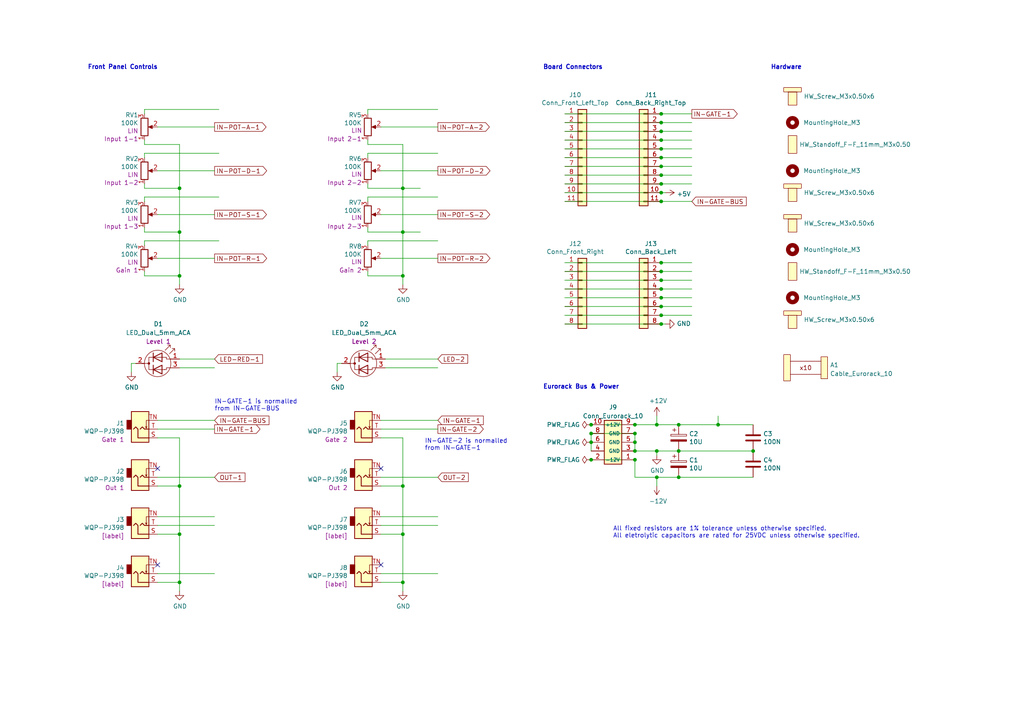
<source format=kicad_sch>
(kicad_sch (version 20211123) (generator eeschema)

  (uuid 9e00edb4-f0f4-46bc-a82d-075ebfd0d3ed)

  (paper "A4")

  (title_block
    (title "Eurorack Dual Mixer")
    (rev "1.1")
    (company "Len Popp")
    (comment 1 "Copyright © 2022 Len Popp CC BY")
    (comment 2 "Layout designed for 8HP module using Delptronics Module Construction Set")
    (comment 3 "Eurorack 2-channel 3:1 mixer module - 8HP")
  )

  (lib_symbols
    (symbol "-lmp-holes:MountingHole_PCB_M3" (pin_names (offset 1.016)) (in_bom no) (on_board yes)
      (property "Reference" "H" (id 0) (at 0 5.08 0)
        (effects (font (size 1.27 1.27)) hide)
      )
      (property "Value" "MountingHole_PCB_M3" (id 1) (at 0 3.175 0)
        (effects (font (size 1.27 1.27)))
      )
      (property "Footprint" "-lmp-holes:MountingHole_PCB_3.2mm_M3" (id 2) (at 0 0 0)
        (effects (font (size 1.27 1.27)) hide)
      )
      (property "Datasheet" "~" (id 3) (at 0 0 0)
        (effects (font (size 1.27 1.27)) hide)
      )
      (property "ki_keywords" "mounting hole" (id 4) (at 0 0 0)
        (effects (font (size 1.27 1.27)) hide)
      )
      (property "ki_description" "Mounting Hole without connection" (id 5) (at 0 0 0)
        (effects (font (size 1.27 1.27)) hide)
      )
      (property "ki_fp_filters" "MountingHole*" (id 6) (at 0 0 0)
        (effects (font (size 1.27 1.27)) hide)
      )
      (symbol "MountingHole_PCB_M3_0_1"
        (circle (center 0 0) (radius 1.27)
          (stroke (width 1.27) (type default) (color 0 0 0 0))
          (fill (type none))
        )
      )
    )
    (symbol "-lmp-power:+12V" (power) (pin_names (offset 0)) (in_bom yes) (on_board yes)
      (property "Reference" "#PWR" (id 0) (at 0 -3.81 0)
        (effects (font (size 1.27 1.27)) hide)
      )
      (property "Value" "+12V" (id 1) (at 0 3.556 0)
        (effects (font (size 1.27 1.27)))
      )
      (property "Footprint" "" (id 2) (at 0 0 0)
        (effects (font (size 1.27 1.27)) hide)
      )
      (property "Datasheet" "" (id 3) (at 0 0 0)
        (effects (font (size 1.27 1.27)) hide)
      )
      (property "ki_keywords" "power-flag" (id 4) (at 0 0 0)
        (effects (font (size 1.27 1.27)) hide)
      )
      (property "ki_description" "Power symbol creates a global label with name \"+12V\"" (id 5) (at 0 0 0)
        (effects (font (size 1.27 1.27)) hide)
      )
      (symbol "+12V_0_1"
        (polyline
          (pts
            (xy -0.762 1.27)
            (xy 0 2.54)
          )
          (stroke (width 0) (type default) (color 0 0 0 0))
          (fill (type none))
        )
        (polyline
          (pts
            (xy 0 0)
            (xy 0 2.54)
          )
          (stroke (width 0) (type default) (color 0 0 0 0))
          (fill (type none))
        )
        (polyline
          (pts
            (xy 0 2.54)
            (xy 0.762 1.27)
          )
          (stroke (width 0) (type default) (color 0 0 0 0))
          (fill (type none))
        )
      )
      (symbol "+12V_1_1"
        (pin power_in line (at 0 0 90) (length 0) hide
          (name "+12V" (effects (font (size 1.27 1.27))))
          (number "1" (effects (font (size 1.27 1.27))))
        )
      )
    )
    (symbol "-lmp-power:+5V" (power) (pin_names (offset 0)) (in_bom yes) (on_board yes)
      (property "Reference" "#PWR" (id 0) (at 0 -3.81 0)
        (effects (font (size 1.27 1.27)) hide)
      )
      (property "Value" "+5V" (id 1) (at 0 3.556 0)
        (effects (font (size 1.27 1.27)))
      )
      (property "Footprint" "" (id 2) (at 0 0 0)
        (effects (font (size 1.27 1.27)) hide)
      )
      (property "Datasheet" "" (id 3) (at 0 0 0)
        (effects (font (size 1.27 1.27)) hide)
      )
      (property "ki_keywords" "power-flag" (id 4) (at 0 0 0)
        (effects (font (size 1.27 1.27)) hide)
      )
      (property "ki_description" "Power symbol creates a global label with name \"+5V\"" (id 5) (at 0 0 0)
        (effects (font (size 1.27 1.27)) hide)
      )
      (symbol "+5V_0_1"
        (polyline
          (pts
            (xy -0.762 1.27)
            (xy 0 2.54)
          )
          (stroke (width 0) (type default) (color 0 0 0 0))
          (fill (type none))
        )
        (polyline
          (pts
            (xy 0 0)
            (xy 0 2.54)
          )
          (stroke (width 0) (type default) (color 0 0 0 0))
          (fill (type none))
        )
        (polyline
          (pts
            (xy 0 2.54)
            (xy 0.762 1.27)
          )
          (stroke (width 0) (type default) (color 0 0 0 0))
          (fill (type none))
        )
      )
      (symbol "+5V_1_1"
        (pin power_in line (at 0 0 90) (length 0) hide
          (name "+5V" (effects (font (size 1.27 1.27))))
          (number "1" (effects (font (size 1.27 1.27))))
        )
      )
    )
    (symbol "-lmp-power:-12V" (power) (pin_names (offset 0)) (in_bom yes) (on_board yes)
      (property "Reference" "#PWR" (id 0) (at 0 3.81 0)
        (effects (font (size 1.27 1.27)) hide)
      )
      (property "Value" "-12V" (id 1) (at 0 -3.556 0)
        (effects (font (size 1.27 1.27)))
      )
      (property "Footprint" "" (id 2) (at 0 0 0)
        (effects (font (size 1.27 1.27)) hide)
      )
      (property "Datasheet" "" (id 3) (at 0 0 0)
        (effects (font (size 1.27 1.27)) hide)
      )
      (property "ki_keywords" "power-flag" (id 4) (at 0 0 0)
        (effects (font (size 1.27 1.27)) hide)
      )
      (property "ki_description" "Power symbol creates a global label with name \"-12V\"" (id 5) (at 0 0 0)
        (effects (font (size 1.27 1.27)) hide)
      )
      (symbol "-12V_0_1"
        (polyline
          (pts
            (xy -0.762 -1.27)
            (xy 0 -2.54)
          )
          (stroke (width 0) (type default) (color 0 0 0 0))
          (fill (type none))
        )
        (polyline
          (pts
            (xy 0 -2.54)
            (xy 0.762 -1.27)
          )
          (stroke (width 0) (type default) (color 0 0 0 0))
          (fill (type none))
        )
        (polyline
          (pts
            (xy 0 0)
            (xy 0 -2.54)
          )
          (stroke (width 0) (type default) (color 0 0 0 0))
          (fill (type none))
        )
      )
      (symbol "-12V_1_1"
        (pin power_in line (at 0 0 270) (length 0) hide
          (name "-12V" (effects (font (size 1.27 1.27))))
          (number "1" (effects (font (size 1.27 1.27))))
        )
      )
    )
    (symbol "-lmp-power:GND" (power) (pin_names (offset 0)) (in_bom yes) (on_board yes)
      (property "Reference" "#PWR" (id 0) (at 0 -6.35 0)
        (effects (font (size 1.27 1.27)) hide)
      )
      (property "Value" "GND" (id 1) (at 0 -3.81 0)
        (effects (font (size 1.27 1.27)))
      )
      (property "Footprint" "" (id 2) (at 0 0 0)
        (effects (font (size 1.27 1.27)) hide)
      )
      (property "Datasheet" "" (id 3) (at 0 0 0)
        (effects (font (size 1.27 1.27)) hide)
      )
      (property "ki_keywords" "power-flag" (id 4) (at 0 0 0)
        (effects (font (size 1.27 1.27)) hide)
      )
      (property "ki_description" "Power symbol creates a global label with name \"GND\" , ground" (id 5) (at 0 0 0)
        (effects (font (size 1.27 1.27)) hide)
      )
      (symbol "GND_0_1"
        (polyline
          (pts
            (xy 0 0)
            (xy 0 -1.27)
            (xy 1.27 -1.27)
            (xy 0 -2.54)
            (xy -1.27 -1.27)
            (xy 0 -1.27)
          )
          (stroke (width 0) (type default) (color 0 0 0 0))
          (fill (type none))
        )
      )
      (symbol "GND_1_1"
        (pin power_in line (at 0 0 270) (length 0) hide
          (name "GND" (effects (font (size 1.27 1.27))))
          (number "1" (effects (font (size 1.27 1.27))))
        )
      )
    )
    (symbol "-lmp-power:PWR_FLAG" (power) (pin_numbers hide) (pin_names (offset 0) hide) (in_bom yes) (on_board yes)
      (property "Reference" "#FLG" (id 0) (at 0 1.905 0)
        (effects (font (size 1.27 1.27)) hide)
      )
      (property "Value" "PWR_FLAG" (id 1) (at 0 3.81 0)
        (effects (font (size 1.27 1.27)))
      )
      (property "Footprint" "" (id 2) (at 0 0 0)
        (effects (font (size 1.27 1.27)) hide)
      )
      (property "Datasheet" "~" (id 3) (at 0 0 0)
        (effects (font (size 1.27 1.27)) hide)
      )
      (property "ki_keywords" "power-flag" (id 4) (at 0 0 0)
        (effects (font (size 1.27 1.27)) hide)
      )
      (property "ki_description" "Special symbol for telling ERC where power comes from" (id 5) (at 0 0 0)
        (effects (font (size 1.27 1.27)) hide)
      )
      (symbol "PWR_FLAG_0_0"
        (pin power_out line (at 0 0 90) (length 0)
          (name "pwr" (effects (font (size 1.27 1.27))))
          (number "1" (effects (font (size 1.27 1.27))))
        )
      )
      (symbol "PWR_FLAG_0_1"
        (polyline
          (pts
            (xy 0 0)
            (xy 0 1.27)
            (xy -1.016 1.905)
            (xy 0 2.54)
            (xy 1.016 1.905)
            (xy 0 1.27)
          )
          (stroke (width 0) (type default) (color 0 0 0 0))
          (fill (type none))
        )
      )
    )
    (symbol "-lmp-synth:Cable_Eurorack_10" (in_bom yes) (on_board no)
      (property "Reference" "A" (id 0) (at 0 8.255 0)
        (effects (font (size 1.27 1.27)))
      )
      (property "Value" "Cable_Eurorack_10" (id 1) (at 0 5.715 0)
        (effects (font (size 1.27 1.27)))
      )
      (property "Footprint" "-lmp-misc:NoFootprint" (id 2) (at 0.635 -5.08 0)
        (effects (font (size 1.27 1.27)) hide)
      )
      (property "Datasheet" "" (id 3) (at 0 8.255 0)
        (effects (font (size 1.27 1.27)) hide)
      )
      (property "Note" "Length as required" (id 4) (at 0 -2.54 0)
        (effects (font (size 1.27 1.27)) hide)
      )
      (property "Distributor" "Thonk" (id 5) (at 0 -5.08 0)
        (effects (font (size 1.27 1.27)) hide)
      )
      (property "DistributorPartLink" "https://www.thonk.co.uk/shop/eurorack-power-cables/" (id 6) (at 0 -5.08 0)
        (effects (font (size 1.27 1.27)) hide)
      )
      (property "Distributor2" "SynthCube" (id 7) (at 0 -5.08 0)
        (effects (font (size 1.27 1.27)) hide)
      )
      (property "DistributorPartLink2" "https://synthcube.com/cart/eurorack-ribbon-power-cables" (id 8) (at 0 -5.08 0)
        (effects (font (size 1.27 1.27)) hide)
      )
      (property "Distributor3" "Modular Addict" (id 9) (at 0 -5.08 0)
        (effects (font (size 1.27 1.27)) hide)
      )
      (property "DistributorPartLink3" "https://modularaddict.com/parts/eurorack-power-cables-1" (id 10) (at 0 -5.08 0)
        (effects (font (size 1.27 1.27)) hide)
      )
      (property "ki_keywords" "Eurorack 10 power cable" (id 11) (at 0 0 0)
        (effects (font (size 1.27 1.27)) hide)
      )
      (property "ki_description" "Eurorack 16-10 pin power cable" (id 12) (at 0 0 0)
        (effects (font (size 1.27 1.27)) hide)
      )
      (symbol "Cable_Eurorack_10_0_0"
        (text "x10" (at 0 0 0)
          (effects (font (size 1.27 1.27)))
        )
      )
      (symbol "Cable_Eurorack_10_0_1"
        (rectangle (start -6.35 3.81) (end -4.445 -3.81)
          (stroke (width 0.1524) (type default) (color 0 0 0 0))
          (fill (type background))
        )
        (polyline
          (pts
            (xy -4.445 -1.905)
            (xy 4.445 -1.905)
          )
          (stroke (width 0.1524) (type default) (color 0 0 0 0))
          (fill (type none))
        )
        (polyline
          (pts
            (xy -4.445 1.905)
            (xy 4.445 1.905)
          )
          (stroke (width 0.1524) (type default) (color 0 0 0 0))
          (fill (type none))
        )
        (rectangle (start 4.445 3.175) (end 6.35 -3.175)
          (stroke (width 0.1524) (type default) (color 0 0 0 0))
          (fill (type background))
        )
      )
    )
    (symbol "-lmp-synth:Conn_Eurorack_Pwr_10" (in_bom yes) (on_board yes)
      (property "Reference" "J" (id 0) (at 1.27 7.62 0)
        (effects (font (size 1.27 1.27)))
      )
      (property "Value" "Conn_Eurorack_Pwr_10" (id 1) (at 1.27 -7.62 0)
        (effects (font (size 1.27 1.27)))
      )
      (property "Footprint" "-lmp-synth:IDC-Header-Eurorack-10-TH" (id 2) (at 2.54 -9.144 0)
        (effects (font (size 1.27 1.27)) hide)
      )
      (property "Datasheet" "https://www.mouser.ca/datasheet/2/445/61201021621-1717731.pdf" (id 3) (at 2.54 0 0)
        (effects (font (size 1.27 1.27)) hide)
      )
      (property "Manufacturer" "Wurth Elektronik" (id 4) (at 1.524 -9.398 0)
        (effects (font (size 1.27 1.27)) hide)
      )
      (property "ManufacturerPartNum" "61201021621" (id 5) (at 1.524 -9.398 0)
        (effects (font (size 1.27 1.27)) hide)
      )
      (property "Distributor" "Mouser" (id 6) (at 1.524 -9.144 0)
        (effects (font (size 1.27 1.27)) hide)
      )
      (property "DistributorPartNum" "710-61201021621" (id 7) (at 1.524 -9.398 0)
        (effects (font (size 1.27 1.27)) hide)
      )
      (property "DistributorPartLink" "https://www.mouser.ca/ProductDetail/Wurth-Elektronik/61201021621?qs=%2Fha2pyFadugkhyfdWLPRIwz9kroMfF%252BXZWEETFcVSqiQRaqHzEC2RQ%3D%3D" (id 8) (at 1.524 -9.398 0)
        (effects (font (size 1.27 1.27)) hide)
      )
      (property "Distributor2" "Mouser" (id 9) (at 0 0 0)
        (effects (font (size 1.27 1.27)) hide)
      )
      (property "DistributorPartNum2" "523-G821EU210AAL10Y" (id 10) (at 0 0 0)
        (effects (font (size 1.27 1.27)) hide)
      )
      (property "DistributorPartLink2" "https://www.mouser.ca/ProductDetail/523-G821EU210AAL10Y" (id 11) (at 0 0 0)
        (effects (font (size 1.27 1.27)) hide)
      )
      (property "ki_keywords" "connector Eurorack" (id 12) (at 0 0 0)
        (effects (font (size 1.27 1.27)) hide)
      )
      (property "ki_description" "Eurorack 10-pin board power connector" (id 13) (at 0 0 0)
        (effects (font (size 1.27 1.27)) hide)
      )
      (property "ki_fp_filters" "Connector*:*_2x??_*" (id 14) (at 0 0 0)
        (effects (font (size 1.27 1.27)) hide)
      )
      (symbol "Conn_Eurorack_Pwr_10_1_1"
        (rectangle (start 3.81 -6.35) (end -1.27 6.35)
          (stroke (width 0.254) (type default) (color 0 0 0 0))
          (fill (type background))
        )
        (pin power_in line (at 7.62 -5.08 180) (length 3.81)
          (name "-12V" (effects (font (size 1.016 1.016))))
          (number "1" (effects (font (size 1.27 1.27))))
        )
        (pin power_in line (at -5.08 5.08 0) (length 3.81)
          (name "~" (effects (font (size 1.27 1.27))))
          (number "10" (effects (font (size 1.27 1.27))))
        )
        (pin power_in line (at -5.08 -5.08 0) (length 3.81)
          (name "~" (effects (font (size 1.016 1.016))))
          (number "2" (effects (font (size 1.27 1.27))))
        )
        (pin power_in line (at 7.62 -2.54 180) (length 3.81)
          (name "GND" (effects (font (size 1.016 1.016))))
          (number "3" (effects (font (size 1.27 1.27))))
        )
        (pin power_in line (at -5.08 -2.54 0) (length 3.81)
          (name "~" (effects (font (size 1.27 1.27))))
          (number "4" (effects (font (size 1.27 1.27))))
        )
        (pin power_in line (at 7.62 0 180) (length 3.81)
          (name "GND" (effects (font (size 1.016 1.016))))
          (number "5" (effects (font (size 1.27 1.27))))
        )
        (pin power_in line (at -5.08 0 0) (length 3.81)
          (name "~" (effects (font (size 1.27 1.27))))
          (number "6" (effects (font (size 1.27 1.27))))
        )
        (pin power_in line (at 7.62 2.54 180) (length 3.81)
          (name "GND" (effects (font (size 1.016 1.016))))
          (number "7" (effects (font (size 1.27 1.27))))
        )
        (pin power_in line (at -5.08 2.54 0) (length 3.81)
          (name "~" (effects (font (size 1.27 1.27))))
          (number "8" (effects (font (size 1.27 1.27))))
        )
        (pin power_in line (at 7.62 5.08 180) (length 3.81)
          (name "+12V" (effects (font (size 1.016 1.016))))
          (number "9" (effects (font (size 1.27 1.27))))
        )
      )
    )
    (symbol "-lmp-synth:HW_Screw_M3x0.50x6" (pin_names (offset 1.016)) (in_bom yes) (on_board no)
      (property "Reference" "H" (id 0) (at 0 0 0)
        (effects (font (size 1.27 1.27)) hide)
      )
      (property "Value" "HW_Screw_M3x0.50x6" (id 1) (at 0 -5.08 0)
        (effects (font (size 1.27 1.27)))
      )
      (property "Footprint" "" (id 2) (at 0 0 0)
        (effects (font (size 1.27 1.27)) hide)
      )
      (property "Datasheet" "~" (id 3) (at 0 0 0)
        (effects (font (size 1.27 1.27)) hide)
      )
      (property "ki_keywords" "screw M3" (id 4) (at 0 0 0)
        (effects (font (size 1.27 1.27)) hide)
      )
      (property "ki_description" "Machine screw, M3x0.50x6" (id 5) (at 0 0 0)
        (effects (font (size 1.27 1.27)) hide)
      )
      (symbol "HW_Screw_M3x0.50x6_0_1"
        (rectangle (start -2.54 1.27) (end 2.54 2.54)
          (stroke (width 0) (type default) (color 0 0 0 0))
          (fill (type background))
        )
        (rectangle (start -1.27 1.27) (end 1.27 -2.54)
          (stroke (width 0) (type default) (color 0 0 0 0))
          (fill (type background))
        )
      )
    )
    (symbol "-lmp-synth:HW_Standoff_F-F_11mm_M3x0.50" (pin_names (offset 1.016)) (in_bom yes) (on_board no)
      (property "Reference" "H" (id 0) (at 0 3.81 0)
        (effects (font (size 1.27 1.27)) hide)
      )
      (property "Value" "HW_Standoff_F-F_11mm_M3x0.50" (id 1) (at 0 -3.81 0)
        (effects (font (size 1.27 1.27)))
      )
      (property "Footprint" "" (id 2) (at 0 -3.81 0)
        (effects (font (size 1.27 1.27)) hide)
      )
      (property "Datasheet" "https://www.thonk.co.uk/wp-content/uploads/2018/05/standoff-datasheet.pdf" (id 3) (at 0 0 0)
        (effects (font (size 1.27 1.27)) hide)
      )
      (property "Distributor" "Thonk" (id 4) (at 0 0 0)
        (effects (font (size 1.27 1.27)) hide)
      )
      (property "DistributorPartNum" "Mech_11mm_Standoff_(x10)" (id 5) (at 0 0 0)
        (effects (font (size 1.27 1.27)) hide)
      )
      (property "DistributorPartLink" "https://www.thonk.co.uk/shop/standoffs/" (id 6) (at 0 0 0)
        (effects (font (size 1.27 1.27)) hide)
      )
      (property "Manufacturer" "Ettinger" (id 7) (at 0 0 0)
        (effects (font (size 1.27 1.27)) hide)
      )
      (property "ManufacturerPartNum" "05.03.111" (id 8) (at 0 0 0)
        (effects (font (size 1.27 1.27)) hide)
      )
      (property "Distributor2" "Mouser" (id 9) (at 0 0 0)
        (effects (font (size 1.27 1.27)) hide)
      )
      (property "DistributorPartNum2" "710-970110321" (id 10) (at 0 0 0)
        (effects (font (size 1.27 1.27)) hide)
      )
      (property "DistributorPartLink2" "https://www.mouser.ca/ProductDetail/Wurth-Elektronik/970110321?qs=wr8lucFkNMUs0IWSCWTB3w%3D%3D" (id 11) (at 0 0 0)
        (effects (font (size 1.27 1.27)) hide)
      )
      (property "ki_keywords" "standoff M3 female" (id 12) (at 0 0 0)
        (effects (font (size 1.27 1.27)) hide)
      )
      (property "ki_description" "Standoff, 11mm, female-female, M3x0.50" (id 13) (at 0 0 0)
        (effects (font (size 1.27 1.27)) hide)
      )
      (symbol "HW_Standoff_F-F_11mm_M3x0.50_0_1"
        (rectangle (start -1.27 2.54) (end 1.27 -2.54)
          (stroke (width 0) (type default) (color 0 0 0 0))
          (fill (type background))
        )
      )
    )
    (symbol "-lmp-synth:Jack_WQP-PJ398" (in_bom yes) (on_board yes)
      (property "Reference" "J" (id 0) (at 0 10.033 0)
        (effects (font (size 1.27 1.27)))
      )
      (property "Value" "Jack_WQP-PJ398" (id 1) (at 0 7.62 0)
        (effects (font (size 1.27 1.27)))
      )
      (property "Footprint" "-lmp-synth:Jack_3.5mm_QingPu_WQP-PJ398SM_Vertical" (id 2) (at 0 0 0)
        (effects (font (size 1.27 1.27)) hide)
      )
      (property "Datasheet" "http://www.qingpu-electronics.com/en/products/WQP-PJ398SM-362.html" (id 3) (at 0 0 0)
        (effects (font (size 1.27 1.27)) hide)
      )
      (property "Label" "[label]" (id 4) (at 0 5.207 0)
        (effects (font (size 1.27 1.27)))
      )
      (property "Manufacturer" "QingPu / Thonk" (id 5) (at 0 0 0)
        (effects (font (size 1.27 1.27)) hide)
      )
      (property "ManufacturerPartNum" "PJ398SM / WQP518MA" (id 6) (at 0 0 0)
        (effects (font (size 1.27 1.27)) hide)
      )
      (property "Distributor" "Thonk" (id 7) (at 0 0 0)
        (effects (font (size 1.27 1.27)) hide)
      )
      (property "DistributorPartNum" "PJ398SM" (id 8) (at 0 0 0)
        (effects (font (size 1.27 1.27)) hide)
      )
      (property "DistributorPartLink" "https://www.thonk.co.uk/shop/thonkiconn/" (id 9) (at 0 0 0)
        (effects (font (size 1.27 1.27)) hide)
      )
      (property "Distributor2" "SynthCube" (id 10) (at 0 0 0)
        (effects (font (size 1.27 1.27)) hide)
      )
      (property "DistributorPartNum2" "WQP518MA" (id 11) (at 0 0 0)
        (effects (font (size 1.27 1.27)) hide)
      )
      (property "DistributorPartLink2" "https://synthcube.com/cart/3-5mm-euro-jacks" (id 12) (at 0 0 0)
        (effects (font (size 1.27 1.27)) hide)
      )
      (property "Distributor3" "Adafruit" (id 13) (at 0 0 0)
        (effects (font (size 1.27 1.27)) hide)
      )
      (property "DistributorPartNum3" "4031" (id 14) (at 0 0 0)
        (effects (font (size 1.27 1.27)) hide)
      )
      (property "DistributorPartLink3" "https://www.adafruit.com/product/4031" (id 15) (at 0 0 0)
        (effects (font (size 1.27 1.27)) hide)
      )
      (property "ki_keywords" "audio jack receptacle mono headphones phone TS connector QingPu Thonkiconn" (id 16) (at 0 0 0)
        (effects (font (size 1.27 1.27)) hide)
      )
      (property "ki_description" "Audio Jack, 2 Poles (Mono / TS), Switched T Pole (Normalling), QingPu / Thonkiconn" (id 17) (at 0 0 0)
        (effects (font (size 1.27 1.27)) hide)
      )
      (property "ki_fp_filters" "Jack*" (id 18) (at 0 0 0)
        (effects (font (size 1.27 1.27)) hide)
      )
      (symbol "Jack_WQP-PJ398_0_1"
        (rectangle (start -2.54 0) (end -3.81 -2.54)
          (stroke (width 0.254) (type default) (color 0 0 0 0))
          (fill (type outline))
        )
        (polyline
          (pts
            (xy 1.778 -0.254)
            (xy 2.032 -0.762)
          )
          (stroke (width 0) (type default) (color 0 0 0 0))
          (fill (type none))
        )
        (polyline
          (pts
            (xy 0 0)
            (xy 0.635 -0.635)
            (xy 1.27 0)
            (xy 2.54 0)
          )
          (stroke (width 0.254) (type default) (color 0 0 0 0))
          (fill (type none))
        )
        (polyline
          (pts
            (xy 2.54 -2.54)
            (xy 1.778 -2.54)
            (xy 1.778 -0.254)
            (xy 1.524 -0.762)
          )
          (stroke (width 0) (type default) (color 0 0 0 0))
          (fill (type none))
        )
        (polyline
          (pts
            (xy 2.54 2.54)
            (xy -0.635 2.54)
            (xy -0.635 0)
            (xy -1.27 -0.635)
            (xy -1.905 0)
          )
          (stroke (width 0.254) (type default) (color 0 0 0 0))
          (fill (type none))
        )
        (rectangle (start 2.54 3.81) (end -2.54 -5.08)
          (stroke (width 0.254) (type default) (color 0 0 0 0))
          (fill (type background))
        )
      )
      (symbol "Jack_WQP-PJ398_1_1"
        (pin passive line (at 5.08 2.54 180) (length 2.54)
          (name "~" (effects (font (size 1.27 1.27))))
          (number "S" (effects (font (size 1.27 1.27))))
        )
        (pin passive line (at 5.08 0 180) (length 2.54)
          (name "~" (effects (font (size 1.27 1.27))))
          (number "T" (effects (font (size 1.27 1.27))))
        )
        (pin passive line (at 5.08 -2.54 180) (length 2.54)
          (name "~" (effects (font (size 1.27 1.27))))
          (number "TN" (effects (font (size 1.27 1.27))))
        )
      )
    )
    (symbol "-lmp-synth:LED_Dual_5mm_Red_Green_ACA" (pin_names (offset 0) hide) (in_bom yes) (on_board yes)
      (property "Reference" "D" (id 0) (at 0 5.08 0)
        (effects (font (size 1.27 1.27)))
      )
      (property "Value" "LED_Dual_5mm_Red_Green_ACA" (id 1) (at 0 -5.08 0)
        (effects (font (size 1.27 1.27)))
      )
      (property "Footprint" "LED_THT:LED_D5.0mm-3" (id 2) (at 0 -7.62 0)
        (effects (font (size 1.27 1.27)) hide)
      )
      (property "Datasheet" "https://www.mouser.ca/datasheet/2/216/WP59SURKCGKW-78112.pdf" (id 3) (at 0 -7.62 0)
        (effects (font (size 1.27 1.27)) hide)
      )
      (property "Label" "[label]" (id 4) (at 0 -7.62 0)
        (effects (font (size 1.27 1.27)))
      )
      (property "Manufacturer" "Kingbright" (id 5) (at 0 -7.62 0)
        (effects (font (size 1.27 1.27)) hide)
      )
      (property "ManufacturerPartNum" "WP59SURKCGKW" (id 6) (at 0 -7.62 0)
        (effects (font (size 1.27 1.27)) hide)
      )
      (property "Distributor" "Mouser" (id 7) (at 0 -7.62 0)
        (effects (font (size 1.27 1.27)) hide)
      )
      (property "DistributorPartNum" "604-WP59SURKCGKW" (id 8) (at 0 -7.62 0)
        (effects (font (size 1.27 1.27)) hide)
      )
      (property "DistributorPartLink" "https://www.mouser.ca/ProductDetail/Kingbright/WP59SURKCGKW?qs=sGAEpiMZZMvHYEB9WUp7EhaldIk4dKK1HOS5sGoXrpo%3D" (id 9) (at 0 -7.62 0)
        (effects (font (size 1.27 1.27)) hide)
      )
      (property "ki_keywords" "LED diode bicolor dual red green" (id 10) (at 0 0 0)
        (effects (font (size 1.27 1.27)) hide)
      )
      (property "ki_description" "Dual LED, red and green, common cathode on pin 2" (id 11) (at 0 0 0)
        (effects (font (size 1.27 1.27)) hide)
      )
      (property "ki_fp_filters" "LED* LED_SMD:* LED_THT:*" (id 12) (at 0 0 0)
        (effects (font (size 1.27 1.27)) hide)
      )
      (symbol "LED_Dual_5mm_Red_Green_ACA_0_1"
        (circle (center -2.54 0) (radius 0.2794)
          (stroke (width 0) (type default) (color 0 0 0 0))
          (fill (type outline))
        )
        (polyline
          (pts
            (xy -4.572 0)
            (xy -2.54 0)
          )
          (stroke (width 0) (type default) (color 0 0 0 0))
          (fill (type none))
        )
        (polyline
          (pts
            (xy -1.27 -0.508)
            (xy -1.27 -3.048)
          )
          (stroke (width 0.254) (type default) (color 0 0 0 0))
          (fill (type none))
        )
        (polyline
          (pts
            (xy -1.27 0.508)
            (xy -1.27 3.048)
          )
          (stroke (width 0.254) (type default) (color 0 0 0 0))
          (fill (type none))
        )
        (polyline
          (pts
            (xy 2.54 -1.778)
            (xy 1.905 -1.778)
          )
          (stroke (width 0) (type default) (color 0 0 0 0))
          (fill (type none))
        )
        (polyline
          (pts
            (xy 2.54 1.778)
            (xy 2.032 1.778)
          )
          (stroke (width 0) (type default) (color 0 0 0 0))
          (fill (type none))
        )
        (polyline
          (pts
            (xy 2.54 -1.778)
            (xy 2.54 -1.27)
            (xy 3.683 -1.27)
          )
          (stroke (width 0) (type default) (color 0 0 0 0))
          (fill (type none))
        )
        (polyline
          (pts
            (xy 3.81 1.27)
            (xy 2.54 1.27)
            (xy 2.54 1.778)
          )
          (stroke (width 0) (type default) (color 0 0 0 0))
          (fill (type none))
        )
        (polyline
          (pts
            (xy 1.27 -3.048)
            (xy 1.27 -0.508)
            (xy -1.27 -1.778)
            (xy 1.27 -3.048)
          )
          (stroke (width 0.254) (type default) (color 0 0 0 0))
          (fill (type none))
        )
        (polyline
          (pts
            (xy 1.27 0.508)
            (xy 1.27 3.048)
            (xy -1.27 1.778)
            (xy 1.27 0.508)
          )
          (stroke (width 0.254) (type default) (color 0 0 0 0))
          (fill (type none))
        )
        (polyline
          (pts
            (xy 1.905 1.778)
            (xy -2.54 1.778)
            (xy -2.54 -1.778)
            (xy 0.254 -1.778)
            (xy 2.032 -1.778)
          )
          (stroke (width 0) (type default) (color 0 0 0 0))
          (fill (type none))
        )
        (polyline
          (pts
            (xy 2.159 3.81)
            (xy 3.683 5.334)
            (xy 2.921 5.334)
            (xy 3.683 5.334)
            (xy 3.683 4.572)
          )
          (stroke (width 0) (type default) (color 0 0 0 0))
          (fill (type none))
        )
        (polyline
          (pts
            (xy 3.429 2.794)
            (xy 4.953 4.318)
            (xy 4.191 4.318)
            (xy 4.953 4.318)
            (xy 4.953 3.556)
          )
          (stroke (width 0) (type default) (color 0 0 0 0))
          (fill (type none))
        )
        (circle (center 0 0) (radius 3.8354)
          (stroke (width 0) (type default) (color 0 0 0 0))
          (fill (type none))
        )
      )
      (symbol "LED_Dual_5mm_Red_Green_ACA_1_1"
        (pin input line (at 6.35 1.27 180) (length 2.54)
          (name "A1" (effects (font (size 1.27 1.27))))
          (number "1" (effects (font (size 1.27 1.27))))
        )
        (pin input line (at -6.35 0 0) (length 2.54)
          (name "K" (effects (font (size 1.27 1.27))))
          (number "2" (effects (font (size 1.27 1.27))))
        )
        (pin input line (at 6.35 -1.27 180) (length 2.54)
          (name "A2" (effects (font (size 1.27 1.27))))
          (number "3" (effects (font (size 1.27 1.27))))
        )
      )
    )
    (symbol "-lmp-synth:R_POT_Panel_PCB_Alpha" (pin_names (offset 1.016) hide) (in_bom yes) (on_board yes)
      (property "Reference" "RV" (id 0) (at -9.144 0 90)
        (effects (font (size 1.27 1.27)))
      )
      (property "Value" "R_POT_Panel_PCB_Alpha" (id 1) (at -7.239 0 90)
        (effects (font (size 1.27 1.27)))
      )
      (property "Footprint" "-lmp-synth:Potentiometer_Alpha_RD901F-40-00D_Single_Vertical" (id 2) (at 0 0 0)
        (effects (font (size 1.27 1.27)) hide)
      )
      (property "Datasheet" "https://www.mouser.ca/datasheet/2/13/alpha_taiwan_08192019_RD901F-40-15R1-B(resistance_-1627810.pdf" (id 3) (at 0 0 0)
        (effects (font (size 1.27 1.27)) hide)
      )
      (property "Value2" "[LIN/LOG]" (id 4) (at -5.207 0 90)
        (effects (font (size 1.27 1.27)))
      )
      (property "Label" "[label]" (id 5) (at -3.175 0 90)
        (effects (font (size 1.27 1.27)))
      )
      (property "Manufacturer" "Alpha" (id 6) (at 0 0 0)
        (effects (font (size 1.27 1.27)) hide)
      )
      (property "ManufacturerPartNum" "RD901F-*" (id 7) (at 0 0 0)
        (effects (font (size 1.27 1.27)) hide)
      )
      (property "Distributor" "Thonk" (id 8) (at 0 0 0)
        (effects (font (size 1.27 1.27)) hide)
      )
      (property "DistributorPartNum" "Group_Pot_Alpha_6.35mm" (id 9) (at 0 0 0)
        (effects (font (size 1.27 1.27)) hide)
      )
      (property "DistributorPartLink" "https://www.thonk.co.uk/shop/alpha-9mm-pots/" (id 10) (at 0 0 0)
        (effects (font (size 1.27 1.27)) hide)
      )
      (property "Distributor2" "Mouser" (id 11) (at 0 0 0)
        (effects (font (size 1.27 1.27)) hide)
      )
      (property "DistributorPartNum2" "311-1940F-*" (id 12) (at 0 0 0)
        (effects (font (size 1.27 1.27)) hide)
      )
      (property "DistributorPartLink2" "https://www.mouser.ca/c/passive-components/potentiometers-trimmers-rheostats/potentiometers/?q=RD901F&orientation=Vertical" (id 13) (at 0 0 0)
        (effects (font (size 1.27 1.27)) hide)
      )
      (property "Distributor3" "SynthCube" (id 14) (at 0 0 0)
        (effects (font (size 1.27 1.27)) hide)
      )
      (property "DistributorPartNum3" "9MMALPHAPOTMSTR" (id 15) (at 0 0 0)
        (effects (font (size 1.27 1.27)) hide)
      )
      (property "DistributorPartLink3" "https://synthcube.com/cart/alpha-9mm-potentiometer-right-angle-pcb-mount-6-35mm-round-shaft" (id 16) (at 0 0 0)
        (effects (font (size 1.27 1.27)) hide)
      )
      (property "ki_keywords" "resistor variable" (id 17) (at 0 0 0)
        (effects (font (size 1.27 1.27)) hide)
      )
      (property "ki_description" "Potentiometer" (id 18) (at 0 0 0)
        (effects (font (size 1.27 1.27)) hide)
      )
      (property "ki_fp_filters" "Potentiometer*" (id 19) (at 0 0 0)
        (effects (font (size 1.27 1.27)) hide)
      )
      (symbol "R_POT_Panel_PCB_Alpha_0_1"
        (polyline
          (pts
            (xy 2.54 0)
            (xy 1.524 0)
          )
          (stroke (width 0) (type default) (color 0 0 0 0))
          (fill (type none))
        )
        (polyline
          (pts
            (xy 1.143 0)
            (xy 2.286 0.508)
            (xy 2.286 -0.508)
            (xy 1.143 0)
          )
          (stroke (width 0) (type default) (color 0 0 0 0))
          (fill (type outline))
        )
        (rectangle (start 1.016 2.54) (end -1.016 -2.54)
          (stroke (width 0.254) (type default) (color 0 0 0 0))
          (fill (type none))
        )
      )
      (symbol "R_POT_Panel_PCB_Alpha_1_1"
        (pin passive line (at 0 3.81 270) (length 1.27)
          (name "1" (effects (font (size 1.27 1.27))))
          (number "1" (effects (font (size 1.27 1.27))))
        )
        (pin passive line (at 3.81 0 180) (length 1.27)
          (name "2" (effects (font (size 1.27 1.27))))
          (number "2" (effects (font (size 1.27 1.27))))
        )
        (pin passive line (at 0 -3.81 90) (length 1.27)
          (name "3" (effects (font (size 1.27 1.27))))
          (number "3" (effects (font (size 1.27 1.27))))
        )
      )
    )
    (symbol "-lmp:CC_100N" (pin_numbers hide) (pin_names (offset 0.254)) (in_bom yes) (on_board yes)
      (property "Reference" "C" (id 0) (at 0.635 2.54 0)
        (effects (font (size 1.27 1.27)) (justify left))
      )
      (property "Value" "CC_100N" (id 1) (at 0.635 -2.54 0)
        (effects (font (size 1.27 1.27)) (justify left))
      )
      (property "Footprint" "-lmp-misc:C_Disc_D5.0mm_W2.5mm_P2.50mm" (id 2) (at 0.9652 -3.81 0)
        (effects (font (size 1.27 1.27)) hide)
      )
      (property "Datasheet" "https://product.tdk.com/system/files/dam/doc/product/capacitor/ceramic/lead-mlcc/catalog/leadmlcc_halogenfree_fg_en.pdf" (id 3) (at -0.635 -3.81 0)
        (effects (font (size 1.27 1.27)) hide)
      )
      (property "Note" "IC decoupling" (id 4) (at 0.635 -5.08 0)
        (effects (font (size 1.27 1.27)) (justify left) hide)
      )
      (property "Manufacturer" "TDK" (id 5) (at 0 0 0)
        (effects (font (size 1.27 1.27)) hide)
      )
      (property "ManufacturerPartNum" "FG18X7R1H104KNT06" (id 6) (at 0 0 0)
        (effects (font (size 1.27 1.27)) hide)
      )
      (property "Distributor" "Mouser" (id 7) (at 0 0 0)
        (effects (font (size 1.27 1.27)) hide)
      )
      (property "DistributorPartNum" "810-FG18X7R1H104KNT6" (id 8) (at 0 0 0)
        (effects (font (size 1.27 1.27)) hide)
      )
      (property "DistributorPartLink" "https://www.mouser.ca/ProductDetail/810-FG18X7R1H104KNT6" (id 9) (at 0 0 0)
        (effects (font (size 1.27 1.27)) hide)
      )
      (property "ki_keywords" "cap capacitor ceramic" (id 10) (at 0 0 0)
        (effects (font (size 1.27 1.27)) hide)
      )
      (property "ki_description" "Capacitor - Ceramic - IC decoupling" (id 11) (at 0 0 0)
        (effects (font (size 1.27 1.27)) hide)
      )
      (property "ki_fp_filters" "C_*" (id 12) (at 0 0 0)
        (effects (font (size 1.27 1.27)) hide)
      )
      (symbol "CC_100N_0_1"
        (polyline
          (pts
            (xy -2.032 -0.762)
            (xy 2.032 -0.762)
          )
          (stroke (width 0.508) (type default) (color 0 0 0 0))
          (fill (type none))
        )
        (polyline
          (pts
            (xy -2.032 0.762)
            (xy 2.032 0.762)
          )
          (stroke (width 0.508) (type default) (color 0 0 0 0))
          (fill (type none))
        )
      )
      (symbol "CC_100N_1_1"
        (pin passive line (at 0 3.81 270) (length 2.794)
          (name "~" (effects (font (size 1.27 1.27))))
          (number "1" (effects (font (size 1.27 1.27))))
        )
        (pin passive line (at 0 -3.81 90) (length 2.794)
          (name "~" (effects (font (size 1.27 1.27))))
          (number "2" (effects (font (size 1.27 1.27))))
        )
      )
    )
    (symbol "CP_10U_1" (pin_numbers hide) (pin_names (offset 0.254)) (in_bom yes) (on_board yes)
      (property "Reference" "C" (id 0) (at 0.635 2.54 0)
        (effects (font (size 1.27 1.27)) (justify left))
      )
      (property "Value" "CP_10U_1" (id 1) (at 0.635 -2.54 0)
        (effects (font (size 1.27 1.27)) (justify left))
      )
      (property "Footprint" "-lmp-misc:CP_Radial_D5.0mm_P2.50mm" (id 2) (at 0.9652 -3.81 0)
        (effects (font (size 1.27 1.27)) hide)
      )
      (property "Datasheet" "https://www.mouser.ca/datasheet/2/315/ABA0000C1059-947582.pdf" (id 3) (at 0 -3.81 0)
        (effects (font (size 1.27 1.27)) hide)
      )
      (property "Value2" "35 VDC" (id 4) (at 0.635 -4.445 0)
        (effects (font (size 1.27 1.27)) (justify left) hide)
      )
      (property "Note" "12 V decoupling" (id 5) (at 0.635 -6.35 0)
        (effects (font (size 1.27 1.27)) (justify left) hide)
      )
      (property "Manufacturer" "Panasonic" (id 6) (at 0 -3.81 0)
        (effects (font (size 1.27 1.27)) hide)
      )
      (property "ManufacturerPartNum" "ECE-A1VKS100I" (id 7) (at 0 -3.81 0)
        (effects (font (size 1.27 1.27)) hide)
      )
      (property "Distributor" "Mouser" (id 8) (at 0 -3.81 0)
        (effects (font (size 1.27 1.27)) hide)
      )
      (property "DistributorPartNum" "667-ECE-A1VKS100I" (id 9) (at 0 -3.81 0)
        (effects (font (size 1.27 1.27)) hide)
      )
      (property "DistributorPartLink" "https://www.mouser.ca/ProductDetail/667-ECE-A1VKS100I" (id 10) (at 0 -3.81 0)
        (effects (font (size 1.27 1.27)) hide)
      )
      (property "Distributor2" "Thonk" (id 11) (at 0 -3.81 0)
        (effects (font (size 1.27 1.27)) hide)
      )
      (property "DistributorPartNum2" "Group_Eurorack_DIY_Essential" (id 12) (at 0 -3.81 0)
        (effects (font (size 1.27 1.27)) hide)
      )
      (property "DistributorPartLink2" "https://www.thonk.co.uk/shop/eurorack-diy-essentials/" (id 13) (at 0 -3.81 0)
        (effects (font (size 1.27 1.27)) hide)
      )
      (property "ki_keywords" "cap capacitor electrolytic" (id 14) (at 0 0 0)
        (effects (font (size 1.27 1.27)) hide)
      )
      (property "ki_description" "Capacitor - Electrolytic - 12 V decoupling" (id 15) (at 0 0 0)
        (effects (font (size 1.27 1.27)) hide)
      )
      (property "ki_fp_filters" "CP_*" (id 16) (at 0 0 0)
        (effects (font (size 1.27 1.27)) hide)
      )
      (symbol "CP_10U_1_0_1"
        (rectangle (start -2.286 0.508) (end 2.286 1.016)
          (stroke (width 0) (type default) (color 0 0 0 0))
          (fill (type none))
        )
        (polyline
          (pts
            (xy -1.778 2.286)
            (xy -0.762 2.286)
          )
          (stroke (width 0) (type default) (color 0 0 0 0))
          (fill (type none))
        )
        (polyline
          (pts
            (xy -1.27 2.794)
            (xy -1.27 1.778)
          )
          (stroke (width 0) (type default) (color 0 0 0 0))
          (fill (type none))
        )
        (rectangle (start 2.286 -0.508) (end -2.286 -1.016)
          (stroke (width 0) (type default) (color 0 0 0 0))
          (fill (type outline))
        )
      )
      (symbol "CP_10U_1_1_1"
        (pin passive line (at 0 3.81 270) (length 2.794)
          (name "~" (effects (font (size 1.27 1.27))))
          (number "1" (effects (font (size 1.27 1.27))))
        )
        (pin passive line (at 0 -3.81 90) (length 2.794)
          (name "~" (effects (font (size 1.27 1.27))))
          (number "2" (effects (font (size 1.27 1.27))))
        )
      )
    )
    (symbol "CP_10U_2" (pin_numbers hide) (pin_names (offset 0.254)) (in_bom yes) (on_board yes)
      (property "Reference" "C" (id 0) (at 0.635 2.54 0)
        (effects (font (size 1.27 1.27)) (justify left))
      )
      (property "Value" "CP_10U_2" (id 1) (at 0.635 -2.54 0)
        (effects (font (size 1.27 1.27)) (justify left))
      )
      (property "Footprint" "-lmp-misc:CP_Radial_D5.0mm_P2.50mm" (id 2) (at 0.9652 -3.81 0)
        (effects (font (size 1.27 1.27)) hide)
      )
      (property "Datasheet" "https://www.mouser.ca/datasheet/2/315/ABA0000C1059-947582.pdf" (id 3) (at 0 -3.81 0)
        (effects (font (size 1.27 1.27)) hide)
      )
      (property "Value2" "35 VDC" (id 4) (at 0.635 -4.445 0)
        (effects (font (size 1.27 1.27)) (justify left) hide)
      )
      (property "Note" "12 V decoupling" (id 5) (at 0.635 -6.35 0)
        (effects (font (size 1.27 1.27)) (justify left) hide)
      )
      (property "Manufacturer" "Panasonic" (id 6) (at 0 -3.81 0)
        (effects (font (size 1.27 1.27)) hide)
      )
      (property "ManufacturerPartNum" "ECE-A1VKS100I" (id 7) (at 0 -3.81 0)
        (effects (font (size 1.27 1.27)) hide)
      )
      (property "Distributor" "Mouser" (id 8) (at 0 -3.81 0)
        (effects (font (size 1.27 1.27)) hide)
      )
      (property "DistributorPartNum" "667-ECE-A1VKS100I" (id 9) (at 0 -3.81 0)
        (effects (font (size 1.27 1.27)) hide)
      )
      (property "DistributorPartLink" "https://www.mouser.ca/ProductDetail/667-ECE-A1VKS100I" (id 10) (at 0 -3.81 0)
        (effects (font (size 1.27 1.27)) hide)
      )
      (property "Distributor2" "Thonk" (id 11) (at 0 -3.81 0)
        (effects (font (size 1.27 1.27)) hide)
      )
      (property "DistributorPartNum2" "Group_Eurorack_DIY_Essential" (id 12) (at 0 -3.81 0)
        (effects (font (size 1.27 1.27)) hide)
      )
      (property "DistributorPartLink2" "https://www.thonk.co.uk/shop/eurorack-diy-essentials/" (id 13) (at 0 -3.81 0)
        (effects (font (size 1.27 1.27)) hide)
      )
      (property "ki_keywords" "cap capacitor electrolytic" (id 14) (at 0 0 0)
        (effects (font (size 1.27 1.27)) hide)
      )
      (property "ki_description" "Capacitor - Electrolytic - 12 V decoupling" (id 15) (at 0 0 0)
        (effects (font (size 1.27 1.27)) hide)
      )
      (property "ki_fp_filters" "CP_*" (id 16) (at 0 0 0)
        (effects (font (size 1.27 1.27)) hide)
      )
      (symbol "CP_10U_2_0_1"
        (rectangle (start -2.286 0.508) (end 2.286 1.016)
          (stroke (width 0) (type default) (color 0 0 0 0))
          (fill (type none))
        )
        (polyline
          (pts
            (xy -1.778 2.286)
            (xy -0.762 2.286)
          )
          (stroke (width 0) (type default) (color 0 0 0 0))
          (fill (type none))
        )
        (polyline
          (pts
            (xy -1.27 2.794)
            (xy -1.27 1.778)
          )
          (stroke (width 0) (type default) (color 0 0 0 0))
          (fill (type none))
        )
        (rectangle (start 2.286 -0.508) (end -2.286 -1.016)
          (stroke (width 0) (type default) (color 0 0 0 0))
          (fill (type outline))
        )
      )
      (symbol "CP_10U_2_1_1"
        (pin passive line (at 0 3.81 270) (length 2.794)
          (name "~" (effects (font (size 1.27 1.27))))
          (number "1" (effects (font (size 1.27 1.27))))
        )
        (pin passive line (at 0 -3.81 90) (length 2.794)
          (name "~" (effects (font (size 1.27 1.27))))
          (number "2" (effects (font (size 1.27 1.27))))
        )
      )
    )
    (symbol "Connector_Generic:Conn_01x08" (pin_names (offset 1.016) hide) (in_bom yes) (on_board yes)
      (property "Reference" "J" (id 0) (at 0 10.16 0)
        (effects (font (size 1.27 1.27)))
      )
      (property "Value" "Conn_01x08" (id 1) (at 0 -12.7 0)
        (effects (font (size 1.27 1.27)))
      )
      (property "Footprint" "" (id 2) (at 0 0 0)
        (effects (font (size 1.27 1.27)) hide)
      )
      (property "Datasheet" "~" (id 3) (at 0 0 0)
        (effects (font (size 1.27 1.27)) hide)
      )
      (property "ki_keywords" "connector" (id 4) (at 0 0 0)
        (effects (font (size 1.27 1.27)) hide)
      )
      (property "ki_description" "Generic connector, single row, 01x08, script generated (kicad-library-utils/schlib/autogen/connector/)" (id 5) (at 0 0 0)
        (effects (font (size 1.27 1.27)) hide)
      )
      (property "ki_fp_filters" "Connector*:*_1x??_*" (id 6) (at 0 0 0)
        (effects (font (size 1.27 1.27)) hide)
      )
      (symbol "Conn_01x08_1_1"
        (rectangle (start -1.27 -10.033) (end 0 -10.287)
          (stroke (width 0.1524) (type default) (color 0 0 0 0))
          (fill (type none))
        )
        (rectangle (start -1.27 -7.493) (end 0 -7.747)
          (stroke (width 0.1524) (type default) (color 0 0 0 0))
          (fill (type none))
        )
        (rectangle (start -1.27 -4.953) (end 0 -5.207)
          (stroke (width 0.1524) (type default) (color 0 0 0 0))
          (fill (type none))
        )
        (rectangle (start -1.27 -2.413) (end 0 -2.667)
          (stroke (width 0.1524) (type default) (color 0 0 0 0))
          (fill (type none))
        )
        (rectangle (start -1.27 0.127) (end 0 -0.127)
          (stroke (width 0.1524) (type default) (color 0 0 0 0))
          (fill (type none))
        )
        (rectangle (start -1.27 2.667) (end 0 2.413)
          (stroke (width 0.1524) (type default) (color 0 0 0 0))
          (fill (type none))
        )
        (rectangle (start -1.27 5.207) (end 0 4.953)
          (stroke (width 0.1524) (type default) (color 0 0 0 0))
          (fill (type none))
        )
        (rectangle (start -1.27 7.747) (end 0 7.493)
          (stroke (width 0.1524) (type default) (color 0 0 0 0))
          (fill (type none))
        )
        (rectangle (start -1.27 8.89) (end 1.27 -11.43)
          (stroke (width 0.254) (type default) (color 0 0 0 0))
          (fill (type background))
        )
        (pin passive line (at -5.08 7.62 0) (length 3.81)
          (name "Pin_1" (effects (font (size 1.27 1.27))))
          (number "1" (effects (font (size 1.27 1.27))))
        )
        (pin passive line (at -5.08 5.08 0) (length 3.81)
          (name "Pin_2" (effects (font (size 1.27 1.27))))
          (number "2" (effects (font (size 1.27 1.27))))
        )
        (pin passive line (at -5.08 2.54 0) (length 3.81)
          (name "Pin_3" (effects (font (size 1.27 1.27))))
          (number "3" (effects (font (size 1.27 1.27))))
        )
        (pin passive line (at -5.08 0 0) (length 3.81)
          (name "Pin_4" (effects (font (size 1.27 1.27))))
          (number "4" (effects (font (size 1.27 1.27))))
        )
        (pin passive line (at -5.08 -2.54 0) (length 3.81)
          (name "Pin_5" (effects (font (size 1.27 1.27))))
          (number "5" (effects (font (size 1.27 1.27))))
        )
        (pin passive line (at -5.08 -5.08 0) (length 3.81)
          (name "Pin_6" (effects (font (size 1.27 1.27))))
          (number "6" (effects (font (size 1.27 1.27))))
        )
        (pin passive line (at -5.08 -7.62 0) (length 3.81)
          (name "Pin_7" (effects (font (size 1.27 1.27))))
          (number "7" (effects (font (size 1.27 1.27))))
        )
        (pin passive line (at -5.08 -10.16 0) (length 3.81)
          (name "Pin_8" (effects (font (size 1.27 1.27))))
          (number "8" (effects (font (size 1.27 1.27))))
        )
      )
    )
    (symbol "Connector_Generic:Conn_01x11" (pin_names (offset 1.016) hide) (in_bom yes) (on_board yes)
      (property "Reference" "J" (id 0) (at 0 15.24 0)
        (effects (font (size 1.27 1.27)))
      )
      (property "Value" "Conn_01x11" (id 1) (at 0 -15.24 0)
        (effects (font (size 1.27 1.27)))
      )
      (property "Footprint" "" (id 2) (at 0 0 0)
        (effects (font (size 1.27 1.27)) hide)
      )
      (property "Datasheet" "~" (id 3) (at 0 0 0)
        (effects (font (size 1.27 1.27)) hide)
      )
      (property "ki_keywords" "connector" (id 4) (at 0 0 0)
        (effects (font (size 1.27 1.27)) hide)
      )
      (property "ki_description" "Generic connector, single row, 01x11, script generated (kicad-library-utils/schlib/autogen/connector/)" (id 5) (at 0 0 0)
        (effects (font (size 1.27 1.27)) hide)
      )
      (property "ki_fp_filters" "Connector*:*_1x??_*" (id 6) (at 0 0 0)
        (effects (font (size 1.27 1.27)) hide)
      )
      (symbol "Conn_01x11_1_1"
        (rectangle (start -1.27 -12.573) (end 0 -12.827)
          (stroke (width 0.1524) (type default) (color 0 0 0 0))
          (fill (type none))
        )
        (rectangle (start -1.27 -10.033) (end 0 -10.287)
          (stroke (width 0.1524) (type default) (color 0 0 0 0))
          (fill (type none))
        )
        (rectangle (start -1.27 -7.493) (end 0 -7.747)
          (stroke (width 0.1524) (type default) (color 0 0 0 0))
          (fill (type none))
        )
        (rectangle (start -1.27 -4.953) (end 0 -5.207)
          (stroke (width 0.1524) (type default) (color 0 0 0 0))
          (fill (type none))
        )
        (rectangle (start -1.27 -2.413) (end 0 -2.667)
          (stroke (width 0.1524) (type default) (color 0 0 0 0))
          (fill (type none))
        )
        (rectangle (start -1.27 0.127) (end 0 -0.127)
          (stroke (width 0.1524) (type default) (color 0 0 0 0))
          (fill (type none))
        )
        (rectangle (start -1.27 2.667) (end 0 2.413)
          (stroke (width 0.1524) (type default) (color 0 0 0 0))
          (fill (type none))
        )
        (rectangle (start -1.27 5.207) (end 0 4.953)
          (stroke (width 0.1524) (type default) (color 0 0 0 0))
          (fill (type none))
        )
        (rectangle (start -1.27 7.747) (end 0 7.493)
          (stroke (width 0.1524) (type default) (color 0 0 0 0))
          (fill (type none))
        )
        (rectangle (start -1.27 10.287) (end 0 10.033)
          (stroke (width 0.1524) (type default) (color 0 0 0 0))
          (fill (type none))
        )
        (rectangle (start -1.27 12.827) (end 0 12.573)
          (stroke (width 0.1524) (type default) (color 0 0 0 0))
          (fill (type none))
        )
        (rectangle (start -1.27 13.97) (end 1.27 -13.97)
          (stroke (width 0.254) (type default) (color 0 0 0 0))
          (fill (type background))
        )
        (pin passive line (at -5.08 12.7 0) (length 3.81)
          (name "Pin_1" (effects (font (size 1.27 1.27))))
          (number "1" (effects (font (size 1.27 1.27))))
        )
        (pin passive line (at -5.08 -10.16 0) (length 3.81)
          (name "Pin_10" (effects (font (size 1.27 1.27))))
          (number "10" (effects (font (size 1.27 1.27))))
        )
        (pin passive line (at -5.08 -12.7 0) (length 3.81)
          (name "Pin_11" (effects (font (size 1.27 1.27))))
          (number "11" (effects (font (size 1.27 1.27))))
        )
        (pin passive line (at -5.08 10.16 0) (length 3.81)
          (name "Pin_2" (effects (font (size 1.27 1.27))))
          (number "2" (effects (font (size 1.27 1.27))))
        )
        (pin passive line (at -5.08 7.62 0) (length 3.81)
          (name "Pin_3" (effects (font (size 1.27 1.27))))
          (number "3" (effects (font (size 1.27 1.27))))
        )
        (pin passive line (at -5.08 5.08 0) (length 3.81)
          (name "Pin_4" (effects (font (size 1.27 1.27))))
          (number "4" (effects (font (size 1.27 1.27))))
        )
        (pin passive line (at -5.08 2.54 0) (length 3.81)
          (name "Pin_5" (effects (font (size 1.27 1.27))))
          (number "5" (effects (font (size 1.27 1.27))))
        )
        (pin passive line (at -5.08 0 0) (length 3.81)
          (name "Pin_6" (effects (font (size 1.27 1.27))))
          (number "6" (effects (font (size 1.27 1.27))))
        )
        (pin passive line (at -5.08 -2.54 0) (length 3.81)
          (name "Pin_7" (effects (font (size 1.27 1.27))))
          (number "7" (effects (font (size 1.27 1.27))))
        )
        (pin passive line (at -5.08 -5.08 0) (length 3.81)
          (name "Pin_8" (effects (font (size 1.27 1.27))))
          (number "8" (effects (font (size 1.27 1.27))))
        )
        (pin passive line (at -5.08 -7.62 0) (length 3.81)
          (name "Pin_9" (effects (font (size 1.27 1.27))))
          (number "9" (effects (font (size 1.27 1.27))))
        )
      )
    )
  )

  (junction (at 191.77 50.8) (diameter 0) (color 0 0 0 0)
    (uuid 0270c5c4-c68e-47b7-a6f1-50651981be2d)
  )
  (junction (at 191.77 33.02) (diameter 0) (color 0 0 0 0)
    (uuid 09ab9b2a-26ef-4942-ba61-f8a6673867aa)
  )
  (junction (at 116.84 80.01) (diameter 0) (color 0 0 0 0)
    (uuid 0b2c21d9-3f4a-4efd-8fd9-fd76ae0bed2d)
  )
  (junction (at 191.77 76.2) (diameter 0) (color 0 0 0 0)
    (uuid 150efa79-228d-47e2-89bf-fd8363924d0f)
  )
  (junction (at 52.07 140.97) (diameter 0) (color 0 0 0 0)
    (uuid 161088b1-d02e-4c37-a818-8150612d7d07)
  )
  (junction (at 116.84 67.31) (diameter 0) (color 0 0 0 0)
    (uuid 1b21a49c-8b0b-4a95-b58d-7dccc6e35c42)
  )
  (junction (at 196.85 123.19) (diameter 0) (color 0 0 0 0)
    (uuid 22ebd635-5838-472e-8b50-03affaba3376)
  )
  (junction (at 52.07 80.01) (diameter 0) (color 0 0 0 0)
    (uuid 26b9011d-bc3a-4b26-acd9-dda6008c1ad5)
  )
  (junction (at 52.07 154.94) (diameter 0) (color 0 0 0 0)
    (uuid 28fd8ee0-2d77-4458-9b1b-ca16c8b9eb78)
  )
  (junction (at 116.84 54.61) (diameter 0) (color 0 0 0 0)
    (uuid 2e1b2e1c-de39-4962-8a07-589d4f534c60)
  )
  (junction (at 52.07 67.31) (diameter 0) (color 0 0 0 0)
    (uuid 365d5b67-2bb0-4a77-b37e-59b134915c2c)
  )
  (junction (at 191.77 53.34) (diameter 0) (color 0 0 0 0)
    (uuid 3b960909-0ba4-465c-b3f3-fd447a704a1b)
  )
  (junction (at 191.77 55.88) (diameter 0) (color 0 0 0 0)
    (uuid 3e4b4d52-ec1d-4c6c-8348-5ce6174b6e25)
  )
  (junction (at 171.45 128.27) (diameter 0) (color 0 0 0 0)
    (uuid 47472735-41ec-4096-96fb-ce611f148c4c)
  )
  (junction (at 184.15 128.27) (diameter 0) (color 0 0 0 0)
    (uuid 4fffb586-b915-45cc-a9a2-02cc516bb571)
  )
  (junction (at 184.15 123.19) (diameter 0) (color 0 0 0 0)
    (uuid 53a9ddf4-366c-44d5-bf2b-9bfc8db6dbb4)
  )
  (junction (at 184.15 125.73) (diameter 0) (color 0 0 0 0)
    (uuid 5f5a1385-75d4-4463-bc21-a6137b8c26df)
  )
  (junction (at 191.77 58.42) (diameter 0) (color 0 0 0 0)
    (uuid 65d5c78a-4863-4a6e-8ee9-7f7694e5dd47)
  )
  (junction (at 191.77 86.36) (diameter 0) (color 0 0 0 0)
    (uuid 678b0808-6a49-4948-bc77-b41d6e5561d1)
  )
  (junction (at 190.5 123.19) (diameter 0) (color 0 0 0 0)
    (uuid 6844f2d6-aeb6-4c5b-b2d8-ea542a8edf52)
  )
  (junction (at 171.45 125.73) (diameter 0) (color 0 0 0 0)
    (uuid 6a7b2059-d977-4612-95c2-3fe01e6e1434)
  )
  (junction (at 196.85 138.43) (diameter 0) (color 0 0 0 0)
    (uuid 711f8627-5a3c-4396-84c3-6cf951de66c5)
  )
  (junction (at 191.77 35.56) (diameter 0) (color 0 0 0 0)
    (uuid 755ad553-6d1c-4617-8f56-6e9d2cd4d51f)
  )
  (junction (at 171.45 133.35) (diameter 0) (color 0 0 0 0)
    (uuid 75c56b73-e91e-4c3e-8fb7-792f0cb19b7b)
  )
  (junction (at 190.5 130.81) (diameter 0) (color 0 0 0 0)
    (uuid 77b08f8f-0764-4619-ae58-4700c5781fa2)
  )
  (junction (at 208.28 123.19) (diameter 0) (color 0 0 0 0)
    (uuid 78ede9a5-24b2-446b-883e-d0eb187e6d79)
  )
  (junction (at 52.07 54.61) (diameter 0) (color 0 0 0 0)
    (uuid 83401f9d-a0be-4810-b319-efac8a673e7b)
  )
  (junction (at 191.77 43.18) (diameter 0) (color 0 0 0 0)
    (uuid 87e4b1bb-0b21-4bc6-b11f-269a3347496b)
  )
  (junction (at 116.84 154.94) (diameter 0) (color 0 0 0 0)
    (uuid 8bba7cfa-bc8b-44f2-a358-0486a933052c)
  )
  (junction (at 171.45 123.19) (diameter 0) (color 0 0 0 0)
    (uuid 97c3e317-415d-4b4f-8101-e9340ae149a3)
  )
  (junction (at 116.84 140.97) (diameter 0) (color 0 0 0 0)
    (uuid a5f3b68c-1c29-42aa-a92b-e0bf484a6a8f)
  )
  (junction (at 191.77 40.64) (diameter 0) (color 0 0 0 0)
    (uuid ae39d000-e1da-4f40-b995-9482be0f1de9)
  )
  (junction (at 52.07 168.91) (diameter 0) (color 0 0 0 0)
    (uuid b4d29490-dd7a-4678-8e15-c3bcf6e1134e)
  )
  (junction (at 191.77 88.9) (diameter 0) (color 0 0 0 0)
    (uuid bdd60e70-d069-432f-96bc-1e17050cb723)
  )
  (junction (at 191.77 83.82) (diameter 0) (color 0 0 0 0)
    (uuid c36de2cd-62e2-4141-94ed-8598a4021bc0)
  )
  (junction (at 184.15 133.35) (diameter 0) (color 0 0 0 0)
    (uuid c56d14d7-8dab-452e-ad2e-f4f0a02247a7)
  )
  (junction (at 190.5 138.43) (diameter 0) (color 0 0 0 0)
    (uuid cf646d51-a95b-4acb-92eb-03438484ca3f)
  )
  (junction (at 191.77 81.28) (diameter 0) (color 0 0 0 0)
    (uuid d0583253-7f1c-498c-afba-93bf9b28c781)
  )
  (junction (at 184.15 130.81) (diameter 0) (color 0 0 0 0)
    (uuid d5d7204b-e49b-4a51-a170-6519d70d492a)
  )
  (junction (at 196.85 130.81) (diameter 0) (color 0 0 0 0)
    (uuid d77aae80-2ebb-449c-8753-33e439daa878)
  )
  (junction (at 116.84 168.91) (diameter 0) (color 0 0 0 0)
    (uuid d961f3f2-a5b5-4001-994c-42cafd08ee16)
  )
  (junction (at 191.77 91.44) (diameter 0) (color 0 0 0 0)
    (uuid debb48c2-0606-4abf-b967-c5cd55bd0d6c)
  )
  (junction (at 191.77 45.72) (diameter 0) (color 0 0 0 0)
    (uuid e4da03fa-98df-4f6e-905c-6338b6b66b7e)
  )
  (junction (at 218.44 130.81) (diameter 0) (color 0 0 0 0)
    (uuid ef85e1bb-9fec-43e6-a9bb-4cd29b528968)
  )
  (junction (at 191.77 78.74) (diameter 0) (color 0 0 0 0)
    (uuid f87c0f2d-c04c-46a9-b58e-d24759249a2d)
  )
  (junction (at 191.77 93.98) (diameter 0) (color 0 0 0 0)
    (uuid fa730bff-7ae7-4cfc-aa0b-6b723ed31b48)
  )
  (junction (at 191.77 38.1) (diameter 0) (color 0 0 0 0)
    (uuid fb847691-a236-48f0-9f44-65a418dab540)
  )
  (junction (at 191.77 48.26) (diameter 0) (color 0 0 0 0)
    (uuid fc98aaf7-0aba-4c7e-a96d-56e31c31a588)
  )

  (no_connect (at 45.72 163.83) (uuid 06c9fff9-d234-4acc-8340-4f6ddcba6a9a))
  (no_connect (at 45.72 135.89) (uuid 52194c94-e7df-49ff-beb1-04a1b4f2344e))
  (no_connect (at 110.49 135.89) (uuid 59fe4e68-4119-4952-b511-7d1576b16691))
  (no_connect (at 110.49 163.83) (uuid 8269e9fd-85b6-4956-b9ff-6bc28fa3d59b))

  (wire (pts (xy 110.49 138.43) (xy 127 138.43))
    (stroke (width 0) (type default) (color 0 0 0 0))
    (uuid 01478f52-711e-460d-9130-927d9df325cb)
  )
  (wire (pts (xy 190.5 138.43) (xy 196.85 138.43))
    (stroke (width 0) (type default) (color 0 0 0 0))
    (uuid 02b39166-9f7a-4094-8bda-785f43edf3d1)
  )
  (wire (pts (xy 191.77 53.34) (xy 200.66 53.34))
    (stroke (width 0) (type default) (color 0 0 0 0))
    (uuid 0580ba4c-51c4-4298-ad74-e9c2ef4e04a2)
  )
  (wire (pts (xy 41.91 40.64) (xy 41.91 41.91))
    (stroke (width 0) (type default) (color 0 0 0 0))
    (uuid 05bdee95-c42e-4b6f-9645-2ec41619b2fe)
  )
  (wire (pts (xy 196.85 138.43) (xy 218.44 138.43))
    (stroke (width 0) (type default) (color 0 0 0 0))
    (uuid 05ce1968-bece-4bfd-ade8-db196bc5f219)
  )
  (wire (pts (xy 191.77 83.82) (xy 200.66 83.82))
    (stroke (width 0) (type default) (color 0 0 0 0))
    (uuid 065bbab7-8db3-4432-af94-d82301097bd8)
  )
  (wire (pts (xy 110.49 36.83) (xy 127 36.83))
    (stroke (width 0) (type default) (color 0 0 0 0))
    (uuid 06cccf2c-d0d0-41ad-bc61-a0c3e7cbae93)
  )
  (wire (pts (xy 106.68 57.15) (xy 127 57.15))
    (stroke (width 0) (type default) (color 0 0 0 0))
    (uuid 07e949c9-5dcb-46f5-aaf7-f5997cc8a90a)
  )
  (wire (pts (xy 41.91 57.15) (xy 41.91 58.42))
    (stroke (width 0) (type default) (color 0 0 0 0))
    (uuid 0b2da3ef-2445-490e-b668-8ae41309ee36)
  )
  (wire (pts (xy 45.72 154.94) (xy 52.07 154.94))
    (stroke (width 0) (type default) (color 0 0 0 0))
    (uuid 11c13b9d-0404-4268-bab1-f545d338c0be)
  )
  (wire (pts (xy 191.77 81.28) (xy 200.66 81.28))
    (stroke (width 0) (type default) (color 0 0 0 0))
    (uuid 11ff4295-88a4-4344-8a86-eb31e1762c79)
  )
  (wire (pts (xy 52.07 80.01) (xy 52.07 82.55))
    (stroke (width 0) (type default) (color 0 0 0 0))
    (uuid 121fc89d-5dc1-4541-bbdc-7e758e334efe)
  )
  (wire (pts (xy 190.5 130.81) (xy 190.5 132.08))
    (stroke (width 0) (type default) (color 0 0 0 0))
    (uuid 15dc4b2e-003f-454e-bdaf-e1febd8c55e0)
  )
  (wire (pts (xy 41.91 53.34) (xy 41.91 54.61))
    (stroke (width 0) (type default) (color 0 0 0 0))
    (uuid 15fcf661-f7ee-4981-92aa-29fa30316a60)
  )
  (wire (pts (xy 38.1 105.41) (xy 38.1 107.95))
    (stroke (width 0) (type default) (color 0 0 0 0))
    (uuid 1616deef-e53c-4424-a42a-fa24cb4e6bfb)
  )
  (wire (pts (xy 38.1 105.41) (xy 39.37 105.41))
    (stroke (width 0) (type default) (color 0 0 0 0))
    (uuid 1752f493-4fad-485b-9b12-16fb852a75dc)
  )
  (wire (pts (xy 190.5 130.81) (xy 184.15 130.81))
    (stroke (width 0) (type default) (color 0 0 0 0))
    (uuid 1b097a20-994c-479c-9cb5-f236aa61c8fa)
  )
  (wire (pts (xy 191.77 91.44) (xy 200.66 91.44))
    (stroke (width 0) (type default) (color 0 0 0 0))
    (uuid 1c10afe0-5886-4b8e-82fe-b4df69c407ee)
  )
  (wire (pts (xy 163.83 43.18) (xy 191.77 43.18))
    (stroke (width 0) (type default) (color 0 0 0 0))
    (uuid 1cd4cd25-b3d1-4eb2-9ee3-b812e12c968e)
  )
  (wire (pts (xy 191.77 38.1) (xy 200.66 38.1))
    (stroke (width 0) (type default) (color 0 0 0 0))
    (uuid 1d64fb24-a192-4276-96bc-30811b5dbebf)
  )
  (wire (pts (xy 106.68 44.45) (xy 127 44.45))
    (stroke (width 0) (type default) (color 0 0 0 0))
    (uuid 1d7026ad-e7ce-455a-bbec-9db9975b9151)
  )
  (wire (pts (xy 184.15 130.81) (xy 184.15 128.27))
    (stroke (width 0) (type default) (color 0 0 0 0))
    (uuid 21a00f46-105c-4e4b-a84f-ed4acb136567)
  )
  (wire (pts (xy 52.07 140.97) (xy 52.07 154.94))
    (stroke (width 0) (type default) (color 0 0 0 0))
    (uuid 21f58734-fe5c-4a86-add9-a9d5a28072d0)
  )
  (wire (pts (xy 41.91 31.75) (xy 63.5 31.75))
    (stroke (width 0) (type default) (color 0 0 0 0))
    (uuid 22b36c73-46e7-4496-8b98-f69a5955de22)
  )
  (wire (pts (xy 41.91 69.85) (xy 41.91 71.12))
    (stroke (width 0) (type default) (color 0 0 0 0))
    (uuid 290311ab-2acc-454a-9a59-6cba16c0a08d)
  )
  (wire (pts (xy 110.49 74.93) (xy 127 74.93))
    (stroke (width 0) (type default) (color 0 0 0 0))
    (uuid 292ce6ba-0c6b-4913-be49-83f41145002d)
  )
  (wire (pts (xy 41.91 41.91) (xy 52.07 41.91))
    (stroke (width 0) (type default) (color 0 0 0 0))
    (uuid 2c08dad7-0b97-4355-8528-fd74d397da31)
  )
  (wire (pts (xy 171.45 128.27) (xy 171.45 125.73))
    (stroke (width 0) (type default) (color 0 0 0 0))
    (uuid 2c913718-efbb-4ec8-bb76-bae88d46ed51)
  )
  (wire (pts (xy 163.83 53.34) (xy 191.77 53.34))
    (stroke (width 0) (type default) (color 0 0 0 0))
    (uuid 2fdba96d-8ce8-4d3e-9e54-485e4b754b6d)
  )
  (wire (pts (xy 116.84 80.01) (xy 116.84 82.55))
    (stroke (width 0) (type default) (color 0 0 0 0))
    (uuid 313eec60-2b8a-48fd-865b-70b67fb0805a)
  )
  (wire (pts (xy 196.85 130.81) (xy 218.44 130.81))
    (stroke (width 0) (type default) (color 0 0 0 0))
    (uuid 32d1147a-7743-4223-ab67-db4aaf57b1b9)
  )
  (wire (pts (xy 45.72 74.93) (xy 62.23 74.93))
    (stroke (width 0) (type default) (color 0 0 0 0))
    (uuid 347b3477-2f16-4a24-a474-1e5febecef0e)
  )
  (wire (pts (xy 41.91 80.01) (xy 52.07 80.01))
    (stroke (width 0) (type default) (color 0 0 0 0))
    (uuid 360bedc1-8522-4c8c-bbbd-baca6d69d40e)
  )
  (wire (pts (xy 191.77 45.72) (xy 200.66 45.72))
    (stroke (width 0) (type default) (color 0 0 0 0))
    (uuid 372eb80c-116e-4b19-abae-92abb6d35e81)
  )
  (wire (pts (xy 106.68 80.01) (xy 106.68 78.74))
    (stroke (width 0) (type default) (color 0 0 0 0))
    (uuid 3836c63d-ca60-4e8e-a339-40980bdccc31)
  )
  (wire (pts (xy 110.49 121.92) (xy 127 121.92))
    (stroke (width 0) (type default) (color 0 0 0 0))
    (uuid 39b77ad4-840a-4880-8672-f09699d06495)
  )
  (wire (pts (xy 163.83 83.82) (xy 191.77 83.82))
    (stroke (width 0) (type default) (color 0 0 0 0))
    (uuid 3a2b4e4a-e4df-4836-8ba6-f50f59704c20)
  )
  (wire (pts (xy 111.76 106.68) (xy 127 106.68))
    (stroke (width 0) (type default) (color 0 0 0 0))
    (uuid 42f336c7-36e2-4d81-8986-0eb2197ee9a8)
  )
  (wire (pts (xy 52.07 54.61) (xy 52.07 67.31))
    (stroke (width 0) (type default) (color 0 0 0 0))
    (uuid 43bdf38e-b010-49fa-901f-90246bfdfc87)
  )
  (wire (pts (xy 52.07 67.31) (xy 52.07 80.01))
    (stroke (width 0) (type default) (color 0 0 0 0))
    (uuid 4406c962-ad4e-4078-b602-6c519257203f)
  )
  (wire (pts (xy 110.49 154.94) (xy 116.84 154.94))
    (stroke (width 0) (type default) (color 0 0 0 0))
    (uuid 46c350bb-7de4-4e81-aafd-4af55e37aab0)
  )
  (wire (pts (xy 208.28 120.65) (xy 208.28 123.19))
    (stroke (width 0) (type default) (color 0 0 0 0))
    (uuid 48a8d686-4269-41f5-8acd-02087991b801)
  )
  (wire (pts (xy 191.77 43.18) (xy 200.66 43.18))
    (stroke (width 0) (type default) (color 0 0 0 0))
    (uuid 4cdd8415-dbde-4f4a-9692-de5bfb341275)
  )
  (wire (pts (xy 163.83 48.26) (xy 191.77 48.26))
    (stroke (width 0) (type default) (color 0 0 0 0))
    (uuid 4d44b129-c661-445a-acd1-16280b0de7da)
  )
  (wire (pts (xy 184.15 133.35) (xy 184.15 138.43))
    (stroke (width 0) (type default) (color 0 0 0 0))
    (uuid 4d51dfae-a753-4232-a656-074d163a71a2)
  )
  (wire (pts (xy 45.72 36.83) (xy 62.23 36.83))
    (stroke (width 0) (type default) (color 0 0 0 0))
    (uuid 4df412ae-87c4-4ec7-8738-a6a72291cb75)
  )
  (wire (pts (xy 190.5 123.19) (xy 196.85 123.19))
    (stroke (width 0) (type default) (color 0 0 0 0))
    (uuid 4f489d12-440e-4cd0-933d-b6701961a6d6)
  )
  (wire (pts (xy 163.83 88.9) (xy 191.77 88.9))
    (stroke (width 0) (type default) (color 0 0 0 0))
    (uuid 50d6612f-7f92-41c4-9e0a-c8c46e77f4d3)
  )
  (wire (pts (xy 110.49 49.53) (xy 127 49.53))
    (stroke (width 0) (type default) (color 0 0 0 0))
    (uuid 51ce9675-eb70-4a97-98fd-269bf17eea73)
  )
  (wire (pts (xy 111.76 104.14) (xy 127 104.14))
    (stroke (width 0) (type default) (color 0 0 0 0))
    (uuid 5314f693-a897-46db-b7ff-727ed2b9e286)
  )
  (wire (pts (xy 163.83 50.8) (xy 191.77 50.8))
    (stroke (width 0) (type default) (color 0 0 0 0))
    (uuid 5351e629-ee47-4afd-b6e5-171421799e39)
  )
  (wire (pts (xy 41.91 45.72) (xy 41.91 44.45))
    (stroke (width 0) (type default) (color 0 0 0 0))
    (uuid 55dcb42c-b26a-49b8-8a1f-cc80851d2e4d)
  )
  (wire (pts (xy 184.15 125.73) (xy 184.15 128.27))
    (stroke (width 0) (type default) (color 0 0 0 0))
    (uuid 581c7a64-fba5-4d4a-824b-f49a62311590)
  )
  (wire (pts (xy 41.91 80.01) (xy 41.91 78.74))
    (stroke (width 0) (type default) (color 0 0 0 0))
    (uuid 58eb1f49-1e5e-4c0c-97da-fb971f13fe25)
  )
  (wire (pts (xy 163.83 76.2) (xy 191.77 76.2))
    (stroke (width 0) (type default) (color 0 0 0 0))
    (uuid 5a1ce9b7-22a6-4b53-b971-3e729d539c8a)
  )
  (wire (pts (xy 163.83 81.28) (xy 191.77 81.28))
    (stroke (width 0) (type default) (color 0 0 0 0))
    (uuid 5bf810e2-0301-40b2-b0db-351f308659e8)
  )
  (wire (pts (xy 45.72 127) (xy 52.07 127))
    (stroke (width 0) (type default) (color 0 0 0 0))
    (uuid 5c946c69-aabf-45dc-9f47-f37983b2dc53)
  )
  (wire (pts (xy 106.68 58.42) (xy 106.68 57.15))
    (stroke (width 0) (type default) (color 0 0 0 0))
    (uuid 5e707534-c918-46f7-a5cb-689e5a18b5bb)
  )
  (wire (pts (xy 106.68 54.61) (xy 116.84 54.61))
    (stroke (width 0) (type default) (color 0 0 0 0))
    (uuid 5eb244d0-032b-4a57-a147-44faacc0e313)
  )
  (wire (pts (xy 116.84 67.31) (xy 116.84 80.01))
    (stroke (width 0) (type default) (color 0 0 0 0))
    (uuid 5ee2adf0-1a71-404c-91ed-e0ee9563acff)
  )
  (wire (pts (xy 191.77 48.26) (xy 200.66 48.26))
    (stroke (width 0) (type default) (color 0 0 0 0))
    (uuid 5f3f0408-a3b0-4f22-91e2-9a024ab006ab)
  )
  (wire (pts (xy 171.45 133.35) (xy 184.15 133.35))
    (stroke (width 0) (type default) (color 0 0 0 0))
    (uuid 5f698b56-319a-4e7a-acc3-9c3c494e9e07)
  )
  (wire (pts (xy 110.49 127) (xy 116.84 127))
    (stroke (width 0) (type default) (color 0 0 0 0))
    (uuid 61c5e7b9-ec75-459b-8f55-aa6dcdc47663)
  )
  (wire (pts (xy 45.72 49.53) (xy 62.23 49.53))
    (stroke (width 0) (type default) (color 0 0 0 0))
    (uuid 642badde-3a43-415c-9e9a-0400e9ad9539)
  )
  (wire (pts (xy 106.68 45.72) (xy 106.68 44.45))
    (stroke (width 0) (type default) (color 0 0 0 0))
    (uuid 642bef19-f089-4145-8521-0c78a2141a57)
  )
  (wire (pts (xy 106.68 40.64) (xy 106.68 41.91))
    (stroke (width 0) (type default) (color 0 0 0 0))
    (uuid 66749c6a-b16f-43be-bab1-76caa7a8a44a)
  )
  (wire (pts (xy 163.83 40.64) (xy 191.77 40.64))
    (stroke (width 0) (type default) (color 0 0 0 0))
    (uuid 68d14432-223b-47bb-bd26-18873cfb3df2)
  )
  (wire (pts (xy 116.84 140.97) (xy 116.84 154.94))
    (stroke (width 0) (type default) (color 0 0 0 0))
    (uuid 694a41fe-e775-441c-bcd9-127b58faffa2)
  )
  (wire (pts (xy 45.72 62.23) (xy 62.23 62.23))
    (stroke (width 0) (type default) (color 0 0 0 0))
    (uuid 6ae74015-156b-4b08-b0b7-49ff17fb760f)
  )
  (wire (pts (xy 52.07 154.94) (xy 52.07 168.91))
    (stroke (width 0) (type default) (color 0 0 0 0))
    (uuid 6ce712c5-fc40-4079-b769-1caeda39d8f3)
  )
  (wire (pts (xy 45.72 124.46) (xy 62.23 124.46))
    (stroke (width 0) (type default) (color 0 0 0 0))
    (uuid 6ddca9c6-d93f-48af-8707-e3012416640e)
  )
  (wire (pts (xy 106.68 66.04) (xy 106.68 67.31))
    (stroke (width 0) (type default) (color 0 0 0 0))
    (uuid 6f80fbb2-ac4c-4cbd-929c-985047ad8ccc)
  )
  (wire (pts (xy 191.77 35.56) (xy 200.66 35.56))
    (stroke (width 0) (type default) (color 0 0 0 0))
    (uuid 6f9df934-4054-4d8a-b681-1657a9279a59)
  )
  (wire (pts (xy 191.77 50.8) (xy 200.66 50.8))
    (stroke (width 0) (type default) (color 0 0 0 0))
    (uuid 73917165-0d82-4691-91ca-2eb1b8bbe05e)
  )
  (wire (pts (xy 45.72 168.91) (xy 52.07 168.91))
    (stroke (width 0) (type default) (color 0 0 0 0))
    (uuid 75b3e860-eda3-41e8-8dba-396cd6130ad6)
  )
  (wire (pts (xy 110.49 168.91) (xy 116.84 168.91))
    (stroke (width 0) (type default) (color 0 0 0 0))
    (uuid 78d085a5-c3fc-425f-84dd-abbb97b59cb5)
  )
  (wire (pts (xy 110.49 149.86) (xy 127 149.86))
    (stroke (width 0) (type default) (color 0 0 0 0))
    (uuid 7d74b5e4-377b-4d94-8b21-289fadde7386)
  )
  (wire (pts (xy 163.83 45.72) (xy 191.77 45.72))
    (stroke (width 0) (type default) (color 0 0 0 0))
    (uuid 81ee098e-cdb0-4a5b-b358-35fb3f1d56ba)
  )
  (wire (pts (xy 45.72 140.97) (xy 52.07 140.97))
    (stroke (width 0) (type default) (color 0 0 0 0))
    (uuid 84ba6563-aa9a-4a44-a402-ba732fd7b0d2)
  )
  (wire (pts (xy 163.83 35.56) (xy 191.77 35.56))
    (stroke (width 0) (type default) (color 0 0 0 0))
    (uuid 853b4aa5-bf64-4f10-b1c5-492731c47e3b)
  )
  (wire (pts (xy 52.07 104.14) (xy 62.23 104.14))
    (stroke (width 0) (type default) (color 0 0 0 0))
    (uuid 85b39a93-7a77-4532-a1a1-69927061a5d1)
  )
  (wire (pts (xy 191.77 78.74) (xy 200.66 78.74))
    (stroke (width 0) (type default) (color 0 0 0 0))
    (uuid 85e63610-ac9f-46a7-bbdc-5b101fccdd1d)
  )
  (wire (pts (xy 97.79 105.41) (xy 97.79 107.95))
    (stroke (width 0) (type default) (color 0 0 0 0))
    (uuid 86f8c8d5-93da-4351-aad5-75dfbbb61d63)
  )
  (wire (pts (xy 191.77 40.64) (xy 200.66 40.64))
    (stroke (width 0) (type default) (color 0 0 0 0))
    (uuid 87098d73-0d35-4a8f-aa7f-ade9272dc761)
  )
  (wire (pts (xy 41.91 67.31) (xy 52.07 67.31))
    (stroke (width 0) (type default) (color 0 0 0 0))
    (uuid 88c879b0-2510-4f44-a16d-26dd08b3c12a)
  )
  (wire (pts (xy 171.45 125.73) (xy 184.15 125.73))
    (stroke (width 0) (type default) (color 0 0 0 0))
    (uuid 8b64729b-0793-4b75-90fd-6a59598d76c3)
  )
  (wire (pts (xy 45.72 166.37) (xy 62.23 166.37))
    (stroke (width 0) (type default) (color 0 0 0 0))
    (uuid 8e3c7592-f609-41c4-a633-9cb7fa93b36f)
  )
  (wire (pts (xy 116.84 168.91) (xy 116.84 171.45))
    (stroke (width 0) (type default) (color 0 0 0 0))
    (uuid 91125ed1-04ac-414b-89bd-9ef46367e239)
  )
  (wire (pts (xy 106.68 53.34) (xy 106.68 54.61))
    (stroke (width 0) (type default) (color 0 0 0 0))
    (uuid 93ebecb5-a9cc-4d2c-95d6-f1997abc5a8e)
  )
  (wire (pts (xy 45.72 138.43) (xy 62.23 138.43))
    (stroke (width 0) (type default) (color 0 0 0 0))
    (uuid 951f92e3-c509-40e8-964b-37dd7e0e82bf)
  )
  (wire (pts (xy 41.91 69.85) (xy 63.5 69.85))
    (stroke (width 0) (type default) (color 0 0 0 0))
    (uuid 9568e51c-7265-4a19-ace9-2f0759571349)
  )
  (wire (pts (xy 163.83 93.98) (xy 191.77 93.98))
    (stroke (width 0) (type default) (color 0 0 0 0))
    (uuid 97cc39d8-c871-4e37-a9ca-8f3a0ea043e7)
  )
  (wire (pts (xy 190.5 140.97) (xy 190.5 138.43))
    (stroke (width 0) (type default) (color 0 0 0 0))
    (uuid 9b073885-8463-4cb0-87e3-a1e25fbb0a07)
  )
  (wire (pts (xy 191.77 76.2) (xy 200.66 76.2))
    (stroke (width 0) (type default) (color 0 0 0 0))
    (uuid 9b7be77a-2656-471e-885e-8c6c59fe59f7)
  )
  (wire (pts (xy 106.68 33.02) (xy 106.68 31.75))
    (stroke (width 0) (type default) (color 0 0 0 0))
    (uuid 9cb160c0-5456-4bd7-aa7f-b9388d25eb35)
  )
  (wire (pts (xy 193.04 93.98) (xy 191.77 93.98))
    (stroke (width 0) (type default) (color 0 0 0 0))
    (uuid 9e50feee-fd1e-48c9-aa44-dd6062da7f84)
  )
  (wire (pts (xy 110.49 152.4) (xy 127 152.4))
    (stroke (width 0) (type default) (color 0 0 0 0))
    (uuid 9eb4c32c-a62b-416a-a386-ea1abd0b0a0d)
  )
  (wire (pts (xy 163.83 58.42) (xy 191.77 58.42))
    (stroke (width 0) (type default) (color 0 0 0 0))
    (uuid a064c737-c686-4181-95db-c4c0eab13acb)
  )
  (wire (pts (xy 171.45 130.81) (xy 171.45 128.27))
    (stroke (width 0) (type default) (color 0 0 0 0))
    (uuid a3a4ba60-3271-4e9a-ba37-9a84bcaf9db5)
  )
  (wire (pts (xy 163.83 33.02) (xy 191.77 33.02))
    (stroke (width 0) (type default) (color 0 0 0 0))
    (uuid a5c7f988-1d57-48d4-82d1-1deaeac9e184)
  )
  (wire (pts (xy 97.79 105.41) (xy 99.06 105.41))
    (stroke (width 0) (type default) (color 0 0 0 0))
    (uuid a5fa789b-8adc-43d9-a339-4b7c33988b5a)
  )
  (wire (pts (xy 52.07 41.91) (xy 52.07 54.61))
    (stroke (width 0) (type default) (color 0 0 0 0))
    (uuid a881fee1-2247-4b84-acc6-5a7e843e2ba6)
  )
  (wire (pts (xy 41.91 67.31) (xy 41.91 66.04))
    (stroke (width 0) (type default) (color 0 0 0 0))
    (uuid ac975f7b-5c1b-42e6-a54b-1829692bd60c)
  )
  (wire (pts (xy 52.07 168.91) (xy 52.07 171.45))
    (stroke (width 0) (type default) (color 0 0 0 0))
    (uuid ada693f8-405a-4ed4-a362-368ec4995726)
  )
  (wire (pts (xy 116.84 41.91) (xy 116.84 54.61))
    (stroke (width 0) (type default) (color 0 0 0 0))
    (uuid aeeba41f-21f1-411c-816e-2bda876a1c79)
  )
  (wire (pts (xy 41.91 33.02) (xy 41.91 31.75))
    (stroke (width 0) (type default) (color 0 0 0 0))
    (uuid b3d89762-54ee-4dc0-8c86-98a5d2a2dca5)
  )
  (wire (pts (xy 196.85 123.19) (xy 208.28 123.19))
    (stroke (width 0) (type default) (color 0 0 0 0))
    (uuid b656459b-45a8-4466-bf55-064e0e9bbeb4)
  )
  (wire (pts (xy 106.68 80.01) (xy 116.84 80.01))
    (stroke (width 0) (type default) (color 0 0 0 0))
    (uuid b8dbe2de-283b-405e-95ac-e8f8950e16ea)
  )
  (wire (pts (xy 163.83 55.88) (xy 191.77 55.88))
    (stroke (width 0) (type default) (color 0 0 0 0))
    (uuid ba3030b2-37eb-4eb2-b7ee-c2f135251592)
  )
  (wire (pts (xy 116.84 67.31) (xy 121.92 67.31))
    (stroke (width 0) (type default) (color 0 0 0 0))
    (uuid bb80f4c3-9a7a-4d62-9cf0-cc6fbced002a)
  )
  (wire (pts (xy 163.83 38.1) (xy 191.77 38.1))
    (stroke (width 0) (type default) (color 0 0 0 0))
    (uuid becc5b0d-0352-4ad7-ac5e-da033ca0b239)
  )
  (wire (pts (xy 184.15 123.19) (xy 171.45 123.19))
    (stroke (width 0) (type default) (color 0 0 0 0))
    (uuid c09e814d-1e36-4717-a65f-fd59e1f66b26)
  )
  (wire (pts (xy 163.83 86.36) (xy 191.77 86.36))
    (stroke (width 0) (type default) (color 0 0 0 0))
    (uuid c195be24-c988-452d-b72d-6611cbe671f7)
  )
  (wire (pts (xy 106.68 41.91) (xy 116.84 41.91))
    (stroke (width 0) (type default) (color 0 0 0 0))
    (uuid c1e78faf-25fc-46b6-b4c5-f5cb445c8db9)
  )
  (wire (pts (xy 184.15 123.19) (xy 190.5 123.19))
    (stroke (width 0) (type default) (color 0 0 0 0))
    (uuid c41bac6c-3772-4a1d-9a1b-cfbc572b0691)
  )
  (wire (pts (xy 45.72 121.92) (xy 62.23 121.92))
    (stroke (width 0) (type default) (color 0 0 0 0))
    (uuid c665bf8f-ade8-4a9d-95ae-f4e3ccaa66bf)
  )
  (wire (pts (xy 45.72 149.86) (xy 62.23 149.86))
    (stroke (width 0) (type default) (color 0 0 0 0))
    (uuid c97ac9e6-267e-495c-9e16-6838757c4006)
  )
  (wire (pts (xy 116.84 127) (xy 116.84 140.97))
    (stroke (width 0) (type default) (color 0 0 0 0))
    (uuid ca1ed9ca-0cff-4782-8c33-4386bceb5f4f)
  )
  (wire (pts (xy 191.77 55.88) (xy 193.04 55.88))
    (stroke (width 0) (type default) (color 0 0 0 0))
    (uuid ca221485-8dbb-436e-8b3e-94c2d532aee3)
  )
  (wire (pts (xy 116.84 54.61) (xy 121.92 54.61))
    (stroke (width 0) (type default) (color 0 0 0 0))
    (uuid ca66790c-f9b1-41e6-ab68-fa30824ceb78)
  )
  (wire (pts (xy 208.28 123.19) (xy 218.44 123.19))
    (stroke (width 0) (type default) (color 0 0 0 0))
    (uuid cb4d8b56-fff0-4e32-bb68-134e4476c746)
  )
  (wire (pts (xy 106.68 31.75) (xy 127 31.75))
    (stroke (width 0) (type default) (color 0 0 0 0))
    (uuid ccaf9114-4e53-4779-bd09-86fe6b2d33e2)
  )
  (wire (pts (xy 110.49 140.97) (xy 116.84 140.97))
    (stroke (width 0) (type default) (color 0 0 0 0))
    (uuid ccf65e24-b980-469f-8862-e397985c8f5a)
  )
  (wire (pts (xy 191.77 88.9) (xy 200.66 88.9))
    (stroke (width 0) (type default) (color 0 0 0 0))
    (uuid d98d557d-4f4f-49b3-9745-359bb04d0ef7)
  )
  (wire (pts (xy 110.49 62.23) (xy 127 62.23))
    (stroke (width 0) (type default) (color 0 0 0 0))
    (uuid d9b1315d-9c8a-4956-90df-e5669cf68010)
  )
  (wire (pts (xy 200.66 86.36) (xy 191.77 86.36))
    (stroke (width 0) (type default) (color 0 0 0 0))
    (uuid dce81c27-16c7-4397-b7d9-dfe2225cc620)
  )
  (wire (pts (xy 52.07 106.68) (xy 62.23 106.68))
    (stroke (width 0) (type default) (color 0 0 0 0))
    (uuid e1d0dfef-b846-4d6f-a090-8716501ba39c)
  )
  (wire (pts (xy 106.68 67.31) (xy 116.84 67.31))
    (stroke (width 0) (type default) (color 0 0 0 0))
    (uuid e76ed5b3-3300-4086-a950-0e5fe7abe0d2)
  )
  (wire (pts (xy 106.68 71.12) (xy 106.68 69.85))
    (stroke (width 0) (type default) (color 0 0 0 0))
    (uuid e7a006ce-0f82-4892-91e0-922dbe7a9a24)
  )
  (wire (pts (xy 41.91 54.61) (xy 52.07 54.61))
    (stroke (width 0) (type default) (color 0 0 0 0))
    (uuid e7cc72e9-2528-4173-ac91-2a1600dc3104)
  )
  (wire (pts (xy 41.91 44.45) (xy 63.5 44.45))
    (stroke (width 0) (type default) (color 0 0 0 0))
    (uuid ea976b5b-8892-402f-a622-cc0f36d76eb4)
  )
  (wire (pts (xy 163.83 91.44) (xy 191.77 91.44))
    (stroke (width 0) (type default) (color 0 0 0 0))
    (uuid ed2acee5-b6b0-4723-bb74-ad84b2a662e5)
  )
  (wire (pts (xy 116.84 154.94) (xy 116.84 168.91))
    (stroke (width 0) (type default) (color 0 0 0 0))
    (uuid efac1476-0526-4b34-8ce9-2b1c7beb121b)
  )
  (wire (pts (xy 45.72 152.4) (xy 62.23 152.4))
    (stroke (width 0) (type default) (color 0 0 0 0))
    (uuid f23ff5c1-67ee-41ec-99a6-6a21a3430465)
  )
  (wire (pts (xy 52.07 127) (xy 52.07 140.97))
    (stroke (width 0) (type default) (color 0 0 0 0))
    (uuid f3c28ff0-c3be-47ce-bf6f-f3061324a07d)
  )
  (wire (pts (xy 110.49 166.37) (xy 127 166.37))
    (stroke (width 0) (type default) (color 0 0 0 0))
    (uuid f68e48ba-1983-4674-be66-79dbf442fe2e)
  )
  (wire (pts (xy 190.5 138.43) (xy 184.15 138.43))
    (stroke (width 0) (type default) (color 0 0 0 0))
    (uuid f6fee84b-bfc5-4648-8e13-9d6d04247a23)
  )
  (wire (pts (xy 191.77 58.42) (xy 200.66 58.42))
    (stroke (width 0) (type default) (color 0 0 0 0))
    (uuid f7a980e1-d757-405b-965e-cb3c9b1ceca1)
  )
  (wire (pts (xy 116.84 54.61) (xy 116.84 67.31))
    (stroke (width 0) (type default) (color 0 0 0 0))
    (uuid fa7a6ff2-91e8-47a3-8788-97a1388c06f6)
  )
  (wire (pts (xy 110.49 124.46) (xy 127 124.46))
    (stroke (width 0) (type default) (color 0 0 0 0))
    (uuid fd0c6a70-4754-40da-b8db-cbc81b3ceeb4)
  )
  (wire (pts (xy 106.68 69.85) (xy 127 69.85))
    (stroke (width 0) (type default) (color 0 0 0 0))
    (uuid fd7e3921-456d-4e00-b0f0-baf8980505ac)
  )
  (wire (pts (xy 41.91 57.15) (xy 63.5 57.15))
    (stroke (width 0) (type default) (color 0 0 0 0))
    (uuid fdd212bc-f8e5-436f-8b97-a7330f16c06c)
  )
  (wire (pts (xy 190.5 123.19) (xy 190.5 120.65))
    (stroke (width 0) (type default) (color 0 0 0 0))
    (uuid fe148714-b0cf-44d7-9b6c-f06914620619)
  )
  (wire (pts (xy 163.83 78.74) (xy 191.77 78.74))
    (stroke (width 0) (type default) (color 0 0 0 0))
    (uuid fe2c9782-2ff0-473c-98b0-ea9a985143fb)
  )
  (wire (pts (xy 190.5 130.81) (xy 196.85 130.81))
    (stroke (width 0) (type default) (color 0 0 0 0))
    (uuid fed97871-4d75-4194-a3d3-5b61f2a948a5)
  )
  (wire (pts (xy 191.77 33.02) (xy 200.66 33.02))
    (stroke (width 0) (type default) (color 0 0 0 0))
    (uuid ff355897-ead3-4120-8dcb-1bb00ca0370c)
  )

  (text "Hardware" (at 223.52 20.32 0)
    (effects (font (size 1.27 1.27) (thickness 0.254) bold) (justify left bottom))
    (uuid 135735c6-9c20-4bf3-849f-8a3683d0618a)
  )
  (text "All fixed resistors are 1% tolerance unless otherwise specified.\nAll eletrolytic capacitors are rated for 25VDC unless otherwise specified."
    (at 177.8 156.21 0)
    (effects (font (size 1.27 1.27)) (justify left bottom))
    (uuid 292c02f1-523d-4844-90f0-a744ec5ae311)
  )
  (text "Front Panel Controls" (at 25.4 20.32 0)
    (effects (font (size 1.27 1.27) (thickness 0.254) bold) (justify left bottom))
    (uuid 4b91a28b-e778-4691-8d2b-bb09bc10e8e8)
  )
  (text "Board Connectors" (at 157.48 20.32 0)
    (effects (font (size 1.27 1.27) (thickness 0.254) bold) (justify left bottom))
    (uuid 4cd38139-85d8-4bb0-8ec5-44fb4adb00fa)
  )
  (text "IN-GATE-2 is normalled \nfrom IN-GATE-1" (at 123.19 130.81 0)
    (effects (font (size 1.27 1.27)) (justify left bottom))
    (uuid 857117d1-7a42-453d-94a5-a2a1563415c2)
  )
  (text "IN-GATE-1 is normalled \nfrom IN-GATE-BUS" (at 62.23 119.38 0)
    (effects (font (size 1.27 1.27)) (justify left bottom))
    (uuid c0eebf2a-4881-44d5-83b5-dc6c113fd0d3)
  )
  (text "Eurorack Bus & Power" (at 157.48 113.03 0)
    (effects (font (size 1.27 1.27) (thickness 0.254) bold) (justify left bottom))
    (uuid d2c2573f-95ca-4b27-b2b0-4a4afcd9537c)
  )

  (global_label "IN-GATE-2" (shape output) (at 127 124.46 0) (fields_autoplaced)
    (effects (font (size 1.27 1.27)) (justify left))
    (uuid 024cc201-4a12-4ae8-bfab-38147f08c82b)
    (property "Intersheet References" "${INTERSHEET_REFS}" (id 0) (at -7.62 19.05 0)
      (effects (font (size 1.27 1.27)) hide)
    )
  )
  (global_label "IN-POT-A-1" (shape output) (at 62.23 36.83 0) (fields_autoplaced)
    (effects (font (size 1.27 1.27)) (justify left))
    (uuid 030f7528-01d8-4f5d-b375-396511a3f702)
    (property "Intersheet References" "${INTERSHEET_REFS}" (id 0) (at -7.62 0 0)
      (effects (font (size 1.27 1.27)) hide)
    )
  )
  (global_label "IN-POT-D-1" (shape output) (at 62.23 49.53 0) (fields_autoplaced)
    (effects (font (size 1.27 1.27)) (justify left))
    (uuid 1e2b7ca4-bf12-4484-baf4-f8f4ad434bb3)
    (property "Intersheet References" "${INTERSHEET_REFS}" (id 0) (at -7.62 0 0)
      (effects (font (size 1.27 1.27)) hide)
    )
  )
  (global_label "IN-GATE-1" (shape output) (at 200.66 33.02 0) (fields_autoplaced)
    (effects (font (size 1.27 1.27)) (justify left))
    (uuid 1f3dd671-b973-4373-871e-23d23284bfad)
    (property "Intersheet References" "${INTERSHEET_REFS}" (id 0) (at -3.81 0 0)
      (effects (font (size 1.27 1.27)) hide)
    )
  )
  (global_label "IN-POT-S-1" (shape output) (at 62.23 62.23 0) (fields_autoplaced)
    (effects (font (size 1.27 1.27)) (justify left))
    (uuid 41f99891-7a2b-4f30-b64b-8a3195d07d40)
    (property "Intersheet References" "${INTERSHEET_REFS}" (id 0) (at -7.62 0 0)
      (effects (font (size 1.27 1.27)) hide)
    )
  )
  (global_label "IN-POT-A-2" (shape output) (at 127 36.83 0) (fields_autoplaced)
    (effects (font (size 1.27 1.27)) (justify left))
    (uuid 43b4c41e-2f8b-4ca3-9572-a148323b8957)
    (property "Intersheet References" "${INTERSHEET_REFS}" (id 0) (at -7.62 0 0)
      (effects (font (size 1.27 1.27)) hide)
    )
  )
  (global_label "IN-GATE-1" (shape output) (at 62.23 124.46 0) (fields_autoplaced)
    (effects (font (size 1.27 1.27)) (justify left))
    (uuid 5b176ccc-587a-4308-8c95-991bd5be9b68)
    (property "Intersheet References" "${INTERSHEET_REFS}" (id 0) (at -7.62 19.05 0)
      (effects (font (size 1.27 1.27)) hide)
    )
  )
  (global_label "IN-GATE-BUS" (shape input) (at 200.66 58.42 0) (fields_autoplaced)
    (effects (font (size 1.27 1.27)) (justify left))
    (uuid 64f601f9-168a-49d5-acec-502d01d3c42d)
    (property "Intersheet References" "${INTERSHEET_REFS}" (id 0) (at -3.81 0 0)
      (effects (font (size 1.27 1.27)) hide)
    )
  )
  (global_label "IN-POT-R-1" (shape output) (at 62.23 74.93 0) (fields_autoplaced)
    (effects (font (size 1.27 1.27)) (justify left))
    (uuid 6832f754-a6e6-478a-bd86-858502b6adf6)
    (property "Intersheet References" "${INTERSHEET_REFS}" (id 0) (at -7.62 0 0)
      (effects (font (size 1.27 1.27)) hide)
    )
  )
  (global_label "IN-POT-D-2" (shape output) (at 127 49.53 0) (fields_autoplaced)
    (effects (font (size 1.27 1.27)) (justify left))
    (uuid 721eced1-7601-448b-b032-57ae840a5bc6)
    (property "Intersheet References" "${INTERSHEET_REFS}" (id 0) (at -7.62 0 0)
      (effects (font (size 1.27 1.27)) hide)
    )
  )
  (global_label "IN-POT-R-2" (shape output) (at 127 74.93 0) (fields_autoplaced)
    (effects (font (size 1.27 1.27)) (justify left))
    (uuid 7cd8109f-5f99-46a5-9e32-14f7754144db)
    (property "Intersheet References" "${INTERSHEET_REFS}" (id 0) (at -7.62 0 0)
      (effects (font (size 1.27 1.27)) hide)
    )
  )
  (global_label "IN-POT-S-2" (shape output) (at 127 62.23 0) (fields_autoplaced)
    (effects (font (size 1.27 1.27)) (justify left))
    (uuid 811381f4-772f-4b0d-8bef-e02e7a34c83e)
    (property "Intersheet References" "${INTERSHEET_REFS}" (id 0) (at -7.62 0 0)
      (effects (font (size 1.27 1.27)) hide)
    )
  )
  (global_label "OUT-2" (shape input) (at 127 138.43 0) (fields_autoplaced)
    (effects (font (size 1.27 1.27)) (justify left))
    (uuid 88c300c8-0e7a-4e34-88e0-147438387595)
    (property "Intersheet References" "${INTERSHEET_REFS}" (id 0) (at -7.62 19.05 0)
      (effects (font (size 1.27 1.27)) hide)
    )
  )
  (global_label "IN-GATE-BUS" (shape input) (at 62.23 121.92 0) (fields_autoplaced)
    (effects (font (size 1.27 1.27)) (justify left))
    (uuid b576af53-9779-4b42-bea4-4d91783d8c4b)
    (property "Intersheet References" "${INTERSHEET_REFS}" (id 0) (at -7.62 19.05 0)
      (effects (font (size 1.27 1.27)) hide)
    )
  )
  (global_label "IN-GATE-1" (shape input) (at 127 121.92 0) (fields_autoplaced)
    (effects (font (size 1.27 1.27)) (justify left))
    (uuid beed807b-094b-4007-a6bf-646ea2fee72e)
    (property "Intersheet References" "${INTERSHEET_REFS}" (id 0) (at -7.62 19.05 0)
      (effects (font (size 1.27 1.27)) hide)
    )
  )
  (global_label "LED-RED-1" (shape input) (at 62.23 104.14 0) (fields_autoplaced)
    (effects (font (size 1.27 1.27)) (justify left))
    (uuid c221eefe-1cf5-48d5-b941-f08de75c2fe3)
    (property "Intersheet References" "${INTERSHEET_REFS}" (id 0) (at 76.0447 104.0606 0)
      (effects (font (size 1.27 1.27)) (justify left) hide)
    )
  )
  (global_label "OUT-1" (shape input) (at 62.23 138.43 0) (fields_autoplaced)
    (effects (font (size 1.27 1.27)) (justify left))
    (uuid de589fca-e528-4d9d-88c3-9fb59d406d80)
    (property "Intersheet References" "${INTERSHEET_REFS}" (id 0) (at -7.62 19.05 0)
      (effects (font (size 1.27 1.27)) hide)
    )
  )
  (global_label "LED-2" (shape input) (at 127 104.14 0) (fields_autoplaced)
    (effects (font (size 1.27 1.27)) (justify left))
    (uuid f38fe8c7-e201-4a5d-b85e-99900ccf700f)
    (property "Intersheet References" "${INTERSHEET_REFS}" (id 0) (at -7.62 19.05 0)
      (effects (font (size 1.27 1.27)) hide)
    )
  )

  (symbol (lib_id "Connector_Generic:Conn_01x11") (at 168.91 45.72 0) (unit 1)
    (in_bom yes) (on_board yes)
    (uuid 00000000-0000-0000-0000-000060c12315)
    (property "Reference" "J10" (id 0) (at 166.8272 27.5082 0))
    (property "Value" "Conn_Front_Left_Top" (id 1) (at 166.8272 29.8196 0))
    (property "Footprint" "Connector_PinSocket_2.54mm:PinSocket_1x11_P2.54mm_Vertical" (id 2) (at 168.91 45.72 0)
      (effects (font (size 1.27 1.27)) hide)
    )
    (property "Datasheet" "https://cdn-shop.adafruit.com/datasheets/00548.pdf" (id 3) (at 168.91 45.72 0)
      (effects (font (size 1.27 1.27)) hide)
    )
    (property "Distributor" "Adafruit" (id 4) (at 168.91 45.72 0)
      (effects (font (size 1.27 1.27)) hide)
    )
    (property "Distributor2" "Mouser" (id 5) (at 168.91 45.72 0)
      (effects (font (size 1.27 1.27)) hide)
    )
    (property "DistributorPartLink" "https://www.adafruit.com/product/598" (id 6) (at 168.91 45.72 0)
      (effects (font (size 1.27 1.27)) hide)
    )
    (property "DistributorPartLink2" "https://www.mouser.ca/ProductDetail/Wurth-Elektronik/61303211821?qs=ZtY9WdtwX55M%2FH%2FSrHZ9xA%3D%3D" (id 7) (at 168.91 45.72 0)
      (effects (font (size 1.27 1.27)) hide)
    )
    (property "DistributorPartNum" "598" (id 8) (at 168.91 45.72 0)
      (effects (font (size 1.27 1.27)) hide)
    )
    (property "DistributorPartNum2" "710-61303211821" (id 9) (at 168.91 45.72 0)
      (effects (font (size 1.27 1.27)) hide)
    )
    (pin "1" (uuid 3f16966d-7d5a-455f-b122-17950442b6cc))
    (pin "10" (uuid 24a5e115-787d-4d05-8786-d52a93d7c368))
    (pin "11" (uuid d31c448d-03d7-488d-a7f6-e61c9f37b4cf))
    (pin "2" (uuid b88c53c1-e516-4d24-a01e-95e529761ff0))
    (pin "3" (uuid 0ec48e2d-3ec3-4b6c-bc92-f4739ac3cc60))
    (pin "4" (uuid 243eb18c-8154-4599-bfe1-d224b3c84ede))
    (pin "5" (uuid 5255afe8-5b24-47f6-bd25-a8db80ee6050))
    (pin "6" (uuid 11c78349-e8f8-4042-8f41-ad42182486df))
    (pin "7" (uuid 6201f353-a12c-4291-b5f8-72be16100336))
    (pin "8" (uuid 97881426-1cf6-49ed-8272-03b6020e2f44))
    (pin "9" (uuid 4daaa113-639b-4fd0-9c35-a1da002f58a7))
  )

  (symbol (lib_id "Connector_Generic:Conn_01x11") (at 186.69 45.72 0) (mirror y) (unit 1)
    (in_bom yes) (on_board yes)
    (uuid 00000000-0000-0000-0000-000060c179d1)
    (property "Reference" "J11" (id 0) (at 188.7728 27.5082 0))
    (property "Value" "Conn_Back_Right_Top" (id 1) (at 188.7728 29.8196 0))
    (property "Footprint" "Connector_PinSocket_2.54mm:PinSocket_1x11_P2.54mm_Vertical" (id 2) (at 186.69 45.72 0)
      (effects (font (size 1.27 1.27)) hide)
    )
    (property "Datasheet" "https://www.amphenol-icc.com/media/wysiwyg/files/documentation/datasheet/boardwiretoboard/bwb_econostik_254headers.pdf" (id 3) (at 186.69 45.72 0)
      (effects (font (size 1.27 1.27)) hide)
    )
    (property "Distributor" "Adafruit" (id 4) (at 186.69 45.72 0)
      (effects (font (size 1.27 1.27)) hide)
    )
    (property "Distributor2" "Mouser" (id 5) (at 186.69 45.72 0)
      (effects (font (size 1.27 1.27)) hide)
    )
    (property "DistributorPartLink" "https://www.adafruit.com/product/392" (id 6) (at 186.69 45.72 0)
      (effects (font (size 1.27 1.27)) hide)
    )
    (property "DistributorPartLink2" "https://www.mouser.ca/ProductDetail/649-1012937893601BLF" (id 7) (at 186.69 45.72 0)
      (effects (font (size 1.27 1.27)) hide)
    )
    (property "DistributorPartNum" "392" (id 8) (at 186.69 45.72 0)
      (effects (font (size 1.27 1.27)) hide)
    )
    (property "DistributorPartNum2" "649-1012937893601BLF" (id 9) (at 186.69 45.72 0)
      (effects (font (size 1.27 1.27)) hide)
    )
    (pin "1" (uuid 281f4327-1996-45bc-a86a-2967c08b8bc4))
    (pin "10" (uuid 65ee27d9-9805-4d98-807e-091195847b51))
    (pin "11" (uuid 1ba42e76-6ddd-47f3-8197-e80738509081))
    (pin "2" (uuid 527f7517-ecfa-472d-bbc4-751dea49152f))
    (pin "3" (uuid 6eb70454-0f12-4736-b502-9a3b83eba7d0))
    (pin "4" (uuid 4c1f41d4-6390-4737-8351-1aceb92026f5))
    (pin "5" (uuid 606b15fd-1bf4-4b42-bdb1-589bb46bc4f0))
    (pin "6" (uuid 2decf3cc-acf1-4c24-b86f-54bb47ef4745))
    (pin "7" (uuid b80d51c5-02e9-42cb-9431-ec86732592d4))
    (pin "8" (uuid e2e3db69-31b2-4ecf-bb87-81a8f4866b17))
    (pin "9" (uuid 1e6c6d3b-4f74-451b-967c-f9d78f6f2091))
  )

  (symbol (lib_id "Connector_Generic:Conn_01x08") (at 168.91 83.82 0) (unit 1)
    (in_bom yes) (on_board yes)
    (uuid 00000000-0000-0000-0000-000060c1cf6b)
    (property "Reference" "J12" (id 0) (at 166.8272 70.6882 0))
    (property "Value" "Conn_Front_Right" (id 1) (at 166.8272 72.9996 0))
    (property "Footprint" "Connector_PinSocket_2.54mm:PinSocket_1x08_P2.54mm_Vertical" (id 2) (at 168.91 83.82 0)
      (effects (font (size 1.27 1.27)) hide)
    )
    (property "Datasheet" "https://cdn-shop.adafruit.com/datasheets/00548.pdf" (id 3) (at 168.91 83.82 0)
      (effects (font (size 1.27 1.27)) hide)
    )
    (property "Distributor" "Adafruit" (id 4) (at 168.91 83.82 0)
      (effects (font (size 1.27 1.27)) hide)
    )
    (property "Distributor2" "Mouser" (id 5) (at 168.91 83.82 0)
      (effects (font (size 1.27 1.27)) hide)
    )
    (property "DistributorPartLink" "https://www.adafruit.com/product/598" (id 6) (at 168.91 83.82 0)
      (effects (font (size 1.27 1.27)) hide)
    )
    (property "DistributorPartLink2" "https://www.mouser.ca/ProductDetail/Wurth-Elektronik/61303211821?qs=ZtY9WdtwX55M%2FH%2FSrHZ9xA%3D%3D" (id 7) (at 168.91 83.82 0)
      (effects (font (size 1.27 1.27)) hide)
    )
    (property "DistributorPartNum" "598" (id 8) (at 168.91 83.82 0)
      (effects (font (size 1.27 1.27)) hide)
    )
    (property "DistributorPartNum2" "710-61303211821" (id 9) (at 168.91 83.82 0)
      (effects (font (size 1.27 1.27)) hide)
    )
    (pin "1" (uuid eecaca51-021e-41c4-9fac-ecc1df7560f6))
    (pin "2" (uuid 68f64933-108f-4ad6-ab68-36e7aefa8c09))
    (pin "3" (uuid f7e5d356-07ab-4e26-b660-1f9e2bdf3af3))
    (pin "4" (uuid aec735f3-09cc-46ea-948c-7c6c5a7383b1))
    (pin "5" (uuid a8730016-0a72-437a-8e19-c1407313e421))
    (pin "6" (uuid c590e1c0-04be-4dec-b330-37cd3f862ee2))
    (pin "7" (uuid 0cd77f7d-d460-4f33-acea-ec52b8800920))
    (pin "8" (uuid 01e6bc7f-1c40-4a7d-b55f-b467fd355ca5))
  )

  (symbol (lib_id "Connector_Generic:Conn_01x08") (at 186.69 83.82 0) (mirror y) (unit 1)
    (in_bom yes) (on_board yes)
    (uuid 00000000-0000-0000-0000-000060c2c145)
    (property "Reference" "J13" (id 0) (at 188.7728 70.6882 0))
    (property "Value" "Conn_Back_Left" (id 1) (at 188.7728 72.9996 0))
    (property "Footprint" "Connector_PinSocket_2.54mm:PinSocket_1x08_P2.54mm_Vertical" (id 2) (at 186.69 83.82 0)
      (effects (font (size 1.27 1.27)) hide)
    )
    (property "Datasheet" "https://www.amphenol-icc.com/media/wysiwyg/files/documentation/datasheet/boardwiretoboard/bwb_econostik_254headers.pdf" (id 3) (at 186.69 83.82 0)
      (effects (font (size 1.27 1.27)) hide)
    )
    (property "Distributor" "Adafruit" (id 4) (at 186.69 83.82 0)
      (effects (font (size 1.27 1.27)) hide)
    )
    (property "Distributor2" "Mouser" (id 5) (at 186.69 83.82 0)
      (effects (font (size 1.27 1.27)) hide)
    )
    (property "DistributorPartLink" "https://www.adafruit.com/product/392" (id 6) (at 186.69 83.82 0)
      (effects (font (size 1.27 1.27)) hide)
    )
    (property "DistributorPartLink2" "https://www.mouser.ca/ProductDetail/649-1012937893601BLF" (id 7) (at 186.69 83.82 0)
      (effects (font (size 1.27 1.27)) hide)
    )
    (property "DistributorPartNum" "392" (id 8) (at 186.69 83.82 0)
      (effects (font (size 1.27 1.27)) hide)
    )
    (property "DistributorPartNum2" "649-1012937893601BLF" (id 9) (at 186.69 83.82 0)
      (effects (font (size 1.27 1.27)) hide)
    )
    (pin "1" (uuid 9a5d9472-e632-46c2-ba0f-1dfd384cff53))
    (pin "2" (uuid cc26943a-ec28-4144-9d9c-4f234ccc0722))
    (pin "3" (uuid 87c58959-b8d4-4ce2-b104-338db9a6739f))
    (pin "4" (uuid cd20c7e1-f016-4745-8bf6-a32001ecb9cd))
    (pin "5" (uuid c45ad059-7f41-43ca-904c-502bcd3f9aa1))
    (pin "6" (uuid 1fa6bafa-95fd-4855-a440-e0ef002bb610))
    (pin "7" (uuid 92d79f4f-e2d7-420e-b85a-01079179ffe6))
    (pin "8" (uuid 53c43bc3-2170-4bcf-a95e-d30d656806f0))
  )

  (symbol (lib_id "-lmp-synth:Conn_Eurorack_Pwr_10") (at 176.53 128.27 0) (unit 1)
    (in_bom yes) (on_board yes)
    (uuid 00000000-0000-0000-0000-000060c34745)
    (property "Reference" "J9" (id 0) (at 177.8 118.11 0))
    (property "Value" "Conn_Eurorack_10" (id 1) (at 177.8 120.65 0))
    (property "Footprint" "-lmp-synth:IDC-Header-Eurorack-10-TH" (id 2) (at 179.07 137.414 0)
      (effects (font (size 1.27 1.27)) hide)
    )
    (property "Datasheet" "https://www.mouser.ca/datasheet/2/445/61201021621-1717731.pdf" (id 3) (at 179.07 128.27 0)
      (effects (font (size 1.27 1.27)) hide)
    )
    (property "Manufacturer" "Wurth Elektronik" (id 4) (at 178.054 137.668 0)
      (effects (font (size 1.27 1.27)) hide)
    )
    (property "ManufacturerPartNum" "61201021621" (id 5) (at 178.054 137.668 0)
      (effects (font (size 1.27 1.27)) hide)
    )
    (property "Distributor" "Mouser" (id 6) (at 178.054 137.414 0)
      (effects (font (size 1.27 1.27)) hide)
    )
    (property "DistributorPartNum" "710-61201021621" (id 7) (at 178.054 137.668 0)
      (effects (font (size 1.27 1.27)) hide)
    )
    (property "DistributorPartLink" "https://www.mouser.ca/ProductDetail/Wurth-Elektronik/61201021621?qs=%2Fha2pyFadugkhyfdWLPRIwz9kroMfF%252BXZWEETFcVSqiQRaqHzEC2RQ%3D%3D" (id 8) (at 178.054 137.668 0)
      (effects (font (size 1.27 1.27)) hide)
    )
    (property "Distributor2" "Mouser" (id 9) (at 176.53 128.27 0)
      (effects (font (size 1.27 1.27)) hide)
    )
    (property "DistributorPartNum2" "523-G821EU210AAL10Y" (id 10) (at 176.53 128.27 0)
      (effects (font (size 1.27 1.27)) hide)
    )
    (property "DistributorPartLink2" "https://www.mouser.ca/ProductDetail/523-G821EU210AAL10Y" (id 11) (at 176.53 128.27 0)
      (effects (font (size 1.27 1.27)) hide)
    )
    (pin "1" (uuid 377deb26-2dec-4b28-ab65-5cdf5ff516d1))
    (pin "10" (uuid 094fdc45-5a7b-457b-9043-c99c2cd2f56f))
    (pin "2" (uuid 7932969f-7fa3-4d25-8aa4-99b70d95bbc0))
    (pin "3" (uuid 416f5903-7db7-4f00-a7eb-c5b17e69a690))
    (pin "4" (uuid 1c18d1e5-e20d-45aa-b65c-a2b6f2379d3e))
    (pin "5" (uuid 827a755a-e13b-47bd-b0e5-722a861a6e2b))
    (pin "6" (uuid 6487bdde-e382-4724-9879-65277008f4a5))
    (pin "7" (uuid f2947cd1-32b2-4d7c-98a3-14a6c22abb15))
    (pin "8" (uuid 88d667a7-822d-4255-9f05-e05719238808))
    (pin "9" (uuid e1d5332e-f8e6-48d5-8996-c761c27b12dc))
  )

  (symbol (lib_id "-lmp-power:PWR_FLAG") (at 171.45 123.19 90) (unit 1)
    (in_bom yes) (on_board yes)
    (uuid 00000000-0000-0000-0000-000060c59052)
    (property "Reference" "#FLG0110" (id 0) (at 169.545 123.19 0)
      (effects (font (size 1.27 1.27)) hide)
    )
    (property "Value" "PWR_FLAG" (id 1) (at 168.2242 123.19 90)
      (effects (font (size 1.27 1.27)) (justify left))
    )
    (property "Footprint" "" (id 2) (at 171.45 123.19 0)
      (effects (font (size 1.27 1.27)) hide)
    )
    (property "Datasheet" "~" (id 3) (at 171.45 123.19 0)
      (effects (font (size 1.27 1.27)) hide)
    )
    (pin "1" (uuid 05b10e4f-915b-45d5-bfbb-74af8dce51c7))
  )

  (symbol (lib_id "-lmp-power:PWR_FLAG") (at 171.45 128.27 90) (unit 1)
    (in_bom yes) (on_board yes)
    (uuid 00000000-0000-0000-0000-000060c59987)
    (property "Reference" "#FLG0109" (id 0) (at 169.545 128.27 0)
      (effects (font (size 1.27 1.27)) hide)
    )
    (property "Value" "PWR_FLAG" (id 1) (at 168.2242 128.27 90)
      (effects (font (size 1.27 1.27)) (justify left))
    )
    (property "Footprint" "" (id 2) (at 171.45 128.27 0)
      (effects (font (size 1.27 1.27)) hide)
    )
    (property "Datasheet" "~" (id 3) (at 171.45 128.27 0)
      (effects (font (size 1.27 1.27)) hide)
    )
    (pin "1" (uuid 7a72b388-eff4-4f46-8adf-29b013c7e6a5))
  )

  (symbol (lib_id "-lmp-power:PWR_FLAG") (at 171.45 133.35 90) (unit 1)
    (in_bom yes) (on_board yes)
    (uuid 00000000-0000-0000-0000-000060c59ad1)
    (property "Reference" "#FLG0108" (id 0) (at 169.545 133.35 0)
      (effects (font (size 1.27 1.27)) hide)
    )
    (property "Value" "PWR_FLAG" (id 1) (at 168.2242 133.35 90)
      (effects (font (size 1.27 1.27)) (justify left))
    )
    (property "Footprint" "" (id 2) (at 171.45 133.35 0)
      (effects (font (size 1.27 1.27)) hide)
    )
    (property "Datasheet" "~" (id 3) (at 171.45 133.35 0)
      (effects (font (size 1.27 1.27)) hide)
    )
    (pin "1" (uuid 59534b07-0303-4af7-958a-1ecdd8ac9d5b))
  )

  (symbol (lib_name "CP_10U_2") (lib_id "-lmp-synth:CP_10U") (at 196.85 127 0) (unit 1)
    (in_bom yes) (on_board yes)
    (uuid 00000000-0000-0000-0000-000060c7fbfa)
    (property "Reference" "C2" (id 0) (at 199.8472 125.8316 0)
      (effects (font (size 1.27 1.27)) (justify left))
    )
    (property "Value" "10U" (id 1) (at 199.8472 128.143 0)
      (effects (font (size 1.27 1.27)) (justify left))
    )
    (property "Footprint" "-lmp-misc:CP_Radial_D5.0mm_P2.50mm" (id 2) (at 197.8152 130.81 0)
      (effects (font (size 1.27 1.27)) hide)
    )
    (property "Datasheet" "https://www.mouser.ca/datasheet/2/315/ABA0000C1059-947582.pdf" (id 3) (at 196.85 127 0)
      (effects (font (size 1.27 1.27)) hide)
    )
    (property "Manufacturer" "Panasonic" (id 4) (at 196.85 127 0)
      (effects (font (size 1.27 1.27)) hide)
    )
    (property "ManufacturerPartNum" "ECE-A1VKS100I" (id 5) (at 196.85 127 0)
      (effects (font (size 1.27 1.27)) hide)
    )
    (property "Distributor" "Mouser" (id 6) (at 196.85 127 0)
      (effects (font (size 1.27 1.27)) hide)
    )
    (property "DistributorPartNum" "667-ECE-A1VKS100I" (id 7) (at 196.85 127 0)
      (effects (font (size 1.27 1.27)) hide)
    )
    (property "DistributorPartLink" "https://www.mouser.ca/ProductDetail/667-ECE-A1VKS100I" (id 8) (at 196.85 127 0)
      (effects (font (size 1.27 1.27)) hide)
    )
    (property "Value2" "35 VDC" (id 9) (at 196.85 127 0)
      (effects (font (size 1.27 1.27)) hide)
    )
    (property "Note" "12 V decoupling" (id 11) (at 197.485 133.35 0)
      (effects (font (size 1.27 1.27)) (justify left) hide)
    )
    (property "Distributor2" "Thonk" (id 12) (at 196.85 130.81 0)
      (effects (font (size 1.27 1.27)) hide)
    )
    (property "DistributorPartNum2" "Group_Eurorack_DIY_Essential" (id 13) (at 196.85 130.81 0)
      (effects (font (size 1.27 1.27)) hide)
    )
    (property "DistributorPartLink2" "https://www.thonk.co.uk/shop/eurorack-diy-essentials/" (id 14) (at 196.85 130.81 0)
      (effects (font (size 1.27 1.27)) hide)
    )
    (pin "1" (uuid c2c88203-844d-497f-a016-a0f35c2ebafc))
    (pin "2" (uuid 725b7088-5e5d-400d-8e81-45ca4eecb09a))
  )

  (symbol (lib_name "CP_10U_1") (lib_id "-lmp-synth:CP_10U") (at 196.85 134.62 0) (unit 1)
    (in_bom yes) (on_board yes)
    (uuid 00000000-0000-0000-0000-000060c8030a)
    (property "Reference" "C1" (id 0) (at 199.8472 133.4516 0)
      (effects (font (size 1.27 1.27)) (justify left))
    )
    (property "Value" "10U" (id 1) (at 199.8472 135.763 0)
      (effects (font (size 1.27 1.27)) (justify left))
    )
    (property "Footprint" "-lmp-misc:CP_Radial_D5.0mm_P2.50mm" (id 2) (at 197.8152 138.43 0)
      (effects (font (size 1.27 1.27)) hide)
    )
    (property "Datasheet" "https://www.mouser.ca/datasheet/2/315/ABA0000C1059-947582.pdf" (id 3) (at 196.85 134.62 0)
      (effects (font (size 1.27 1.27)) hide)
    )
    (property "Manufacturer" "Panasonic" (id 4) (at 196.85 134.62 0)
      (effects (font (size 1.27 1.27)) hide)
    )
    (property "ManufacturerPartNum" "ECE-A1VKS100I" (id 5) (at 196.85 134.62 0)
      (effects (font (size 1.27 1.27)) hide)
    )
    (property "Distributor" "Mouser" (id 6) (at 196.85 134.62 0)
      (effects (font (size 1.27 1.27)) hide)
    )
    (property "DistributorPartNum" "667-ECE-A1VKS100I" (id 7) (at 196.85 134.62 0)
      (effects (font (size 1.27 1.27)) hide)
    )
    (property "DistributorPartLink" "https://www.mouser.ca/ProductDetail/667-ECE-A1VKS100I" (id 8) (at 196.85 134.62 0)
      (effects (font (size 1.27 1.27)) hide)
    )
    (property "Value2" "35 VDC" (id 10) (at 196.85 134.62 0)
      (effects (font (size 1.27 1.27)) hide)
    )
    (property "Note" "12 V decoupling" (id 11) (at 197.485 140.97 0)
      (effects (font (size 1.27 1.27)) (justify left) hide)
    )
    (property "Distributor2" "Thonk" (id 12) (at 196.85 138.43 0)
      (effects (font (size 1.27 1.27)) hide)
    )
    (property "DistributorPartNum2" "Group_Eurorack_DIY_Essential" (id 13) (at 196.85 138.43 0)
      (effects (font (size 1.27 1.27)) hide)
    )
    (property "DistributorPartLink2" "https://www.thonk.co.uk/shop/eurorack-diy-essentials/" (id 14) (at 196.85 138.43 0)
      (effects (font (size 1.27 1.27)) hide)
    )
    (pin "1" (uuid e27b1c1e-4334-41de-b195-7cb6f531aaad))
    (pin "2" (uuid 683a5b90-f2a4-47d4-a0ef-7004c224fdda))
  )

  (symbol (lib_id "-lmp-power:GND") (at 190.5 132.08 0) (unit 1)
    (in_bom yes) (on_board yes)
    (uuid 00000000-0000-0000-0000-000060c80bf1)
    (property "Reference" "#PWR0120" (id 0) (at 190.5 138.43 0)
      (effects (font (size 1.27 1.27)) hide)
    )
    (property "Value" "GND" (id 1) (at 190.627 136.4742 0))
    (property "Footprint" "" (id 2) (at 190.5 132.08 0)
      (effects (font (size 1.27 1.27)) hide)
    )
    (property "Datasheet" "" (id 3) (at 190.5 132.08 0)
      (effects (font (size 1.27 1.27)) hide)
    )
    (pin "1" (uuid c71292c1-99ba-4e88-bb9d-6d81f6c3052c))
  )

  (symbol (lib_id "-lmp-power:+12V") (at 190.5 120.65 0) (unit 1)
    (in_bom yes) (on_board yes)
    (uuid 00000000-0000-0000-0000-000060c86281)
    (property "Reference" "#PWR0119" (id 0) (at 190.5 124.46 0)
      (effects (font (size 1.27 1.27)) hide)
    )
    (property "Value" "+12V" (id 1) (at 190.881 116.2558 0))
    (property "Footprint" "" (id 2) (at 190.5 120.65 0)
      (effects (font (size 1.27 1.27)) hide)
    )
    (property "Datasheet" "" (id 3) (at 190.5 120.65 0)
      (effects (font (size 1.27 1.27)) hide)
    )
    (pin "1" (uuid 65719625-2743-4c90-b51c-17da9c6c2922))
  )

  (symbol (lib_id "-lmp-power:-12V") (at 190.5 140.97 0) (unit 1)
    (in_bom yes) (on_board yes)
    (uuid 00000000-0000-0000-0000-000060c864e4)
    (property "Reference" "#PWR0121" (id 0) (at 190.5 137.16 0)
      (effects (font (size 1.27 1.27)) hide)
    )
    (property "Value" "-12V" (id 1) (at 190.881 145.3642 0))
    (property "Footprint" "" (id 2) (at 190.5 140.97 0)
      (effects (font (size 1.27 1.27)) hide)
    )
    (property "Datasheet" "" (id 3) (at 190.5 140.97 0)
      (effects (font (size 1.27 1.27)) hide)
    )
    (pin "1" (uuid 2e23fdf4-321d-4c47-a9f2-8111308ae6cc))
  )

  (symbol (lib_id "-lmp-synth:R_POT_Panel_PCB_Alpha") (at 41.91 62.23 0) (mirror x) (unit 1)
    (in_bom yes) (on_board yes)
    (uuid 00000000-0000-0000-0000-000060cae66f)
    (property "Reference" "RV3" (id 0) (at 40.132 58.7502 0)
      (effects (font (size 1.27 1.27)) (justify right))
    )
    (property "Value" "100K" (id 1) (at 40.132 61.0616 0)
      (effects (font (size 1.27 1.27)) (justify right))
    )
    (property "Footprint" "-lmp-synth:Potentiometer_Alpha_RD901F-40-00D_Single_Vertical" (id 2) (at 41.91 62.23 0)
      (effects (font (size 1.27 1.27)) hide)
    )
    (property "Datasheet" "https://www.mouser.ca/datasheet/2/13/alpha_taiwan_08192019_RD901F-40-15R1-B(resistance_-1627810.pdf" (id 3) (at 41.91 62.23 0)
      (effects (font (size 1.27 1.27)) hide)
    )
    (property "Value2" "LIN" (id 4) (at 40.132 63.373 0)
      (effects (font (size 1.27 1.27)) (justify right))
    )
    (property "Label" "Input 1-3" (id 5) (at 40.132 65.6844 0)
      (effects (font (size 1.27 1.27)) (justify right))
    )
    (property "Manufacturer" "Alpha" (id 6) (at 41.91 62.23 0)
      (effects (font (size 1.27 1.27)) hide)
    )
    (property "ManufacturerPartNum" "RD901F-*" (id 7) (at 41.91 62.23 0)
      (effects (font (size 1.27 1.27)) hide)
    )
    (property "Distributor" "Thonk" (id 8) (at 41.91 62.23 0)
      (effects (font (size 1.27 1.27)) hide)
    )
    (property "DistributorPartNum" "Group_Pot_Alpha_6.35mm" (id 9) (at 41.91 62.23 0)
      (effects (font (size 1.27 1.27)) hide)
    )
    (property "DistributorPartLink" "https://www.thonk.co.uk/shop/alpha-9mm-pots/" (id 10) (at 41.91 62.23 0)
      (effects (font (size 1.27 1.27)) hide)
    )
    (property "Distributor2" "Mouser" (id 11) (at 41.91 62.23 0)
      (effects (font (size 1.27 1.27)) hide)
    )
    (property "Distributor3" "SynthCube" (id 12) (at 41.91 62.23 0)
      (effects (font (size 1.27 1.27)) hide)
    )
    (property "DistributorPartLink2" "https://www.mouser.ca/c/passive-components/potentiometers-trimmers-rheostats/potentiometers/?q=RD901F&orientation=Vertical" (id 13) (at 41.91 62.23 0)
      (effects (font (size 1.27 1.27)) hide)
    )
    (property "DistributorPartLink3" "https://synthcube.com/cart/alpha-9mm-potentiometer-right-angle-pcb-mount-6-35mm-round-shaft" (id 14) (at 41.91 62.23 0)
      (effects (font (size 1.27 1.27)) hide)
    )
    (property "DistributorPartNum2" "311-1940F-*" (id 15) (at 41.91 62.23 0)
      (effects (font (size 1.27 1.27)) hide)
    )
    (property "DistributorPartNum3" "9MMALPHAPOTMSTR" (id 16) (at 41.91 62.23 0)
      (effects (font (size 1.27 1.27)) hide)
    )
    (pin "1" (uuid e0ce8b1e-2183-447d-b62e-9910363bf488))
    (pin "2" (uuid 266e3bba-095d-4c7e-a334-d2acc8c5dfc8))
    (pin "3" (uuid d7134f79-083c-4053-a87a-45fb3fe23052))
  )

  (symbol (lib_id "-lmp-synth:Jack_WQP-PJ398") (at 40.64 124.46 0) (mirror x) (unit 1)
    (in_bom yes) (on_board yes)
    (uuid 00000000-0000-0000-0000-000060cb8a0c)
    (property "Reference" "J1" (id 0) (at 36.068 122.7582 0)
      (effects (font (size 1.27 1.27)) (justify right))
    )
    (property "Value" "WQP-PJ398" (id 1) (at 36.068 125.0696 0)
      (effects (font (size 1.27 1.27)) (justify right))
    )
    (property "Footprint" "-lmp-synth:Jack_3.5mm_QingPu_WQP-PJ398SM_Vertical" (id 2) (at 40.64 124.46 0)
      (effects (font (size 1.27 1.27)) hide)
    )
    (property "Datasheet" "http://www.qingpu-electronics.com/en/products/WQP-PJ398SM-362.html" (id 3) (at 40.64 124.46 0)
      (effects (font (size 1.27 1.27)) hide)
    )
    (property "Label" "Gate 1" (id 4) (at 36.068 127.508 0)
      (effects (font (size 1.27 1.27)) (justify right))
    )
    (property "Manufacturer" "QingPu / Thonk" (id 5) (at 40.64 124.46 0)
      (effects (font (size 1.27 1.27)) hide)
    )
    (property "ManufacturerPartNum" "PJ398SM / WQP518MA" (id 6) (at 40.64 124.46 0)
      (effects (font (size 1.27 1.27)) hide)
    )
    (property "Distributor" "Thonk" (id 7) (at 40.64 124.46 0)
      (effects (font (size 1.27 1.27)) hide)
    )
    (property "DistributorPartNum" "PJ398SM" (id 8) (at 40.64 124.46 0)
      (effects (font (size 1.27 1.27)) hide)
    )
    (property "DistributorPartLink" "https://www.thonk.co.uk/shop/thonkiconn/" (id 9) (at 40.64 124.46 0)
      (effects (font (size 1.27 1.27)) hide)
    )
    (property "Distributor2" "SynthCube" (id 10) (at 40.64 124.46 0)
      (effects (font (size 1.27 1.27)) hide)
    )
    (property "Distributor3" "Adafruit" (id 11) (at 40.64 124.46 0)
      (effects (font (size 1.27 1.27)) hide)
    )
    (property "DistributorPartLink2" "https://synthcube.com/cart/3-5mm-euro-jacks" (id 12) (at 40.64 124.46 0)
      (effects (font (size 1.27 1.27)) hide)
    )
    (property "DistributorPartLink3" "https://www.adafruit.com/product/4031" (id 13) (at 40.64 124.46 0)
      (effects (font (size 1.27 1.27)) hide)
    )
    (property "DistributorPartNum2" "WQP518MA" (id 14) (at 40.64 124.46 0)
      (effects (font (size 1.27 1.27)) hide)
    )
    (property "DistributorPartNum3" "4031" (id 15) (at 40.64 124.46 0)
      (effects (font (size 1.27 1.27)) hide)
    )
    (pin "S" (uuid 1e4144a2-dcd0-4d77-89a0-3c43ef7bd94c))
    (pin "T" (uuid 40b1f97f-e04b-4d3c-b960-bed063aa2f91))
    (pin "TN" (uuid f09226eb-f337-40ac-978d-992910b9e751))
  )

  (symbol (lib_id "-lmp-synth:R_POT_Panel_PCB_Alpha") (at 41.91 36.83 0) (mirror x) (unit 1)
    (in_bom yes) (on_board yes)
    (uuid 00000000-0000-0000-0000-000060f082fd)
    (property "Reference" "RV1" (id 0) (at 40.132 33.3502 0)
      (effects (font (size 1.27 1.27)) (justify right))
    )
    (property "Value" "100K" (id 1) (at 40.132 35.6616 0)
      (effects (font (size 1.27 1.27)) (justify right))
    )
    (property "Footprint" "-lmp-synth:Potentiometer_Alpha_RD901F-40-00D_Single_Vertical" (id 2) (at 41.91 36.83 0)
      (effects (font (size 1.27 1.27)) hide)
    )
    (property "Datasheet" "https://www.mouser.ca/datasheet/2/13/alpha_taiwan_08192019_RD901F-40-15R1-B(resistance_-1627810.pdf" (id 3) (at 41.91 36.83 0)
      (effects (font (size 1.27 1.27)) hide)
    )
    (property "Value2" "LIN" (id 4) (at 40.132 37.973 0)
      (effects (font (size 1.27 1.27)) (justify right))
    )
    (property "Label" "Input 1-1" (id 5) (at 40.132 40.2844 0)
      (effects (font (size 1.27 1.27)) (justify right))
    )
    (property "Manufacturer" "Alpha" (id 6) (at 41.91 36.83 0)
      (effects (font (size 1.27 1.27)) hide)
    )
    (property "ManufacturerPartNum" "RD901F-*" (id 7) (at 41.91 36.83 0)
      (effects (font (size 1.27 1.27)) hide)
    )
    (property "Distributor" "Thonk" (id 8) (at 41.91 36.83 0)
      (effects (font (size 1.27 1.27)) hide)
    )
    (property "DistributorPartNum" "Group_Pot_Alpha_6.35mm" (id 9) (at 41.91 36.83 0)
      (effects (font (size 1.27 1.27)) hide)
    )
    (property "DistributorPartLink" "https://www.thonk.co.uk/shop/alpha-9mm-pots/" (id 10) (at 41.91 36.83 0)
      (effects (font (size 1.27 1.27)) hide)
    )
    (property "Distributor2" "Mouser" (id 11) (at 41.91 36.83 0)
      (effects (font (size 1.27 1.27)) hide)
    )
    (property "Distributor3" "SynthCube" (id 12) (at 41.91 36.83 0)
      (effects (font (size 1.27 1.27)) hide)
    )
    (property "DistributorPartLink2" "https://www.mouser.ca/c/passive-components/potentiometers-trimmers-rheostats/potentiometers/?q=RD901F&orientation=Vertical" (id 13) (at 41.91 36.83 0)
      (effects (font (size 1.27 1.27)) hide)
    )
    (property "DistributorPartLink3" "https://synthcube.com/cart/alpha-9mm-potentiometer-right-angle-pcb-mount-6-35mm-round-shaft" (id 14) (at 41.91 36.83 0)
      (effects (font (size 1.27 1.27)) hide)
    )
    (property "DistributorPartNum2" "311-1940F-*" (id 15) (at 41.91 36.83 0)
      (effects (font (size 1.27 1.27)) hide)
    )
    (property "DistributorPartNum3" "9MMALPHAPOTMSTR" (id 16) (at 41.91 36.83 0)
      (effects (font (size 1.27 1.27)) hide)
    )
    (pin "1" (uuid 497689da-b174-4fa4-a974-1ff7d7728cfe))
    (pin "2" (uuid dacfdf43-b6df-4f97-a6e1-60488f5aa466))
    (pin "3" (uuid ae1ce493-b4a4-4db7-b4e5-f1af04d68f27))
  )

  (symbol (lib_id "-lmp-synth:R_POT_Panel_PCB_Alpha") (at 41.91 49.53 0) (mirror x) (unit 1)
    (in_bom yes) (on_board yes)
    (uuid 00000000-0000-0000-0000-000060f089fa)
    (property "Reference" "RV2" (id 0) (at 40.1574 46.0502 0)
      (effects (font (size 1.27 1.27)) (justify right))
    )
    (property "Value" "100K" (id 1) (at 40.1574 48.3616 0)
      (effects (font (size 1.27 1.27)) (justify right))
    )
    (property "Footprint" "-lmp-synth:Potentiometer_Alpha_RD901F-40-00D_Single_Vertical" (id 2) (at 41.91 49.53 0)
      (effects (font (size 1.27 1.27)) hide)
    )
    (property "Datasheet" "https://www.mouser.ca/datasheet/2/13/alpha_taiwan_08192019_RD901F-40-15R1-B(resistance_-1627810.pdf" (id 3) (at 41.91 49.53 0)
      (effects (font (size 1.27 1.27)) hide)
    )
    (property "Value2" "LIN" (id 4) (at 40.1574 50.673 0)
      (effects (font (size 1.27 1.27)) (justify right))
    )
    (property "Label" "Input 1-2" (id 5) (at 40.1574 52.9844 0)
      (effects (font (size 1.27 1.27)) (justify right))
    )
    (property "Manufacturer" "Alpha" (id 6) (at 41.91 49.53 0)
      (effects (font (size 1.27 1.27)) hide)
    )
    (property "ManufacturerPartNum" "RD901F-*" (id 7) (at 41.91 49.53 0)
      (effects (font (size 1.27 1.27)) hide)
    )
    (property "Distributor" "Thonk" (id 8) (at 41.91 49.53 0)
      (effects (font (size 1.27 1.27)) hide)
    )
    (property "DistributorPartNum" "Group_Pot_Alpha_6.35mm" (id 9) (at 41.91 49.53 0)
      (effects (font (size 1.27 1.27)) hide)
    )
    (property "DistributorPartLink" "https://www.thonk.co.uk/shop/alpha-9mm-pots/" (id 10) (at 41.91 49.53 0)
      (effects (font (size 1.27 1.27)) hide)
    )
    (property "Distributor2" "Mouser" (id 11) (at 41.91 49.53 0)
      (effects (font (size 1.27 1.27)) hide)
    )
    (property "Distributor3" "SynthCube" (id 12) (at 41.91 49.53 0)
      (effects (font (size 1.27 1.27)) hide)
    )
    (property "DistributorPartLink2" "https://www.mouser.ca/c/passive-components/potentiometers-trimmers-rheostats/potentiometers/?q=RD901F&orientation=Vertical" (id 13) (at 41.91 49.53 0)
      (effects (font (size 1.27 1.27)) hide)
    )
    (property "DistributorPartLink3" "https://synthcube.com/cart/alpha-9mm-potentiometer-right-angle-pcb-mount-6-35mm-round-shaft" (id 14) (at 41.91 49.53 0)
      (effects (font (size 1.27 1.27)) hide)
    )
    (property "DistributorPartNum2" "311-1940F-*" (id 15) (at 41.91 49.53 0)
      (effects (font (size 1.27 1.27)) hide)
    )
    (property "DistributorPartNum3" "9MMALPHAPOTMSTR" (id 16) (at 41.91 49.53 0)
      (effects (font (size 1.27 1.27)) hide)
    )
    (pin "1" (uuid 2ad85e61-c9e1-4104-bf64-2e0d28b0ff7c))
    (pin "2" (uuid e6dd89fe-fbae-455e-abb1-d49f97c6e761))
    (pin "3" (uuid 94e2db58-e347-4cd6-b416-cbcb633315e5))
  )

  (symbol (lib_id "-lmp-synth:Jack_WQP-PJ398") (at 40.64 138.43 0) (mirror x) (unit 1)
    (in_bom yes) (on_board yes)
    (uuid 00000000-0000-0000-0000-000060f0cf9c)
    (property "Reference" "J2" (id 0) (at 36.068 136.7282 0)
      (effects (font (size 1.27 1.27)) (justify right))
    )
    (property "Value" "WQP-PJ398" (id 1) (at 36.068 139.0396 0)
      (effects (font (size 1.27 1.27)) (justify right))
    )
    (property "Footprint" "-lmp-synth:Jack_3.5mm_QingPu_WQP-PJ398SM_Vertical" (id 2) (at 40.64 138.43 0)
      (effects (font (size 1.27 1.27)) hide)
    )
    (property "Datasheet" "http://www.qingpu-electronics.com/en/products/WQP-PJ398SM-362.html" (id 3) (at 40.64 138.43 0)
      (effects (font (size 1.27 1.27)) hide)
    )
    (property "Label" "Out 1" (id 4) (at 36.068 141.478 0)
      (effects (font (size 1.27 1.27)) (justify right))
    )
    (property "Manufacturer" "QingPu / Thonk" (id 5) (at 40.64 138.43 0)
      (effects (font (size 1.27 1.27)) hide)
    )
    (property "ManufacturerPartNum" "PJ398SM / WQP518MA" (id 6) (at 40.64 138.43 0)
      (effects (font (size 1.27 1.27)) hide)
    )
    (property "Distributor" "Thonk" (id 7) (at 40.64 138.43 0)
      (effects (font (size 1.27 1.27)) hide)
    )
    (property "DistributorPartNum" "PJ398SM" (id 8) (at 40.64 138.43 0)
      (effects (font (size 1.27 1.27)) hide)
    )
    (property "DistributorPartLink" "https://www.thonk.co.uk/shop/thonkiconn/" (id 9) (at 40.64 138.43 0)
      (effects (font (size 1.27 1.27)) hide)
    )
    (property "Distributor2" "SynthCube" (id 10) (at 40.64 138.43 0)
      (effects (font (size 1.27 1.27)) hide)
    )
    (property "Distributor3" "Adafruit" (id 11) (at 40.64 138.43 0)
      (effects (font (size 1.27 1.27)) hide)
    )
    (property "DistributorPartLink2" "https://synthcube.com/cart/3-5mm-euro-jacks" (id 12) (at 40.64 138.43 0)
      (effects (font (size 1.27 1.27)) hide)
    )
    (property "DistributorPartLink3" "https://www.adafruit.com/product/4031" (id 13) (at 40.64 138.43 0)
      (effects (font (size 1.27 1.27)) hide)
    )
    (property "DistributorPartNum2" "WQP518MA" (id 14) (at 40.64 138.43 0)
      (effects (font (size 1.27 1.27)) hide)
    )
    (property "DistributorPartNum3" "4031" (id 15) (at 40.64 138.43 0)
      (effects (font (size 1.27 1.27)) hide)
    )
    (pin "S" (uuid 8b721c8e-d975-43dc-b5fe-1f51b5e71672))
    (pin "T" (uuid bb5f039b-1bbc-454c-8f35-2e895d01ec15))
    (pin "TN" (uuid 8058b8a1-f779-4570-abbd-f542d0047965))
  )

  (symbol (lib_id "-lmp-synth:Jack_WQP-PJ398") (at 105.41 152.4 0) (mirror x) (unit 1)
    (in_bom yes) (on_board yes)
    (uuid 00000000-0000-0000-0000-000060f0eba1)
    (property "Reference" "J7" (id 0) (at 100.838 150.6982 0)
      (effects (font (size 1.27 1.27)) (justify right))
    )
    (property "Value" "WQP-PJ398" (id 1) (at 100.838 153.0096 0)
      (effects (font (size 1.27 1.27)) (justify right))
    )
    (property "Footprint" "-lmp-synth:Jack_3.5mm_QingPu_WQP-PJ398SM_Vertical" (id 2) (at 105.41 152.4 0)
      (effects (font (size 1.27 1.27)) hide)
    )
    (property "Datasheet" "http://www.qingpu-electronics.com/en/products/WQP-PJ398SM-362.html" (id 3) (at 105.41 152.4 0)
      (effects (font (size 1.27 1.27)) hide)
    )
    (property "Label" "[label]" (id 4) (at 100.838 155.448 0)
      (effects (font (size 1.27 1.27)) (justify right))
    )
    (property "Manufacturer" "QingPu / Thonk" (id 5) (at 105.41 152.4 0)
      (effects (font (size 1.27 1.27)) hide)
    )
    (property "ManufacturerPartNum" "PJ398SM / WQP518MA" (id 6) (at 105.41 152.4 0)
      (effects (font (size 1.27 1.27)) hide)
    )
    (property "Distributor" "Thonk" (id 7) (at 105.41 152.4 0)
      (effects (font (size 1.27 1.27)) hide)
    )
    (property "DistributorPartNum" "PJ398SM" (id 8) (at 105.41 152.4 0)
      (effects (font (size 1.27 1.27)) hide)
    )
    (property "DistributorPartLink" "https://www.thonk.co.uk/shop/thonkiconn/" (id 9) (at 105.41 152.4 0)
      (effects (font (size 1.27 1.27)) hide)
    )
    (property "Distributor2" "SynthCube" (id 10) (at 105.41 152.4 0)
      (effects (font (size 1.27 1.27)) hide)
    )
    (property "Distributor3" "Adafruit" (id 11) (at 105.41 152.4 0)
      (effects (font (size 1.27 1.27)) hide)
    )
    (property "DistributorPartLink2" "https://synthcube.com/cart/3-5mm-euro-jacks" (id 12) (at 105.41 152.4 0)
      (effects (font (size 1.27 1.27)) hide)
    )
    (property "DistributorPartLink3" "https://www.adafruit.com/product/4031" (id 13) (at 105.41 152.4 0)
      (effects (font (size 1.27 1.27)) hide)
    )
    (property "DistributorPartNum2" "WQP518MA" (id 14) (at 105.41 152.4 0)
      (effects (font (size 1.27 1.27)) hide)
    )
    (property "DistributorPartNum3" "4031" (id 15) (at 105.41 152.4 0)
      (effects (font (size 1.27 1.27)) hide)
    )
    (pin "S" (uuid 48115532-4a1f-40b7-b817-287eeae32735))
    (pin "T" (uuid b842e5fa-22b5-4ee9-a1dc-7a46eafd89a1))
    (pin "TN" (uuid 48f0b9c3-81b3-422b-9b94-c86a10a32650))
  )

  (symbol (lib_id "-lmp-synth:Jack_WQP-PJ398") (at 105.41 166.37 0) (mirror x) (unit 1)
    (in_bom yes) (on_board yes)
    (uuid 00000000-0000-0000-0000-000060f0f6a2)
    (property "Reference" "J8" (id 0) (at 100.838 164.6682 0)
      (effects (font (size 1.27 1.27)) (justify right))
    )
    (property "Value" "WQP-PJ398" (id 1) (at 100.838 166.9796 0)
      (effects (font (size 1.27 1.27)) (justify right))
    )
    (property "Footprint" "-lmp-synth:Jack_3.5mm_QingPu_WQP-PJ398SM_Vertical" (id 2) (at 105.41 166.37 0)
      (effects (font (size 1.27 1.27)) hide)
    )
    (property "Datasheet" "http://www.qingpu-electronics.com/en/products/WQP-PJ398SM-362.html" (id 3) (at 105.41 166.37 0)
      (effects (font (size 1.27 1.27)) hide)
    )
    (property "Label" "[label]" (id 4) (at 100.838 169.418 0)
      (effects (font (size 1.27 1.27)) (justify right))
    )
    (property "Manufacturer" "QingPu / Thonk" (id 5) (at 105.41 166.37 0)
      (effects (font (size 1.27 1.27)) hide)
    )
    (property "ManufacturerPartNum" "PJ398SM / WQP518MA" (id 6) (at 105.41 166.37 0)
      (effects (font (size 1.27 1.27)) hide)
    )
    (property "Distributor" "Thonk" (id 7) (at 105.41 166.37 0)
      (effects (font (size 1.27 1.27)) hide)
    )
    (property "DistributorPartNum" "PJ398SM" (id 8) (at 105.41 166.37 0)
      (effects (font (size 1.27 1.27)) hide)
    )
    (property "DistributorPartLink" "https://www.thonk.co.uk/shop/thonkiconn/" (id 9) (at 105.41 166.37 0)
      (effects (font (size 1.27 1.27)) hide)
    )
    (property "Distributor2" "SynthCube" (id 10) (at 105.41 166.37 0)
      (effects (font (size 1.27 1.27)) hide)
    )
    (property "Distributor3" "Adafruit" (id 11) (at 105.41 166.37 0)
      (effects (font (size 1.27 1.27)) hide)
    )
    (property "DistributorPartLink2" "https://synthcube.com/cart/3-5mm-euro-jacks" (id 12) (at 105.41 166.37 0)
      (effects (font (size 1.27 1.27)) hide)
    )
    (property "DistributorPartLink3" "https://www.adafruit.com/product/4031" (id 13) (at 105.41 166.37 0)
      (effects (font (size 1.27 1.27)) hide)
    )
    (property "DistributorPartNum2" "WQP518MA" (id 14) (at 105.41 166.37 0)
      (effects (font (size 1.27 1.27)) hide)
    )
    (property "DistributorPartNum3" "4031" (id 15) (at 105.41 166.37 0)
      (effects (font (size 1.27 1.27)) hide)
    )
    (pin "S" (uuid eadeca8c-d796-4992-bf98-415b8c293863))
    (pin "T" (uuid 6159ac80-8c81-48b7-b00e-937122b1773c))
    (pin "TN" (uuid 2add5787-8641-4c89-ae64-83a6470a5914))
  )

  (symbol (lib_id "-lmp-synth:R_POT_Panel_PCB_Alpha") (at 106.68 49.53 0) (mirror x) (unit 1)
    (in_bom yes) (on_board yes)
    (uuid 00000000-0000-0000-0000-000060fb68dd)
    (property "Reference" "RV6" (id 0) (at 104.902 46.0502 0)
      (effects (font (size 1.27 1.27)) (justify right))
    )
    (property "Value" "100K" (id 1) (at 104.902 48.3616 0)
      (effects (font (size 1.27 1.27)) (justify right))
    )
    (property "Footprint" "-lmp-synth:Potentiometer_Alpha_RD901F-40-00D_Single_Vertical" (id 2) (at 106.68 49.53 0)
      (effects (font (size 1.27 1.27)) hide)
    )
    (property "Datasheet" "https://www.mouser.ca/datasheet/2/13/alpha_taiwan_08192019_RD901F-40-15R1-B(resistance_-1627810.pdf" (id 3) (at 106.68 49.53 0)
      (effects (font (size 1.27 1.27)) hide)
    )
    (property "Value2" "LIN" (id 4) (at 105.029 50.546 0)
      (effects (font (size 1.27 1.27)) (justify right))
    )
    (property "Label" "Input 2-2" (id 5) (at 104.902 52.9844 0)
      (effects (font (size 1.27 1.27)) (justify right))
    )
    (property "Manufacturer" "Alpha" (id 6) (at 106.68 49.53 0)
      (effects (font (size 1.27 1.27)) hide)
    )
    (property "ManufacturerPartNum" "RD901F-*" (id 7) (at 106.68 49.53 0)
      (effects (font (size 1.27 1.27)) hide)
    )
    (property "Distributor" "Thonk" (id 8) (at 106.68 49.53 0)
      (effects (font (size 1.27 1.27)) hide)
    )
    (property "DistributorPartNum" "Group_Pot_Alpha_6.35mm" (id 9) (at 106.68 49.53 0)
      (effects (font (size 1.27 1.27)) hide)
    )
    (property "DistributorPartLink" "https://www.thonk.co.uk/shop/alpha-9mm-pots/" (id 10) (at 106.68 49.53 0)
      (effects (font (size 1.27 1.27)) hide)
    )
    (property "Distributor2" "Mouser" (id 11) (at 106.68 49.53 0)
      (effects (font (size 1.27 1.27)) hide)
    )
    (property "Distributor3" "SynthCube" (id 12) (at 106.68 49.53 0)
      (effects (font (size 1.27 1.27)) hide)
    )
    (property "DistributorPartLink2" "https://www.mouser.ca/c/passive-components/potentiometers-trimmers-rheostats/potentiometers/?q=RD901F&orientation=Vertical" (id 13) (at 106.68 49.53 0)
      (effects (font (size 1.27 1.27)) hide)
    )
    (property "DistributorPartLink3" "https://synthcube.com/cart/alpha-9mm-potentiometer-right-angle-pcb-mount-6-35mm-round-shaft" (id 14) (at 106.68 49.53 0)
      (effects (font (size 1.27 1.27)) hide)
    )
    (property "DistributorPartNum2" "311-1940F-*" (id 15) (at 106.68 49.53 0)
      (effects (font (size 1.27 1.27)) hide)
    )
    (property "DistributorPartNum3" "9MMALPHAPOTMSTR" (id 16) (at 106.68 49.53 0)
      (effects (font (size 1.27 1.27)) hide)
    )
    (pin "1" (uuid c763810b-d6a0-42c7-a6cc-22f9b0524543))
    (pin "2" (uuid c7dbb8b5-f759-4b20-a342-df5e98b504ef))
    (pin "3" (uuid a625747d-978f-4802-9db8-2eeb372b720f))
  )

  (symbol (lib_id "-lmp-synth:R_POT_Panel_PCB_Alpha") (at 106.68 62.23 0) (mirror x) (unit 1)
    (in_bom yes) (on_board yes)
    (uuid 00000000-0000-0000-0000-000060fb73d3)
    (property "Reference" "RV7" (id 0) (at 104.902 58.7502 0)
      (effects (font (size 1.27 1.27)) (justify right))
    )
    (property "Value" "100K" (id 1) (at 104.902 61.0616 0)
      (effects (font (size 1.27 1.27)) (justify right))
    )
    (property "Footprint" "-lmp-synth:Potentiometer_Alpha_RD901F-40-00D_Single_Vertical" (id 2) (at 106.68 62.23 0)
      (effects (font (size 1.27 1.27)) hide)
    )
    (property "Datasheet" "https://www.mouser.ca/datasheet/2/13/alpha_taiwan_08192019_RD901F-40-15R1-B(resistance_-1627810.pdf" (id 3) (at 106.68 62.23 0)
      (effects (font (size 1.27 1.27)) hide)
    )
    (property "Value2" "LIN" (id 4) (at 105.029 63.119 0)
      (effects (font (size 1.27 1.27)) (justify right))
    )
    (property "Label" "Input 2-3" (id 5) (at 104.902 65.6844 0)
      (effects (font (size 1.27 1.27)) (justify right))
    )
    (property "Manufacturer" "Alpha" (id 6) (at 106.68 62.23 0)
      (effects (font (size 1.27 1.27)) hide)
    )
    (property "ManufacturerPartNum" "RD901F-*" (id 7) (at 106.68 62.23 0)
      (effects (font (size 1.27 1.27)) hide)
    )
    (property "Distributor" "Thonk" (id 8) (at 106.68 62.23 0)
      (effects (font (size 1.27 1.27)) hide)
    )
    (property "DistributorPartNum" "Group_Pot_Alpha_6.35mm" (id 9) (at 106.68 62.23 0)
      (effects (font (size 1.27 1.27)) hide)
    )
    (property "DistributorPartLink" "https://www.thonk.co.uk/shop/alpha-9mm-pots/" (id 10) (at 106.68 62.23 0)
      (effects (font (size 1.27 1.27)) hide)
    )
    (property "Distributor2" "Mouser" (id 11) (at 106.68 62.23 0)
      (effects (font (size 1.27 1.27)) hide)
    )
    (property "Distributor3" "SynthCube" (id 12) (at 106.68 62.23 0)
      (effects (font (size 1.27 1.27)) hide)
    )
    (property "DistributorPartLink2" "https://www.mouser.ca/c/passive-components/potentiometers-trimmers-rheostats/potentiometers/?q=RD901F&orientation=Vertical" (id 13) (at 106.68 62.23 0)
      (effects (font (size 1.27 1.27)) hide)
    )
    (property "DistributorPartLink3" "https://synthcube.com/cart/alpha-9mm-potentiometer-right-angle-pcb-mount-6-35mm-round-shaft" (id 14) (at 106.68 62.23 0)
      (effects (font (size 1.27 1.27)) hide)
    )
    (property "DistributorPartNum2" "311-1940F-*" (id 15) (at 106.68 62.23 0)
      (effects (font (size 1.27 1.27)) hide)
    )
    (property "DistributorPartNum3" "9MMALPHAPOTMSTR" (id 16) (at 106.68 62.23 0)
      (effects (font (size 1.27 1.27)) hide)
    )
    (pin "1" (uuid 447ab6f1-2688-420f-9418-9d08e00f625f))
    (pin "2" (uuid 9ff7922d-f863-4199-8478-194c2af52f7e))
    (pin "3" (uuid 0390ef39-01df-4706-8bd1-002e0ae97d11))
  )

  (symbol (lib_id "-lmp-synth:R_POT_Panel_PCB_Alpha") (at 106.68 74.93 0) (mirror x) (unit 1)
    (in_bom yes) (on_board yes)
    (uuid 00000000-0000-0000-0000-000060fb7a59)
    (property "Reference" "RV8" (id 0) (at 104.9274 71.4502 0)
      (effects (font (size 1.27 1.27)) (justify right))
    )
    (property "Value" "100K" (id 1) (at 104.9274 73.7616 0)
      (effects (font (size 1.27 1.27)) (justify right))
    )
    (property "Footprint" "-lmp-synth:Potentiometer_Alpha_RD901F-40-00D_Single_Vertical" (id 2) (at 106.68 74.93 0)
      (effects (font (size 1.27 1.27)) hide)
    )
    (property "Datasheet" "https://www.mouser.ca/datasheet/2/13/alpha_taiwan_08192019_RD901F-40-15R1-B(resistance_-1627810.pdf" (id 3) (at 106.68 74.93 0)
      (effects (font (size 1.27 1.27)) hide)
    )
    (property "Value2" "LIN" (id 4) (at 105.029 75.946 0)
      (effects (font (size 1.27 1.27)) (justify right))
    )
    (property "Label" "Gain 2" (id 5) (at 104.9274 78.3844 0)
      (effects (font (size 1.27 1.27)) (justify right))
    )
    (property "Manufacturer" "Alpha" (id 6) (at 106.68 74.93 0)
      (effects (font (size 1.27 1.27)) hide)
    )
    (property "ManufacturerPartNum" "RD901F-*" (id 7) (at 106.68 74.93 0)
      (effects (font (size 1.27 1.27)) hide)
    )
    (property "Distributor" "Thonk" (id 8) (at 106.68 74.93 0)
      (effects (font (size 1.27 1.27)) hide)
    )
    (property "DistributorPartNum" "Group_Pot_Alpha_6.35mm" (id 9) (at 106.68 74.93 0)
      (effects (font (size 1.27 1.27)) hide)
    )
    (property "DistributorPartLink" "https://www.thonk.co.uk/shop/alpha-9mm-pots/" (id 10) (at 106.68 74.93 0)
      (effects (font (size 1.27 1.27)) hide)
    )
    (property "Distributor2" "Mouser" (id 11) (at 106.68 74.93 0)
      (effects (font (size 1.27 1.27)) hide)
    )
    (property "Distributor3" "SynthCube" (id 12) (at 106.68 74.93 0)
      (effects (font (size 1.27 1.27)) hide)
    )
    (property "DistributorPartLink2" "https://www.mouser.ca/c/passive-components/potentiometers-trimmers-rheostats/potentiometers/?q=RD901F&orientation=Vertical" (id 13) (at 106.68 74.93 0)
      (effects (font (size 1.27 1.27)) hide)
    )
    (property "DistributorPartLink3" "https://synthcube.com/cart/alpha-9mm-potentiometer-right-angle-pcb-mount-6-35mm-round-shaft" (id 14) (at 106.68 74.93 0)
      (effects (font (size 1.27 1.27)) hide)
    )
    (property "DistributorPartNum2" "311-1940F-*" (id 15) (at 106.68 74.93 0)
      (effects (font (size 1.27 1.27)) hide)
    )
    (property "DistributorPartNum3" "9MMALPHAPOTMSTR" (id 16) (at 106.68 74.93 0)
      (effects (font (size 1.27 1.27)) hide)
    )
    (pin "1" (uuid 7bb92702-2bbb-4324-be02-2cb97633804d))
    (pin "2" (uuid d7cac4b7-6535-4547-895c-68f0fe20e184))
    (pin "3" (uuid bb40f461-5122-44ad-9bec-d49bb738209a))
  )

  (symbol (lib_id "-lmp:CC_100N") (at 218.44 127 0) (unit 1)
    (in_bom yes) (on_board yes)
    (uuid 00000000-0000-0000-0000-0000615db36a)
    (property "Reference" "C3" (id 0) (at 221.361 125.8316 0)
      (effects (font (size 1.27 1.27)) (justify left))
    )
    (property "Value" "100N" (id 1) (at 221.361 128.143 0)
      (effects (font (size 1.27 1.27)) (justify left))
    )
    (property "Footprint" "-lmp-misc:C_Disc_D5.0mm_W2.5mm_P2.50mm" (id 2) (at 219.4052 130.81 0)
      (effects (font (size 1.27 1.27)) hide)
    )
    (property "Datasheet" "https://product.tdk.com/system/files/dam/doc/product/capacitor/ceramic/lead-mlcc/catalog/leadmlcc_halogenfree_fg_en.pdf" (id 3) (at 218.44 127 0)
      (effects (font (size 1.27 1.27)) hide)
    )
    (property "Manufacturer" "TDK" (id 4) (at 218.44 127 0)
      (effects (font (size 1.27 1.27)) hide)
    )
    (property "ManufacturerPartNum" "FG18X7R1H104KNT06" (id 5) (at 218.44 127 0)
      (effects (font (size 1.27 1.27)) hide)
    )
    (property "Distributor" "Mouser" (id 6) (at 218.44 127 0)
      (effects (font (size 1.27 1.27)) hide)
    )
    (property "DistributorPartNum" "810-FG18X7R1H104KNT6" (id 7) (at 218.44 127 0)
      (effects (font (size 1.27 1.27)) hide)
    )
    (property "DistributorPartLink" "https://www.mouser.ca/ProductDetail/810-FG18X7R1H104KNT6" (id 8) (at 218.44 127 0)
      (effects (font (size 1.27 1.27)) hide)
    )
    (property "Note" "IC decoupling" (id 9) (at 218.44 127 0)
      (effects (font (size 1.27 1.27)) hide)
    )
    (pin "1" (uuid af0cbc82-9747-4f5c-bf7b-a3e94024473a))
    (pin "2" (uuid ff8ac255-28e9-4efa-a61c-7a94d4ff99da))
  )

  (symbol (lib_id "-lmp:CC_100N") (at 218.44 134.62 0) (unit 1)
    (in_bom yes) (on_board yes)
    (uuid 00000000-0000-0000-0000-0000615db370)
    (property "Reference" "C4" (id 0) (at 221.361 133.4516 0)
      (effects (font (size 1.27 1.27)) (justify left))
    )
    (property "Value" "100N" (id 1) (at 221.361 135.763 0)
      (effects (font (size 1.27 1.27)) (justify left))
    )
    (property "Footprint" "-lmp-misc:C_Disc_D5.0mm_W2.5mm_P2.50mm" (id 2) (at 219.4052 138.43 0)
      (effects (font (size 1.27 1.27)) hide)
    )
    (property "Datasheet" "https://product.tdk.com/system/files/dam/doc/product/capacitor/ceramic/lead-mlcc/catalog/leadmlcc_halogenfree_fg_en.pdf" (id 3) (at 218.44 134.62 0)
      (effects (font (size 1.27 1.27)) hide)
    )
    (property "Manufacturer" "TDK" (id 4) (at 218.44 134.62 0)
      (effects (font (size 1.27 1.27)) hide)
    )
    (property "ManufacturerPartNum" "FG18X7R1H104KNT06" (id 5) (at 218.44 134.62 0)
      (effects (font (size 1.27 1.27)) hide)
    )
    (property "Distributor" "Mouser" (id 6) (at 218.44 134.62 0)
      (effects (font (size 1.27 1.27)) hide)
    )
    (property "DistributorPartNum" "810-FG18X7R1H104KNT6" (id 7) (at 218.44 134.62 0)
      (effects (font (size 1.27 1.27)) hide)
    )
    (property "DistributorPartLink" "https://www.mouser.ca/ProductDetail/810-FG18X7R1H104KNT6" (id 8) (at 218.44 134.62 0)
      (effects (font (size 1.27 1.27)) hide)
    )
    (property "Note" "IC decoupling" (id 9) (at 218.44 134.62 0)
      (effects (font (size 1.27 1.27)) hide)
    )
    (pin "1" (uuid 70d8d5c4-6ca3-4d9d-b0ee-1b92bdb07be0))
    (pin "2" (uuid 19a7dc8f-95c1-4aed-b807-27027ace376b))
  )

  (symbol (lib_id "-lmp-synth:R_POT_Panel_PCB_Alpha") (at 41.91 74.93 0) (mirror x) (unit 1)
    (in_bom yes) (on_board yes)
    (uuid 00000000-0000-0000-0000-0000619c81a5)
    (property "Reference" "RV4" (id 0) (at 40.132 71.4502 0)
      (effects (font (size 1.27 1.27)) (justify right))
    )
    (property "Value" "100K" (id 1) (at 40.132 73.7616 0)
      (effects (font (size 1.27 1.27)) (justify right))
    )
    (property "Footprint" "-lmp-synth:Potentiometer_Alpha_RD901F-40-00D_Single_Vertical" (id 2) (at 41.91 74.93 0)
      (effects (font (size 1.27 1.27)) hide)
    )
    (property "Datasheet" "https://www.mouser.ca/datasheet/2/13/alpha_taiwan_08192019_RD901F-40-15R1-B(resistance_-1627810.pdf" (id 3) (at 41.91 74.93 0)
      (effects (font (size 1.27 1.27)) hide)
    )
    (property "Value2" "LIN" (id 4) (at 40.132 76.073 0)
      (effects (font (size 1.27 1.27)) (justify right))
    )
    (property "Label" "Gain 1" (id 5) (at 40.132 78.3844 0)
      (effects (font (size 1.27 1.27)) (justify right))
    )
    (property "Manufacturer" "Alpha" (id 6) (at 41.91 74.93 0)
      (effects (font (size 1.27 1.27)) hide)
    )
    (property "ManufacturerPartNum" "RD901F-*" (id 7) (at 41.91 74.93 0)
      (effects (font (size 1.27 1.27)) hide)
    )
    (property "Distributor" "Thonk" (id 8) (at 41.91 74.93 0)
      (effects (font (size 1.27 1.27)) hide)
    )
    (property "DistributorPartNum" "Group_Pot_Alpha_6.35mm" (id 9) (at 41.91 74.93 0)
      (effects (font (size 1.27 1.27)) hide)
    )
    (property "DistributorPartLink" "https://www.thonk.co.uk/shop/alpha-9mm-pots/" (id 10) (at 41.91 74.93 0)
      (effects (font (size 1.27 1.27)) hide)
    )
    (property "Distributor2" "Mouser" (id 11) (at 41.91 74.93 0)
      (effects (font (size 1.27 1.27)) hide)
    )
    (property "Distributor3" "SynthCube" (id 12) (at 41.91 74.93 0)
      (effects (font (size 1.27 1.27)) hide)
    )
    (property "DistributorPartLink2" "https://www.mouser.ca/c/passive-components/potentiometers-trimmers-rheostats/potentiometers/?q=RD901F&orientation=Vertical" (id 13) (at 41.91 74.93 0)
      (effects (font (size 1.27 1.27)) hide)
    )
    (property "DistributorPartLink3" "https://synthcube.com/cart/alpha-9mm-potentiometer-right-angle-pcb-mount-6-35mm-round-shaft" (id 14) (at 41.91 74.93 0)
      (effects (font (size 1.27 1.27)) hide)
    )
    (property "DistributorPartNum2" "311-1940F-*" (id 15) (at 41.91 74.93 0)
      (effects (font (size 1.27 1.27)) hide)
    )
    (property "DistributorPartNum3" "9MMALPHAPOTMSTR" (id 16) (at 41.91 74.93 0)
      (effects (font (size 1.27 1.27)) hide)
    )
    (pin "1" (uuid 436a3073-a1c5-471d-8a69-fe3e85ef8323))
    (pin "2" (uuid aef117dc-2b9e-46a2-9525-d120cb1fd213))
    (pin "3" (uuid 5e8bc1ff-70b4-4314-82ab-f08455862b0e))
  )

  (symbol (lib_id "-lmp-synth:R_POT_Panel_PCB_Alpha") (at 106.68 36.83 0) (mirror x) (unit 1)
    (in_bom yes) (on_board yes)
    (uuid 00000000-0000-0000-0000-0000619fabc7)
    (property "Reference" "RV5" (id 0) (at 104.902 33.3502 0)
      (effects (font (size 1.27 1.27)) (justify right))
    )
    (property "Value" "100K" (id 1) (at 104.902 35.6616 0)
      (effects (font (size 1.27 1.27)) (justify right))
    )
    (property "Footprint" "-lmp-synth:Potentiometer_Alpha_RD901F-40-00D_Single_Vertical" (id 2) (at 106.68 36.83 0)
      (effects (font (size 1.27 1.27)) hide)
    )
    (property "Datasheet" "https://www.mouser.ca/datasheet/2/13/alpha_taiwan_08192019_RD901F-40-15R1-B(resistance_-1627810.pdf" (id 3) (at 106.68 36.83 0)
      (effects (font (size 1.27 1.27)) hide)
    )
    (property "Value2" "LIN" (id 4) (at 105.029 37.846 0)
      (effects (font (size 1.27 1.27)) (justify right))
    )
    (property "Label" "Input 2-1" (id 5) (at 104.902 40.2844 0)
      (effects (font (size 1.27 1.27)) (justify right))
    )
    (property "Manufacturer" "Alpha" (id 6) (at 106.68 36.83 0)
      (effects (font (size 1.27 1.27)) hide)
    )
    (property "ManufacturerPartNum" "RD901F-*" (id 7) (at 106.68 36.83 0)
      (effects (font (size 1.27 1.27)) hide)
    )
    (property "Distributor" "Thonk" (id 8) (at 106.68 36.83 0)
      (effects (font (size 1.27 1.27)) hide)
    )
    (property "DistributorPartNum" "Group_Pot_Alpha_6.35mm" (id 9) (at 106.68 36.83 0)
      (effects (font (size 1.27 1.27)) hide)
    )
    (property "DistributorPartLink" "https://www.thonk.co.uk/shop/alpha-9mm-pots/" (id 10) (at 106.68 36.83 0)
      (effects (font (size 1.27 1.27)) hide)
    )
    (property "Distributor2" "Mouser" (id 11) (at 106.68 36.83 0)
      (effects (font (size 1.27 1.27)) hide)
    )
    (property "Distributor3" "SynthCube" (id 12) (at 106.68 36.83 0)
      (effects (font (size 1.27 1.27)) hide)
    )
    (property "DistributorPartLink2" "https://www.mouser.ca/c/passive-components/potentiometers-trimmers-rheostats/potentiometers/?q=RD901F&orientation=Vertical" (id 13) (at 106.68 36.83 0)
      (effects (font (size 1.27 1.27)) hide)
    )
    (property "DistributorPartLink3" "https://synthcube.com/cart/alpha-9mm-potentiometer-right-angle-pcb-mount-6-35mm-round-shaft" (id 14) (at 106.68 36.83 0)
      (effects (font (size 1.27 1.27)) hide)
    )
    (property "DistributorPartNum2" "311-1940F-*" (id 15) (at 106.68 36.83 0)
      (effects (font (size 1.27 1.27)) hide)
    )
    (property "DistributorPartNum3" "9MMALPHAPOTMSTR" (id 16) (at 106.68 36.83 0)
      (effects (font (size 1.27 1.27)) hide)
    )
    (pin "1" (uuid dacff793-2cf8-4983-8b59-2dfd51474563))
    (pin "2" (uuid a8b38a1d-f8ed-4035-ae51-620c65fd8548))
    (pin "3" (uuid aeb03404-1811-48a6-870b-874f10199264))
  )

  (symbol (lib_id "-lmp-holes:MountingHole_PCB_M3") (at 229.87 35.56 0) (unit 1)
    (in_bom no) (on_board yes)
    (uuid 00000000-0000-0000-0000-000061a7a513)
    (property "Reference" "H1" (id 0) (at 232.41 34.3916 0)
      (effects (font (size 1.27 1.27)) (justify left) hide)
    )
    (property "Value" "MountingHole_M3" (id 1) (at 241.3 35.56 0))
    (property "Footprint" "-lmp-holes:MountingHole_PCB_3.2mm_M3" (id 2) (at 229.87 35.56 0)
      (effects (font (size 1.27 1.27)) hide)
    )
    (property "Datasheet" "~" (id 3) (at 229.87 35.56 0)
      (effects (font (size 1.27 1.27)) hide)
    )
  )

  (symbol (lib_id "-lmp-holes:MountingHole_PCB_M3") (at 229.87 72.39 0) (unit 1)
    (in_bom no) (on_board yes)
    (uuid 00000000-0000-0000-0000-000061a7a8fd)
    (property "Reference" "H2" (id 0) (at 232.41 71.2216 0)
      (effects (font (size 1.27 1.27)) (justify left) hide)
    )
    (property "Value" "MountingHole_M3" (id 1) (at 241.3 72.39 0))
    (property "Footprint" "-lmp-holes:MountingHole_PCB_3.2mm_M3" (id 2) (at 229.87 72.39 0)
      (effects (font (size 1.27 1.27)) hide)
    )
    (property "Datasheet" "~" (id 3) (at 229.87 72.39 0)
      (effects (font (size 1.27 1.27)) hide)
    )
  )

  (symbol (lib_id "-lmp-holes:MountingHole_PCB_M3") (at 229.87 86.36 0) (unit 1)
    (in_bom no) (on_board yes)
    (uuid 00000000-0000-0000-0000-000061a7b0d3)
    (property "Reference" "H3" (id 0) (at 232.41 85.1916 0)
      (effects (font (size 1.27 1.27)) (justify left) hide)
    )
    (property "Value" "MountingHole_M3" (id 1) (at 241.3 86.36 0))
    (property "Footprint" "-lmp-holes:MountingHole_PCB_3.2mm_M3" (id 2) (at 229.87 86.36 0)
      (effects (font (size 1.27 1.27)) hide)
    )
    (property "Datasheet" "~" (id 3) (at 229.87 86.36 0)
      (effects (font (size 1.27 1.27)) hide)
    )
  )

  (symbol (lib_id "-lmp-holes:MountingHole_PCB_M3") (at 229.87 49.53 0) (unit 1)
    (in_bom no) (on_board yes)
    (uuid 00000000-0000-0000-0000-000061a7b3cb)
    (property "Reference" "H4" (id 0) (at 232.41 48.3616 0)
      (effects (font (size 1.27 1.27)) (justify left) hide)
    )
    (property "Value" "MountingHole_M3" (id 1) (at 241.3 49.53 0))
    (property "Footprint" "-lmp-holes:MountingHole_PCB_3.2mm_M3" (id 2) (at 229.87 49.53 0)
      (effects (font (size 1.27 1.27)) hide)
    )
    (property "Datasheet" "~" (id 3) (at 229.87 49.53 0)
      (effects (font (size 1.27 1.27)) hide)
    )
  )

  (symbol (lib_id "-lmp-power:+5V") (at 193.04 55.88 270) (unit 1)
    (in_bom yes) (on_board yes)
    (uuid 00000000-0000-0000-0000-000061c4b62c)
    (property "Reference" "#PWR0104" (id 0) (at 189.23 55.88 0)
      (effects (font (size 1.27 1.27)) hide)
    )
    (property "Value" "+5V" (id 1) (at 196.2912 56.261 90)
      (effects (font (size 1.27 1.27)) (justify left))
    )
    (property "Footprint" "" (id 2) (at 193.04 55.88 0)
      (effects (font (size 1.27 1.27)) hide)
    )
    (property "Datasheet" "" (id 3) (at 193.04 55.88 0)
      (effects (font (size 1.27 1.27)) hide)
    )
    (pin "1" (uuid 3ed0c8ee-f71e-453c-80f4-81229808306b))
  )

  (symbol (lib_id "-lmp-power:GND") (at 193.04 93.98 90) (unit 1)
    (in_bom yes) (on_board yes)
    (uuid 00000000-0000-0000-0000-000061cc6663)
    (property "Reference" "#PWR0105" (id 0) (at 199.39 93.98 0)
      (effects (font (size 1.27 1.27)) hide)
    )
    (property "Value" "GND" (id 1) (at 196.2912 93.853 90)
      (effects (font (size 1.27 1.27)) (justify right))
    )
    (property "Footprint" "" (id 2) (at 193.04 93.98 0)
      (effects (font (size 1.27 1.27)) hide)
    )
    (property "Datasheet" "" (id 3) (at 193.04 93.98 0)
      (effects (font (size 1.27 1.27)) hide)
    )
    (pin "1" (uuid 32fb934f-7bb9-4e1e-bece-71744fd51e86))
  )

  (symbol (lib_id "-lmp-synth:Jack_WQP-PJ398") (at 105.41 124.46 0) (mirror x) (unit 1)
    (in_bom yes) (on_board yes)
    (uuid 00000000-0000-0000-0000-000061ce0b8d)
    (property "Reference" "J5" (id 0) (at 100.838 122.7582 0)
      (effects (font (size 1.27 1.27)) (justify right))
    )
    (property "Value" "WQP-PJ398" (id 1) (at 100.838 125.0696 0)
      (effects (font (size 1.27 1.27)) (justify right))
    )
    (property "Footprint" "-lmp-synth:Jack_3.5mm_QingPu_WQP-PJ398SM_Vertical" (id 2) (at 105.41 124.46 0)
      (effects (font (size 1.27 1.27)) hide)
    )
    (property "Datasheet" "http://www.qingpu-electronics.com/en/products/WQP-PJ398SM-362.html" (id 3) (at 105.41 124.46 0)
      (effects (font (size 1.27 1.27)) hide)
    )
    (property "Label" "Gate 2" (id 4) (at 100.838 127.508 0)
      (effects (font (size 1.27 1.27)) (justify right))
    )
    (property "Manufacturer" "QingPu / Thonk" (id 5) (at 105.41 124.46 0)
      (effects (font (size 1.27 1.27)) hide)
    )
    (property "ManufacturerPartNum" "PJ398SM / WQP518MA" (id 6) (at 105.41 124.46 0)
      (effects (font (size 1.27 1.27)) hide)
    )
    (property "Distributor" "Thonk" (id 7) (at 105.41 124.46 0)
      (effects (font (size 1.27 1.27)) hide)
    )
    (property "DistributorPartNum" "PJ398SM" (id 8) (at 105.41 124.46 0)
      (effects (font (size 1.27 1.27)) hide)
    )
    (property "DistributorPartLink" "https://www.thonk.co.uk/shop/thonkiconn/" (id 9) (at 105.41 124.46 0)
      (effects (font (size 1.27 1.27)) hide)
    )
    (property "Distributor2" "SynthCube" (id 10) (at 105.41 124.46 0)
      (effects (font (size 1.27 1.27)) hide)
    )
    (property "Distributor3" "Adafruit" (id 11) (at 105.41 124.46 0)
      (effects (font (size 1.27 1.27)) hide)
    )
    (property "DistributorPartLink2" "https://synthcube.com/cart/3-5mm-euro-jacks" (id 12) (at 105.41 124.46 0)
      (effects (font (size 1.27 1.27)) hide)
    )
    (property "DistributorPartLink3" "https://www.adafruit.com/product/4031" (id 13) (at 105.41 124.46 0)
      (effects (font (size 1.27 1.27)) hide)
    )
    (property "DistributorPartNum2" "WQP518MA" (id 14) (at 105.41 124.46 0)
      (effects (font (size 1.27 1.27)) hide)
    )
    (property "DistributorPartNum3" "4031" (id 15) (at 105.41 124.46 0)
      (effects (font (size 1.27 1.27)) hide)
    )
    (pin "S" (uuid 70a70a32-3bcf-4193-9fd3-8ceddaeab432))
    (pin "T" (uuid 34d223eb-3413-4235-a9fb-054c19993c36))
    (pin "TN" (uuid b7e13384-6069-4824-aa39-b221e5fe7ed9))
  )

  (symbol (lib_id "-lmp-synth:Jack_WQP-PJ398") (at 105.41 138.43 0) (mirror x) (unit 1)
    (in_bom yes) (on_board yes)
    (uuid 00000000-0000-0000-0000-000061ce0ba1)
    (property "Reference" "J6" (id 0) (at 100.838 136.7282 0)
      (effects (font (size 1.27 1.27)) (justify right))
    )
    (property "Value" "WQP-PJ398" (id 1) (at 100.838 139.0396 0)
      (effects (font (size 1.27 1.27)) (justify right))
    )
    (property "Footprint" "-lmp-synth:Jack_3.5mm_QingPu_WQP-PJ398SM_Vertical" (id 2) (at 105.41 138.43 0)
      (effects (font (size 1.27 1.27)) hide)
    )
    (property "Datasheet" "http://www.qingpu-electronics.com/en/products/WQP-PJ398SM-362.html" (id 3) (at 105.41 138.43 0)
      (effects (font (size 1.27 1.27)) hide)
    )
    (property "Label" "Out 2" (id 4) (at 100.838 141.478 0)
      (effects (font (size 1.27 1.27)) (justify right))
    )
    (property "Manufacturer" "QingPu / Thonk" (id 5) (at 105.41 138.43 0)
      (effects (font (size 1.27 1.27)) hide)
    )
    (property "ManufacturerPartNum" "PJ398SM / WQP518MA" (id 6) (at 105.41 138.43 0)
      (effects (font (size 1.27 1.27)) hide)
    )
    (property "Distributor" "Thonk" (id 7) (at 105.41 138.43 0)
      (effects (font (size 1.27 1.27)) hide)
    )
    (property "DistributorPartNum" "PJ398SM" (id 8) (at 105.41 138.43 0)
      (effects (font (size 1.27 1.27)) hide)
    )
    (property "DistributorPartLink" "https://www.thonk.co.uk/shop/thonkiconn/" (id 9) (at 105.41 138.43 0)
      (effects (font (size 1.27 1.27)) hide)
    )
    (property "Distributor2" "SynthCube" (id 10) (at 105.41 138.43 0)
      (effects (font (size 1.27 1.27)) hide)
    )
    (property "Distributor3" "Adafruit" (id 11) (at 105.41 138.43 0)
      (effects (font (size 1.27 1.27)) hide)
    )
    (property "DistributorPartLink2" "https://synthcube.com/cart/3-5mm-euro-jacks" (id 12) (at 105.41 138.43 0)
      (effects (font (size 1.27 1.27)) hide)
    )
    (property "DistributorPartLink3" "https://www.adafruit.com/product/4031" (id 13) (at 105.41 138.43 0)
      (effects (font (size 1.27 1.27)) hide)
    )
    (property "DistributorPartNum2" "WQP518MA" (id 14) (at 105.41 138.43 0)
      (effects (font (size 1.27 1.27)) hide)
    )
    (property "DistributorPartNum3" "4031" (id 15) (at 105.41 138.43 0)
      (effects (font (size 1.27 1.27)) hide)
    )
    (pin "S" (uuid 310518c3-7c3f-4401-bfcd-a2009072a732))
    (pin "T" (uuid 2e8cbaf0-de6d-4158-8848-58251ad7914a))
    (pin "TN" (uuid af6b8cdb-2e7f-4ff9-bb75-06e45d8b39d4))
  )

  (symbol (lib_id "-lmp-synth:HW_Standoff_F-F_11mm_M3x0.50") (at 229.87 41.91 0) (unit 1)
    (in_bom yes) (on_board no)
    (uuid 00000000-0000-0000-0000-000061ce872c)
    (property "Reference" "H6" (id 0) (at 231.8512 40.7416 0)
      (effects (font (size 1.27 1.27)) (justify left) hide)
    )
    (property "Value" "HW_Standoff_F-F_11mm_M3x0.50" (id 1) (at 231.8512 41.91 0)
      (effects (font (size 1.27 1.27)) (justify left))
    )
    (property "Footprint" "" (id 2) (at 229.87 45.72 0)
      (effects (font (size 1.27 1.27)) hide)
    )
    (property "Datasheet" "https://www.thonk.co.uk/wp-content/uploads/2018/05/standoff-datasheet.pdf" (id 3) (at 229.87 45.72 0)
      (effects (font (size 1.27 1.27)) hide)
    )
    (property "Distributor" "Thonk" (id 4) (at 229.87 41.91 0)
      (effects (font (size 1.27 1.27)) hide)
    )
    (property "DistributorPartNum" "Mech_11mm_Standoff_(x10)" (id 5) (at 229.87 41.91 0)
      (effects (font (size 1.27 1.27)) hide)
    )
    (property "DistributorPartLink" "https://www.thonk.co.uk/shop/standoffs/" (id 6) (at 229.87 41.91 0)
      (effects (font (size 1.27 1.27)) hide)
    )
    (property "Manufacturer" "Ettinger" (id 7) (at 229.87 41.91 0)
      (effects (font (size 1.27 1.27)) hide)
    )
    (property "ManufacturerPartNum" "05.03.111" (id 8) (at 229.87 41.91 0)
      (effects (font (size 1.27 1.27)) hide)
    )
    (property "Distributor2" "Mouser" (id 9) (at 229.87 41.91 0)
      (effects (font (size 1.27 1.27)) hide)
    )
    (property "DistributorPartNum2" "710-970110321" (id 10) (at 229.87 41.91 0)
      (effects (font (size 1.27 1.27)) hide)
    )
    (property "DistributorPartLink2" "https://www.mouser.ca/ProductDetail/Wurth-Elektronik/970110321?qs=wr8lucFkNMUs0IWSCWTB3w%3D%3D" (id 11) (at 229.87 41.91 0)
      (effects (font (size 1.27 1.27)) hide)
    )
  )

  (symbol (lib_id "-lmp-synth:Jack_WQP-PJ398") (at 40.64 152.4 0) (mirror x) (unit 1)
    (in_bom yes) (on_board yes)
    (uuid 00000000-0000-0000-0000-000061cfaa77)
    (property "Reference" "J3" (id 0) (at 36.068 150.6982 0)
      (effects (font (size 1.27 1.27)) (justify right))
    )
    (property "Value" "WQP-PJ398" (id 1) (at 36.068 153.0096 0)
      (effects (font (size 1.27 1.27)) (justify right))
    )
    (property "Footprint" "-lmp-synth:Jack_3.5mm_QingPu_WQP-PJ398SM_Vertical" (id 2) (at 40.64 152.4 0)
      (effects (font (size 1.27 1.27)) hide)
    )
    (property "Datasheet" "http://www.qingpu-electronics.com/en/products/WQP-PJ398SM-362.html" (id 3) (at 40.64 152.4 0)
      (effects (font (size 1.27 1.27)) hide)
    )
    (property "Label" "[label]" (id 4) (at 36.068 155.448 0)
      (effects (font (size 1.27 1.27)) (justify right))
    )
    (property "Manufacturer" "QingPu / Thonk" (id 5) (at 40.64 152.4 0)
      (effects (font (size 1.27 1.27)) hide)
    )
    (property "ManufacturerPartNum" "PJ398SM / WQP518MA" (id 6) (at 40.64 152.4 0)
      (effects (font (size 1.27 1.27)) hide)
    )
    (property "Distributor" "Thonk" (id 7) (at 40.64 152.4 0)
      (effects (font (size 1.27 1.27)) hide)
    )
    (property "DistributorPartNum" "PJ398SM" (id 8) (at 40.64 152.4 0)
      (effects (font (size 1.27 1.27)) hide)
    )
    (property "DistributorPartLink" "https://www.thonk.co.uk/shop/thonkiconn/" (id 9) (at 40.64 152.4 0)
      (effects (font (size 1.27 1.27)) hide)
    )
    (property "Distributor2" "SynthCube" (id 10) (at 40.64 152.4 0)
      (effects (font (size 1.27 1.27)) hide)
    )
    (property "Distributor3" "Adafruit" (id 11) (at 40.64 152.4 0)
      (effects (font (size 1.27 1.27)) hide)
    )
    (property "DistributorPartLink2" "https://synthcube.com/cart/3-5mm-euro-jacks" (id 12) (at 40.64 152.4 0)
      (effects (font (size 1.27 1.27)) hide)
    )
    (property "DistributorPartLink3" "https://www.adafruit.com/product/4031" (id 13) (at 40.64 152.4 0)
      (effects (font (size 1.27 1.27)) hide)
    )
    (property "DistributorPartNum2" "WQP518MA" (id 14) (at 40.64 152.4 0)
      (effects (font (size 1.27 1.27)) hide)
    )
    (property "DistributorPartNum3" "4031" (id 15) (at 40.64 152.4 0)
      (effects (font (size 1.27 1.27)) hide)
    )
    (pin "S" (uuid c77c85bd-5791-4215-a6f5-ee0efa3b96e2))
    (pin "T" (uuid 6ee3369b-4580-4efc-9295-956cd0b9935a))
    (pin "TN" (uuid 745af7ae-ce43-467f-b324-f5e0bc43c7c6))
  )

  (symbol (lib_id "-lmp-synth:Jack_WQP-PJ398") (at 40.64 166.37 0) (mirror x) (unit 1)
    (in_bom yes) (on_board yes)
    (uuid 00000000-0000-0000-0000-000061cfaa8b)
    (property "Reference" "J4" (id 0) (at 36.068 164.6682 0)
      (effects (font (size 1.27 1.27)) (justify right))
    )
    (property "Value" "WQP-PJ398" (id 1) (at 36.068 166.9796 0)
      (effects (font (size 1.27 1.27)) (justify right))
    )
    (property "Footprint" "-lmp-synth:Jack_3.5mm_QingPu_WQP-PJ398SM_Vertical" (id 2) (at 40.64 166.37 0)
      (effects (font (size 1.27 1.27)) hide)
    )
    (property "Datasheet" "http://www.qingpu-electronics.com/en/products/WQP-PJ398SM-362.html" (id 3) (at 40.64 166.37 0)
      (effects (font (size 1.27 1.27)) hide)
    )
    (property "Label" "[label]" (id 4) (at 36.068 169.418 0)
      (effects (font (size 1.27 1.27)) (justify right))
    )
    (property "Manufacturer" "QingPu / Thonk" (id 5) (at 40.64 166.37 0)
      (effects (font (size 1.27 1.27)) hide)
    )
    (property "ManufacturerPartNum" "PJ398SM / WQP518MA" (id 6) (at 40.64 166.37 0)
      (effects (font (size 1.27 1.27)) hide)
    )
    (property "Distributor" "Thonk" (id 7) (at 40.64 166.37 0)
      (effects (font (size 1.27 1.27)) hide)
    )
    (property "DistributorPartNum" "PJ398SM" (id 8) (at 40.64 166.37 0)
      (effects (font (size 1.27 1.27)) hide)
    )
    (property "DistributorPartLink" "https://www.thonk.co.uk/shop/thonkiconn/" (id 9) (at 40.64 166.37 0)
      (effects (font (size 1.27 1.27)) hide)
    )
    (property "Distributor2" "SynthCube" (id 10) (at 40.64 166.37 0)
      (effects (font (size 1.27 1.27)) hide)
    )
    (property "Distributor3" "Adafruit" (id 11) (at 40.64 166.37 0)
      (effects (font (size 1.27 1.27)) hide)
    )
    (property "DistributorPartLink2" "https://synthcube.com/cart/3-5mm-euro-jacks" (id 12) (at 40.64 166.37 0)
      (effects (font (size 1.27 1.27)) hide)
    )
    (property "DistributorPartLink3" "https://www.adafruit.com/product/4031" (id 13) (at 40.64 166.37 0)
      (effects (font (size 1.27 1.27)) hide)
    )
    (property "DistributorPartNum2" "WQP518MA" (id 14) (at 40.64 166.37 0)
      (effects (font (size 1.27 1.27)) hide)
    )
    (property "DistributorPartNum3" "4031" (id 15) (at 40.64 166.37 0)
      (effects (font (size 1.27 1.27)) hide)
    )
    (pin "S" (uuid ef9fe295-ec16-4167-b32f-cc8c38ba2b8c))
    (pin "T" (uuid 4f2dfec6-a6f4-4218-8c0d-d2e58a75937d))
    (pin "TN" (uuid 4033287b-0131-4f22-a650-13f5de776f4c))
  )

  (symbol (lib_id "-lmp-synth:HW_Screw_M3x0.50x6") (at 229.87 27.94 0) (unit 1)
    (in_bom yes) (on_board no)
    (uuid 00000000-0000-0000-0000-000061d5696d)
    (property "Reference" "H5" (id 0) (at 229.87 27.94 0)
      (effects (font (size 1.27 1.27)) hide)
    )
    (property "Value" "HW_Screw_M3x0.50x6" (id 1) (at 233.1212 27.94 0)
      (effects (font (size 1.27 1.27)) (justify left))
    )
    (property "Footprint" "" (id 2) (at 229.87 27.94 0)
      (effects (font (size 1.27 1.27)) hide)
    )
    (property "Datasheet" "~" (id 3) (at 229.87 27.94 0)
      (effects (font (size 1.27 1.27)) hide)
    )
  )

  (symbol (lib_id "-lmp-synth:HW_Screw_M3x0.50x6") (at 229.87 64.77 0) (unit 1)
    (in_bom yes) (on_board no)
    (uuid 00000000-0000-0000-0000-000061d56ebb)
    (property "Reference" "H8" (id 0) (at 229.87 64.77 0)
      (effects (font (size 1.27 1.27)) hide)
    )
    (property "Value" "HW_Screw_M3x0.50x6" (id 1) (at 233.1212 64.77 0)
      (effects (font (size 1.27 1.27)) (justify left))
    )
    (property "Footprint" "" (id 2) (at 229.87 64.77 0)
      (effects (font (size 1.27 1.27)) hide)
    )
    (property "Datasheet" "~" (id 3) (at 229.87 64.77 0)
      (effects (font (size 1.27 1.27)) hide)
    )
  )

  (symbol (lib_id "-lmp-synth:HW_Screw_M3x0.50x6") (at 229.87 92.71 0) (unit 1)
    (in_bom yes) (on_board no)
    (uuid 00000000-0000-0000-0000-000061d572ad)
    (property "Reference" "H10" (id 0) (at 229.87 92.71 0)
      (effects (font (size 1.27 1.27)) hide)
    )
    (property "Value" "HW_Screw_M3x0.50x6" (id 1) (at 233.1212 92.71 0)
      (effects (font (size 1.27 1.27)) (justify left))
    )
    (property "Footprint" "" (id 2) (at 229.87 92.71 0)
      (effects (font (size 1.27 1.27)) hide)
    )
    (property "Datasheet" "~" (id 3) (at 229.87 92.71 0)
      (effects (font (size 1.27 1.27)) hide)
    )
  )

  (symbol (lib_id "-lmp-synth:HW_Screw_M3x0.50x6") (at 229.87 55.88 0) (unit 1)
    (in_bom yes) (on_board no)
    (uuid 00000000-0000-0000-0000-000061d57717)
    (property "Reference" "H7" (id 0) (at 229.87 55.88 0)
      (effects (font (size 1.27 1.27)) hide)
    )
    (property "Value" "HW_Screw_M3x0.50x6" (id 1) (at 233.1212 55.88 0)
      (effects (font (size 1.27 1.27)) (justify left))
    )
    (property "Footprint" "" (id 2) (at 229.87 55.88 0)
      (effects (font (size 1.27 1.27)) hide)
    )
    (property "Datasheet" "~" (id 3) (at 229.87 55.88 0)
      (effects (font (size 1.27 1.27)) hide)
    )
  )

  (symbol (lib_id "-lmp-power:GND") (at 52.07 171.45 0) (unit 1)
    (in_bom yes) (on_board yes)
    (uuid 00000000-0000-0000-0000-00006200db44)
    (property "Reference" "#PWR0110" (id 0) (at 52.07 177.8 0)
      (effects (font (size 1.27 1.27)) hide)
    )
    (property "Value" "GND" (id 1) (at 52.197 175.8442 0))
    (property "Footprint" "" (id 2) (at 52.07 171.45 0)
      (effects (font (size 1.27 1.27)) hide)
    )
    (property "Datasheet" "" (id 3) (at 52.07 171.45 0)
      (effects (font (size 1.27 1.27)) hide)
    )
    (pin "1" (uuid dc083a86-f1b6-4137-889e-cfdbbf2371b5))
  )

  (symbol (lib_id "-lmp-power:GND") (at 116.84 171.45 0) (unit 1)
    (in_bom yes) (on_board yes)
    (uuid 00000000-0000-0000-0000-00006200e280)
    (property "Reference" "#PWR0111" (id 0) (at 116.84 177.8 0)
      (effects (font (size 1.27 1.27)) hide)
    )
    (property "Value" "GND" (id 1) (at 116.967 175.8442 0))
    (property "Footprint" "" (id 2) (at 116.84 171.45 0)
      (effects (font (size 1.27 1.27)) hide)
    )
    (property "Datasheet" "" (id 3) (at 116.84 171.45 0)
      (effects (font (size 1.27 1.27)) hide)
    )
    (pin "1" (uuid 3395b9ed-4971-4262-b7e4-dfd4cc976ae2))
  )

  (symbol (lib_id "-lmp-power:GND") (at 97.79 107.95 0) (unit 1)
    (in_bom yes) (on_board yes)
    (uuid 14624382-e252-4ef8-b145-1ce8ce86c8a4)
    (property "Reference" "#PWR?" (id 0) (at 97.79 114.3 0)
      (effects (font (size 1.27 1.27)) hide)
    )
    (property "Value" "GND" (id 1) (at 97.917 112.3442 0))
    (property "Footprint" "" (id 2) (at 97.79 107.95 0)
      (effects (font (size 1.27 1.27)) hide)
    )
    (property "Datasheet" "" (id 3) (at 97.79 107.95 0)
      (effects (font (size 1.27 1.27)) hide)
    )
    (pin "1" (uuid eddb2a77-6d2c-460e-9a11-c8f6aec73372))
  )

  (symbol (lib_id "-lmp-power:GND") (at 38.1 107.95 0) (unit 1)
    (in_bom yes) (on_board yes)
    (uuid 2872bb70-0a0f-4a1f-88d2-7bf79c7a1491)
    (property "Reference" "#PWR?" (id 0) (at 38.1 114.3 0)
      (effects (font (size 1.27 1.27)) hide)
    )
    (property "Value" "GND" (id 1) (at 38.227 112.3442 0))
    (property "Footprint" "" (id 2) (at 38.1 107.95 0)
      (effects (font (size 1.27 1.27)) hide)
    )
    (property "Datasheet" "" (id 3) (at 38.1 107.95 0)
      (effects (font (size 1.27 1.27)) hide)
    )
    (pin "1" (uuid 17be6e3c-2965-47c2-93b0-aa20cc4ee674))
  )

  (symbol (lib_id "-lmp-synth:HW_Standoff_F-F_11mm_M3x0.50") (at 229.87 78.74 0) (unit 1)
    (in_bom yes) (on_board no)
    (uuid 2a086b65-8903-4f51-bbe6-0868308726b0)
    (property "Reference" "H9" (id 0) (at 231.8512 77.5716 0)
      (effects (font (size 1.27 1.27)) (justify left) hide)
    )
    (property "Value" "HW_Standoff_F-F_11mm_M3x0.50" (id 1) (at 231.8512 78.74 0)
      (effects (font (size 1.27 1.27)) (justify left))
    )
    (property "Footprint" "" (id 2) (at 229.87 82.55 0)
      (effects (font (size 1.27 1.27)) hide)
    )
    (property "Datasheet" "https://www.thonk.co.uk/wp-content/uploads/2018/05/standoff-datasheet.pdf" (id 3) (at 229.87 82.55 0)
      (effects (font (size 1.27 1.27)) hide)
    )
    (property "Distributor" "Thonk" (id 4) (at 229.87 78.74 0)
      (effects (font (size 1.27 1.27)) hide)
    )
    (property "DistributorPartNum" "Mech_11mm_Standoff_(x10)" (id 5) (at 229.87 78.74 0)
      (effects (font (size 1.27 1.27)) hide)
    )
    (property "DistributorPartLink" "https://www.thonk.co.uk/shop/standoffs/" (id 6) (at 229.87 78.74 0)
      (effects (font (size 1.27 1.27)) hide)
    )
    (property "Manufacturer" "Ettinger" (id 7) (at 229.87 78.74 0)
      (effects (font (size 1.27 1.27)) hide)
    )
    (property "ManufacturerPartNum" "05.03.111" (id 8) (at 229.87 78.74 0)
      (effects (font (size 1.27 1.27)) hide)
    )
    (property "Distributor2" "Mouser" (id 9) (at 229.87 78.74 0)
      (effects (font (size 1.27 1.27)) hide)
    )
    (property "DistributorPartNum2" "710-970110321" (id 10) (at 229.87 78.74 0)
      (effects (font (size 1.27 1.27)) hide)
    )
    (property "DistributorPartLink2" "https://www.mouser.ca/ProductDetail/Wurth-Elektronik/970110321?qs=wr8lucFkNMUs0IWSCWTB3w%3D%3D" (id 11) (at 229.87 78.74 0)
      (effects (font (size 1.27 1.27)) hide)
    )
  )

  (symbol (lib_id "-lmp-synth:LED_Dual_5mm_Red_Green_ACA") (at 105.41 105.41 0) (unit 1)
    (in_bom yes) (on_board yes) (fields_autoplaced)
    (uuid 2c4f2071-2035-41be-8b0d-48913ec30f2f)
    (property "Reference" "D2" (id 0) (at 105.6005 93.9664 0))
    (property "Value" "LED_Dual_5mm_ACA" (id 1) (at 105.6005 96.5033 0))
    (property "Footprint" "LED_THT:LED_D5.0mm-3" (id 2) (at 105.41 113.03 0)
      (effects (font (size 1.27 1.27)) hide)
    )
    (property "Datasheet" "https://www.mouser.ca/datasheet/2/216/WP59SURKCGKW-78112.pdf" (id 3) (at 105.41 113.03 0)
      (effects (font (size 1.27 1.27)) hide)
    )
    (property "Label" "Level 2" (id 4) (at 105.6005 99.0402 0))
    (property "Manufacturer" "Kingbright" (id 5) (at 105.41 113.03 0)
      (effects (font (size 1.27 1.27)) hide)
    )
    (property "ManufacturerPartNum" "WP59SURKCGKW" (id 6) (at 105.41 113.03 0)
      (effects (font (size 1.27 1.27)) hide)
    )
    (property "Distributor" "Mouser" (id 7) (at 105.41 113.03 0)
      (effects (font (size 1.27 1.27)) hide)
    )
    (property "DistributorPartNum" "604-WP59SURKCGKW" (id 8) (at 105.41 113.03 0)
      (effects (font (size 1.27 1.27)) hide)
    )
    (property "DistributorPartLink" "https://www.mouser.ca/ProductDetail/Kingbright/WP59SURKCGKW?qs=sGAEpiMZZMvHYEB9WUp7EhaldIk4dKK1HOS5sGoXrpo%3D" (id 9) (at 105.41 113.03 0)
      (effects (font (size 1.27 1.27)) hide)
    )
    (pin "1" (uuid 25746e3e-8f2c-4733-b2b3-e667a2807c29))
    (pin "2" (uuid 60150a63-c2ed-43e5-b700-dd96b909f162))
    (pin "3" (uuid 6a57e210-430f-4a55-88f6-154f7596b31c))
  )

  (symbol (lib_id "-lmp-synth:Cable_Eurorack_10") (at 233.68 106.68 0) (unit 1)
    (in_bom yes) (on_board no) (fields_autoplaced)
    (uuid 4ce8f4c3-a359-4147-90a8-808866703305)
    (property "Reference" "A1" (id 0) (at 240.7412 105.8453 0)
      (effects (font (size 1.27 1.27)) (justify left))
    )
    (property "Value" "Cable_Eurorack_10" (id 1) (at 240.7412 108.3822 0)
      (effects (font (size 1.27 1.27)) (justify left))
    )
    (property "Footprint" "-lmp-misc:NoFootprint" (id 2) (at 234.315 111.76 0)
      (effects (font (size 1.27 1.27)) hide)
    )
    (property "Datasheet" "" (id 3) (at 233.68 98.425 0)
      (effects (font (size 1.27 1.27)) hide)
    )
    (property "Note" "Length as required" (id 4) (at 233.68 109.22 0)
      (effects (font (size 1.27 1.27)) hide)
    )
    (property "Distributor" "Thonk" (id 5) (at 233.68 111.76 0)
      (effects (font (size 1.27 1.27)) hide)
    )
    (property "DistributorPartLink" "https://www.thonk.co.uk/shop/eurorack-power-cables/" (id 6) (at 233.68 111.76 0)
      (effects (font (size 1.27 1.27)) hide)
    )
    (property "Distributor2" "SynthCube" (id 7) (at 233.68 111.76 0)
      (effects (font (size 1.27 1.27)) hide)
    )
    (property "DistributorPartLink2" "https://synthcube.com/cart/eurorack-ribbon-power-cables" (id 8) (at 233.68 111.76 0)
      (effects (font (size 1.27 1.27)) hide)
    )
    (property "Distributor3" "Modular Addict" (id 9) (at 233.68 111.76 0)
      (effects (font (size 1.27 1.27)) hide)
    )
    (property "DistributorPartLink3" "https://modularaddict.com/parts/eurorack-power-cables-1" (id 10) (at 233.68 111.76 0)
      (effects (font (size 1.27 1.27)) hide)
    )
  )

  (symbol (lib_id "-lmp-power:GND") (at 116.84 82.55 0) (unit 1)
    (in_bom yes) (on_board yes)
    (uuid 76951364-654a-455c-9a64-765fd973f383)
    (property "Reference" "#PWR?" (id 0) (at 116.84 88.9 0)
      (effects (font (size 1.27 1.27)) hide)
    )
    (property "Value" "GND" (id 1) (at 116.967 86.9442 0))
    (property "Footprint" "" (id 2) (at 116.84 82.55 0)
      (effects (font (size 1.27 1.27)) hide)
    )
    (property "Datasheet" "" (id 3) (at 116.84 82.55 0)
      (effects (font (size 1.27 1.27)) hide)
    )
    (pin "1" (uuid 444fb60e-abf1-4c5a-819d-b61c6e3a3827))
  )

  (symbol (lib_id "-lmp-synth:LED_Dual_5mm_Red_Green_ACA") (at 45.72 105.41 0) (unit 1)
    (in_bom yes) (on_board yes) (fields_autoplaced)
    (uuid 7eb25569-7f30-4305-a8a0-b1aad45f6662)
    (property "Reference" "D1" (id 0) (at 45.9105 93.9664 0))
    (property "Value" "LED_Dual_5mm_ACA" (id 1) (at 45.9105 96.5033 0))
    (property "Footprint" "LED_THT:LED_D5.0mm-3" (id 2) (at 45.72 113.03 0)
      (effects (font (size 1.27 1.27)) hide)
    )
    (property "Datasheet" "https://www.mouser.ca/datasheet/2/216/WP59SURKCGKW-78112.pdf" (id 3) (at 45.72 113.03 0)
      (effects (font (size 1.27 1.27)) hide)
    )
    (property "Label" "Level 1" (id 4) (at 45.9105 99.0402 0))
    (property "Manufacturer" "Kingbright" (id 5) (at 45.72 113.03 0)
      (effects (font (size 1.27 1.27)) hide)
    )
    (property "ManufacturerPartNum" "WP59SURKCGKW" (id 6) (at 45.72 113.03 0)
      (effects (font (size 1.27 1.27)) hide)
    )
    (property "Distributor" "Mouser" (id 7) (at 45.72 113.03 0)
      (effects (font (size 1.27 1.27)) hide)
    )
    (property "DistributorPartNum" "604-WP59SURKCGKW" (id 8) (at 45.72 113.03 0)
      (effects (font (size 1.27 1.27)) hide)
    )
    (property "DistributorPartLink" "https://www.mouser.ca/ProductDetail/Kingbright/WP59SURKCGKW?qs=sGAEpiMZZMvHYEB9WUp7EhaldIk4dKK1HOS5sGoXrpo%3D" (id 9) (at 45.72 113.03 0)
      (effects (font (size 1.27 1.27)) hide)
    )
    (pin "1" (uuid e3853385-2de5-4941-8fa2-26938c1bf18d))
    (pin "2" (uuid 80fe8eda-5792-49fc-bb5a-82a68028a5ee))
    (pin "3" (uuid 9cca676e-e84e-4fee-8423-c03f0476838d))
  )

  (symbol (lib_id "-lmp-power:GND") (at 52.07 82.55 0) (unit 1)
    (in_bom yes) (on_board yes)
    (uuid f98740b0-0511-4626-a2e0-748648749e98)
    (property "Reference" "#PWR?" (id 0) (at 52.07 88.9 0)
      (effects (font (size 1.27 1.27)) hide)
    )
    (property "Value" "GND" (id 1) (at 52.197 86.9442 0))
    (property "Footprint" "" (id 2) (at 52.07 82.55 0)
      (effects (font (size 1.27 1.27)) hide)
    )
    (property "Datasheet" "" (id 3) (at 52.07 82.55 0)
      (effects (font (size 1.27 1.27)) hide)
    )
    (pin "1" (uuid fa65e697-3b8c-445e-b4d7-a330e3957d62))
  )
)

</source>
